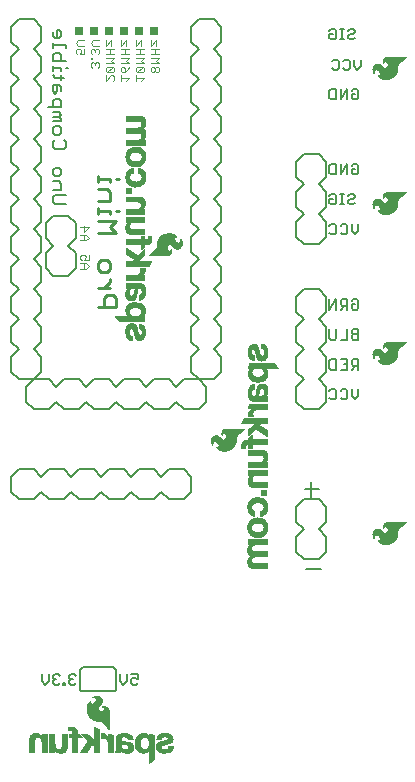
<source format=gbo>
G75*
G70*
%OFA0B0*%
%FSLAX24Y24*%
%IPPOS*%
%LPD*%
%AMOC8*
5,1,8,0,0,1.08239X$1,22.5*
%
%ADD10C,0.0080*%
%ADD11C,0.0040*%
%ADD12C,0.0060*%
%ADD13C,0.0110*%
%ADD14R,0.0250X0.0250*%
%ADD15C,0.0010*%
%ADD16R,0.0191X0.0195*%
D10*
X000560Y009463D02*
X001060Y009463D01*
X001310Y009713D01*
X001560Y009463D01*
X002060Y009463D01*
X002310Y009713D01*
X002560Y009463D01*
X003060Y009463D01*
X003310Y009713D01*
X003560Y009463D01*
X004060Y009463D01*
X004310Y009713D01*
X004560Y009463D01*
X005060Y009463D01*
X005310Y009713D01*
X005560Y009463D01*
X006060Y009463D01*
X006310Y009713D01*
X006310Y010213D01*
X006060Y010463D01*
X005560Y010463D01*
X005310Y010213D01*
X005060Y010463D01*
X004560Y010463D01*
X004310Y010213D01*
X004060Y010463D01*
X003560Y010463D01*
X003310Y010213D01*
X003060Y010463D01*
X002560Y010463D01*
X002310Y010213D01*
X002060Y010463D01*
X001560Y010463D01*
X001310Y010213D01*
X001060Y010463D01*
X000560Y010463D01*
X000310Y010213D01*
X000310Y009713D01*
X000560Y009463D01*
X001060Y012463D02*
X000810Y012713D01*
X000810Y013213D01*
X001060Y013463D01*
X001560Y013463D01*
X001810Y013213D01*
X002060Y013463D01*
X002560Y013463D01*
X002810Y013213D01*
X003060Y013463D01*
X003560Y013463D01*
X003810Y013213D01*
X004060Y013463D01*
X004560Y013463D01*
X004810Y013213D01*
X005060Y013463D01*
X005560Y013463D01*
X005810Y013213D01*
X006060Y013463D01*
X006560Y013463D01*
X006810Y013213D01*
X006810Y012713D01*
X006560Y012463D01*
X006060Y012463D01*
X005810Y012713D01*
X005560Y012463D01*
X005060Y012463D01*
X004810Y012713D01*
X004560Y012463D01*
X004060Y012463D01*
X003810Y012713D01*
X003560Y012463D01*
X003060Y012463D01*
X002810Y012713D01*
X002560Y012463D01*
X002060Y012463D01*
X001810Y012713D01*
X001560Y012463D01*
X001060Y012463D01*
X001060Y013463D02*
X000560Y013463D01*
X000310Y013713D01*
X000310Y014213D01*
X000560Y014463D01*
X000310Y014713D01*
X000310Y015213D01*
X000560Y015463D01*
X000310Y015713D01*
X000310Y016213D01*
X000560Y016463D01*
X000310Y016713D01*
X000310Y017213D01*
X000560Y017463D01*
X000310Y017713D01*
X000310Y018213D01*
X000560Y018463D01*
X000310Y018713D01*
X000310Y019213D01*
X000560Y019463D01*
X000310Y019713D01*
X000310Y020213D01*
X000560Y020463D01*
X000310Y020713D01*
X000310Y021213D01*
X000560Y021463D01*
X000310Y021713D01*
X000310Y022213D01*
X000560Y022463D01*
X000310Y022713D01*
X000310Y023213D01*
X000560Y023463D01*
X000310Y023713D01*
X000310Y024213D01*
X000560Y024463D01*
X000310Y024713D01*
X000310Y025213D01*
X000560Y025463D01*
X001060Y025463D01*
X001310Y025213D01*
X001310Y024713D01*
X001060Y024463D01*
X001310Y024213D01*
X001310Y023713D01*
X001060Y023463D01*
X001310Y023213D01*
X001310Y022713D01*
X001060Y022463D01*
X001310Y022213D01*
X001310Y021713D01*
X001060Y021463D01*
X001310Y021213D01*
X001310Y020713D01*
X001060Y020463D01*
X001310Y020213D01*
X001310Y019713D01*
X001060Y019463D01*
X001310Y019213D01*
X001310Y018713D01*
X001060Y018463D01*
X001310Y018213D01*
X001310Y017713D01*
X001060Y017463D01*
X001310Y017213D01*
X001310Y016713D01*
X001060Y016463D01*
X001310Y016213D01*
X001310Y015713D01*
X001060Y015463D01*
X001310Y015213D01*
X001310Y014713D01*
X001060Y014463D01*
X001310Y014213D01*
X001310Y013713D01*
X001060Y013463D01*
X001710Y016913D02*
X002210Y016913D01*
X002460Y017163D01*
X002460Y017663D01*
X002210Y017913D01*
X002460Y018163D01*
X002460Y018663D01*
X002210Y018913D01*
X001710Y018913D01*
X001460Y018663D01*
X001460Y018163D01*
X001710Y017913D01*
X001460Y017663D01*
X001460Y017163D01*
X001710Y016913D01*
X006310Y016713D02*
X006560Y016463D01*
X006310Y016213D01*
X006310Y015713D01*
X006560Y015463D01*
X006310Y015213D01*
X006310Y014713D01*
X006560Y014463D01*
X006310Y014213D01*
X006310Y013713D01*
X006560Y013463D01*
X007060Y013463D01*
X007310Y013713D01*
X007310Y014213D01*
X007060Y014463D01*
X007310Y014713D01*
X007310Y015213D01*
X007060Y015463D01*
X007310Y015713D01*
X007310Y016213D01*
X007060Y016463D01*
X007310Y016713D01*
X007310Y017213D01*
X007060Y017463D01*
X007310Y017713D01*
X007310Y018213D01*
X007060Y018463D01*
X007310Y018713D01*
X007310Y019213D01*
X007060Y019463D01*
X007310Y019713D01*
X007310Y020213D01*
X007060Y020463D01*
X007310Y020713D01*
X007310Y021213D01*
X007060Y021463D01*
X007310Y021713D01*
X007310Y022213D01*
X007060Y022463D01*
X007310Y022713D01*
X007310Y023213D01*
X007060Y023463D01*
X007310Y023713D01*
X007310Y024213D01*
X007060Y024463D01*
X007310Y024713D01*
X007310Y025213D01*
X007060Y025463D01*
X006560Y025463D01*
X006310Y025213D01*
X006310Y024713D01*
X006560Y024463D01*
X006310Y024213D01*
X006310Y023713D01*
X006560Y023463D01*
X006310Y023213D01*
X006310Y022713D01*
X006560Y022463D01*
X006310Y022213D01*
X006310Y021713D01*
X006560Y021463D01*
X006310Y021213D01*
X006310Y020713D01*
X006560Y020463D01*
X006310Y020213D01*
X006310Y019713D01*
X006560Y019463D01*
X006310Y019213D01*
X006310Y018713D01*
X006560Y018463D01*
X006310Y018213D01*
X006310Y017713D01*
X006560Y017463D01*
X006310Y017213D01*
X006310Y016713D01*
X009810Y016213D02*
X009810Y015713D01*
X010060Y015463D01*
X009810Y015213D01*
X009810Y014713D01*
X010060Y014463D01*
X009810Y014213D01*
X009810Y013713D01*
X010060Y013463D01*
X009810Y013213D01*
X009810Y012713D01*
X010060Y012463D01*
X010560Y012463D01*
X010810Y012713D01*
X010810Y013213D01*
X010560Y013463D01*
X010810Y013713D01*
X010810Y014213D01*
X010560Y014463D01*
X010810Y014713D01*
X010810Y015213D01*
X010560Y015463D01*
X010810Y015713D01*
X010810Y016213D01*
X010560Y016463D01*
X010060Y016463D01*
X009810Y016213D01*
X010060Y017963D02*
X009810Y018213D01*
X009810Y018713D01*
X010060Y018963D01*
X009810Y019213D01*
X009810Y019713D01*
X010060Y019963D01*
X009810Y020213D01*
X009810Y020713D01*
X010060Y020963D01*
X010560Y020963D01*
X010810Y020713D01*
X010810Y020213D01*
X010560Y019963D01*
X010810Y019713D01*
X010810Y019213D01*
X010560Y018963D01*
X010810Y018713D01*
X010810Y018213D01*
X010560Y017963D01*
X010060Y017963D01*
X010320Y010053D02*
X010320Y009513D01*
X010560Y009463D02*
X010060Y009463D01*
X009810Y009213D01*
X009810Y008713D01*
X010060Y008463D01*
X009810Y008213D01*
X009810Y007713D01*
X010060Y007463D01*
X010560Y007463D01*
X010810Y007713D01*
X010810Y008213D01*
X010560Y008463D01*
X010810Y008713D01*
X010810Y009213D01*
X010560Y009463D01*
X010580Y009803D02*
X010100Y009803D01*
X010130Y007143D02*
X010640Y007143D01*
D11*
X002797Y017144D02*
X002890Y017237D01*
X002797Y017330D01*
X002610Y017330D01*
X002657Y017438D02*
X002610Y017485D01*
X002610Y017578D01*
X002657Y017625D01*
X002750Y017625D01*
X002797Y017578D01*
X002797Y017532D01*
X002750Y017438D01*
X002890Y017438D01*
X002890Y017625D01*
X002750Y017330D02*
X002750Y017144D01*
X002797Y017144D02*
X002610Y017144D01*
X002610Y018094D02*
X002797Y018094D01*
X002890Y018187D01*
X002797Y018280D01*
X002610Y018280D01*
X002750Y018280D02*
X002750Y018094D01*
X002750Y018388D02*
X002750Y018575D01*
X002610Y018528D02*
X002890Y018528D01*
X002750Y018388D01*
X003460Y023410D02*
X003647Y023596D01*
X003694Y023596D01*
X003740Y023550D01*
X003740Y023456D01*
X003694Y023410D01*
X003460Y023410D02*
X003460Y023596D01*
X003507Y023704D02*
X003694Y023891D01*
X003507Y023891D01*
X003460Y023844D01*
X003460Y023751D01*
X003507Y023704D01*
X003694Y023704D01*
X003740Y023751D01*
X003740Y023844D01*
X003694Y023891D01*
X003740Y023999D02*
X003460Y023999D01*
X003460Y024186D02*
X003740Y024186D01*
X003647Y024092D01*
X003740Y023999D01*
X003960Y023999D02*
X004240Y023999D01*
X004147Y024092D01*
X004240Y024186D01*
X003960Y024186D01*
X003960Y024294D02*
X004240Y024294D01*
X004100Y024294D02*
X004100Y024480D01*
X004147Y024588D02*
X004147Y024775D01*
X003960Y024588D01*
X003960Y024775D01*
X003960Y024480D02*
X004240Y024480D01*
X004460Y024480D02*
X004740Y024480D01*
X004600Y024480D02*
X004600Y024294D01*
X004460Y024294D02*
X004740Y024294D01*
X004740Y024186D02*
X004647Y024092D01*
X004740Y023999D01*
X004460Y023999D01*
X004507Y023891D02*
X004460Y023844D01*
X004460Y023751D01*
X004507Y023704D01*
X004694Y023891D01*
X004507Y023891D01*
X004694Y023891D02*
X004740Y023844D01*
X004740Y023751D01*
X004694Y023704D01*
X004507Y023704D01*
X004460Y023596D02*
X004460Y023410D01*
X004460Y023503D02*
X004740Y023503D01*
X004647Y023410D01*
X004240Y023503D02*
X003960Y023503D01*
X003960Y023410D02*
X003960Y023596D01*
X004007Y023704D02*
X003960Y023751D01*
X003960Y023844D01*
X004007Y023891D01*
X004053Y023891D01*
X004100Y023844D01*
X004100Y023704D01*
X004007Y023704D01*
X004100Y023704D02*
X004194Y023798D01*
X004240Y023891D01*
X004460Y024186D02*
X004740Y024186D01*
X004960Y024186D02*
X005240Y024186D01*
X005147Y024092D01*
X005240Y023999D01*
X004960Y023999D01*
X005007Y023891D02*
X004960Y023844D01*
X004960Y023751D01*
X005007Y023704D01*
X005053Y023704D01*
X005100Y023751D01*
X005100Y023844D01*
X005053Y023891D01*
X005007Y023891D01*
X005100Y023844D02*
X005147Y023891D01*
X005194Y023891D01*
X005240Y023844D01*
X005240Y023751D01*
X005194Y023704D01*
X005147Y023704D01*
X005100Y023751D01*
X005100Y024294D02*
X005100Y024480D01*
X005147Y024588D02*
X005147Y024775D01*
X004960Y024588D01*
X004960Y024775D01*
X004960Y024480D02*
X005240Y024480D01*
X005240Y024294D02*
X004960Y024294D01*
X004647Y024588D02*
X004647Y024775D01*
X004460Y024588D01*
X004460Y024775D01*
X003740Y024480D02*
X003460Y024480D01*
X003460Y024588D02*
X003460Y024775D01*
X003647Y024775D02*
X003460Y024588D01*
X003600Y024480D02*
X003600Y024294D01*
X003460Y024294D02*
X003740Y024294D01*
X003647Y024588D02*
X003647Y024775D01*
X003240Y024775D02*
X003053Y024775D01*
X002960Y024682D01*
X003053Y024588D01*
X003240Y024588D01*
X003194Y024480D02*
X003147Y024480D01*
X003100Y024434D01*
X003053Y024480D01*
X003007Y024480D01*
X002960Y024434D01*
X002960Y024340D01*
X003007Y024294D01*
X003007Y024193D02*
X002960Y024193D01*
X002960Y024146D01*
X003007Y024146D01*
X003007Y024193D01*
X003007Y024038D02*
X002960Y023992D01*
X002960Y023898D01*
X003007Y023852D01*
X003100Y023945D02*
X003100Y023992D01*
X003053Y024038D01*
X003007Y024038D01*
X003100Y023992D02*
X003147Y024038D01*
X003194Y024038D01*
X003240Y023992D01*
X003240Y023898D01*
X003194Y023852D01*
X003194Y024294D02*
X003240Y024340D01*
X003240Y024434D01*
X003194Y024480D01*
X003100Y024434D02*
X003100Y024387D01*
X002740Y024480D02*
X002740Y024294D01*
X002600Y024294D01*
X002647Y024387D01*
X002647Y024434D01*
X002600Y024480D01*
X002507Y024480D01*
X002460Y024434D01*
X002460Y024340D01*
X002507Y024294D01*
X002553Y024588D02*
X002460Y024682D01*
X002553Y024775D01*
X002740Y024775D01*
X002740Y024588D02*
X002553Y024588D01*
X004147Y023410D02*
X004240Y023503D01*
D12*
X002204Y023832D02*
X002130Y023832D01*
X001984Y023832D02*
X001690Y023832D01*
X001690Y023905D02*
X001690Y023758D01*
X001690Y023598D02*
X001763Y023525D01*
X002057Y023525D01*
X001984Y023451D02*
X001984Y023598D01*
X001984Y023758D02*
X001984Y023832D01*
X001984Y024065D02*
X001984Y024285D01*
X001910Y024359D01*
X001763Y024359D01*
X001690Y024285D01*
X001690Y024065D01*
X002130Y024065D01*
X002130Y024526D02*
X002130Y024599D01*
X001690Y024599D01*
X001690Y024526D02*
X001690Y024672D01*
X001763Y024832D02*
X001910Y024832D01*
X001984Y024906D01*
X001984Y025053D01*
X001910Y025126D01*
X001837Y025126D01*
X001837Y024832D01*
X001763Y024832D02*
X001690Y024906D01*
X001690Y025053D01*
X001690Y023284D02*
X001690Y023064D01*
X001763Y022991D01*
X001837Y023064D01*
X001837Y023284D01*
X001910Y023284D02*
X001690Y023284D01*
X001910Y023284D02*
X001984Y023211D01*
X001984Y023064D01*
X001910Y022824D02*
X001763Y022824D01*
X001690Y022751D01*
X001690Y022530D01*
X001543Y022530D02*
X001984Y022530D01*
X001984Y022751D01*
X001910Y022824D01*
X001910Y022364D02*
X001690Y022364D01*
X001690Y022217D02*
X001910Y022217D01*
X001984Y022290D01*
X001910Y022364D01*
X001910Y022217D02*
X001984Y022143D01*
X001984Y022070D01*
X001690Y022070D01*
X001763Y021903D02*
X001910Y021903D01*
X001984Y021830D01*
X001984Y021683D01*
X001910Y021610D01*
X001763Y021610D01*
X001690Y021683D01*
X001690Y021830D01*
X001763Y021903D01*
X001763Y021443D02*
X001690Y021369D01*
X001690Y021223D01*
X001763Y021149D01*
X002057Y021149D01*
X002130Y021223D01*
X002130Y021369D01*
X002057Y021443D01*
X001910Y020522D02*
X001763Y020522D01*
X001690Y020449D01*
X001690Y020302D01*
X001763Y020229D01*
X001910Y020229D01*
X001984Y020302D01*
X001984Y020449D01*
X001910Y020522D01*
X001910Y020062D02*
X001690Y020062D01*
X001910Y020062D02*
X001984Y019988D01*
X001984Y019768D01*
X001690Y019768D01*
X001763Y019601D02*
X002130Y019601D01*
X002130Y019308D02*
X001763Y019308D01*
X001690Y019381D01*
X001690Y019528D01*
X001763Y019601D01*
X010921Y019586D02*
X010978Y019643D01*
X011092Y019643D01*
X011148Y019586D01*
X011148Y019360D01*
X011092Y019303D01*
X010978Y019303D01*
X010921Y019360D01*
X010921Y019473D01*
X011035Y019473D01*
X011280Y019643D02*
X011394Y019643D01*
X011337Y019643D02*
X011337Y019303D01*
X011394Y019303D02*
X011280Y019303D01*
X011535Y019360D02*
X011592Y019303D01*
X011705Y019303D01*
X011762Y019360D01*
X011705Y019473D02*
X011592Y019473D01*
X011535Y019416D01*
X011535Y019360D01*
X011705Y019473D02*
X011762Y019530D01*
X011762Y019586D01*
X011705Y019643D01*
X011592Y019643D01*
X011535Y019586D01*
X011517Y020303D02*
X011517Y020643D01*
X011290Y020303D01*
X011290Y020643D01*
X011148Y020643D02*
X010978Y020643D01*
X010921Y020586D01*
X010921Y020360D01*
X010978Y020303D01*
X011148Y020303D01*
X011148Y020643D01*
X011658Y020586D02*
X011715Y020643D01*
X011828Y020643D01*
X011885Y020586D01*
X011885Y020360D01*
X011828Y020303D01*
X011715Y020303D01*
X011658Y020360D01*
X011658Y020473D01*
X011772Y020473D01*
X011885Y018643D02*
X011885Y018416D01*
X011772Y018303D01*
X011658Y018416D01*
X011658Y018643D01*
X011517Y018586D02*
X011517Y018360D01*
X011460Y018303D01*
X011346Y018303D01*
X011290Y018360D01*
X011148Y018360D02*
X011092Y018303D01*
X010978Y018303D01*
X010921Y018360D01*
X010921Y018586D02*
X010978Y018643D01*
X011092Y018643D01*
X011148Y018586D01*
X011148Y018360D01*
X011290Y018586D02*
X011346Y018643D01*
X011460Y018643D01*
X011517Y018586D01*
X011517Y016133D02*
X011346Y016133D01*
X011290Y016076D01*
X011290Y015963D01*
X011346Y015906D01*
X011517Y015906D01*
X011517Y015793D02*
X011517Y016133D01*
X011658Y016076D02*
X011715Y016133D01*
X011828Y016133D01*
X011885Y016076D01*
X011885Y015850D01*
X011828Y015793D01*
X011715Y015793D01*
X011658Y015850D01*
X011658Y015963D01*
X011772Y015963D01*
X011403Y015906D02*
X011290Y015793D01*
X011148Y015793D02*
X011148Y016133D01*
X010921Y015793D01*
X010921Y016133D01*
X010921Y015133D02*
X010921Y014850D01*
X010978Y014793D01*
X011092Y014793D01*
X011148Y014850D01*
X011148Y015133D01*
X011290Y014793D02*
X011517Y014793D01*
X011517Y015133D01*
X011658Y015076D02*
X011658Y015020D01*
X011715Y014963D01*
X011885Y014963D01*
X011885Y015133D02*
X011715Y015133D01*
X011658Y015076D01*
X011715Y014963D02*
X011658Y014906D01*
X011658Y014850D01*
X011715Y014793D01*
X011885Y014793D01*
X011885Y015133D01*
X011885Y014133D02*
X011715Y014133D01*
X011658Y014076D01*
X011658Y013963D01*
X011715Y013906D01*
X011885Y013906D01*
X011885Y013793D02*
X011885Y014133D01*
X011772Y013906D02*
X011658Y013793D01*
X011517Y013793D02*
X011290Y013793D01*
X011148Y013793D02*
X011148Y014133D01*
X010978Y014133D01*
X010921Y014076D01*
X010921Y013850D01*
X010978Y013793D01*
X011148Y013793D01*
X011290Y014133D02*
X011517Y014133D01*
X011517Y013793D01*
X011517Y013963D02*
X011403Y013963D01*
X011346Y013143D02*
X011290Y013086D01*
X011346Y013143D02*
X011460Y013143D01*
X011517Y013086D01*
X011517Y012860D01*
X011460Y012803D01*
X011346Y012803D01*
X011290Y012860D01*
X011148Y012860D02*
X011148Y013086D01*
X011092Y013143D01*
X010978Y013143D01*
X010921Y013086D01*
X010921Y012860D02*
X010978Y012803D01*
X011092Y012803D01*
X011148Y012860D01*
X011658Y012916D02*
X011658Y013143D01*
X011658Y012916D02*
X011772Y012803D01*
X011885Y012916D01*
X011885Y013143D01*
X011828Y022803D02*
X011715Y022803D01*
X011658Y022860D01*
X011658Y022973D01*
X011772Y022973D01*
X011885Y023086D02*
X011828Y023143D01*
X011715Y023143D01*
X011658Y023086D01*
X011517Y023143D02*
X011290Y022803D01*
X011290Y023143D01*
X011148Y023143D02*
X011148Y022803D01*
X010978Y022803D01*
X010921Y022860D01*
X010921Y023086D01*
X010978Y023143D01*
X011148Y023143D01*
X011517Y023143D02*
X011517Y022803D01*
X011828Y022803D02*
X011885Y022860D01*
X011885Y023086D01*
X011852Y023783D02*
X011738Y023896D01*
X011738Y024123D01*
X011597Y024066D02*
X011597Y023840D01*
X011540Y023783D01*
X011426Y023783D01*
X011370Y023840D01*
X011228Y023840D02*
X011228Y024066D01*
X011172Y024123D01*
X011058Y024123D01*
X011001Y024066D01*
X011001Y023840D02*
X011058Y023783D01*
X011172Y023783D01*
X011228Y023840D01*
X011370Y024066D02*
X011426Y024123D01*
X011540Y024123D01*
X011597Y024066D01*
X011965Y024123D02*
X011965Y023896D01*
X011852Y023783D01*
X011705Y024803D02*
X011592Y024803D01*
X011535Y024860D01*
X011535Y024916D01*
X011592Y024973D01*
X011705Y024973D01*
X011762Y025030D01*
X011762Y025086D01*
X011705Y025143D01*
X011592Y025143D01*
X011535Y025086D01*
X011394Y025143D02*
X011280Y025143D01*
X011337Y025143D02*
X011337Y024803D01*
X011394Y024803D02*
X011280Y024803D01*
X011148Y024860D02*
X011148Y025086D01*
X011092Y025143D01*
X010978Y025143D01*
X010921Y025086D01*
X010921Y024973D02*
X011035Y024973D01*
X010921Y024973D02*
X010921Y024860D01*
X010978Y024803D01*
X011092Y024803D01*
X011148Y024860D01*
X011705Y024803D02*
X011762Y024860D01*
X004530Y003633D02*
X004303Y003633D01*
X004360Y003520D02*
X004303Y003463D01*
X004303Y003350D01*
X004360Y003293D01*
X004473Y003293D01*
X004530Y003350D01*
X004530Y003463D02*
X004417Y003520D01*
X004360Y003520D01*
X004530Y003463D02*
X004530Y003633D01*
X004162Y003633D02*
X004162Y003406D01*
X004048Y003293D01*
X003935Y003406D01*
X003935Y003633D01*
X003810Y003763D02*
X003810Y003163D01*
X003808Y003146D01*
X003804Y003129D01*
X003797Y003113D01*
X003787Y003099D01*
X003774Y003086D01*
X003760Y003076D01*
X003744Y003069D01*
X003727Y003065D01*
X003710Y003063D01*
X002710Y003063D01*
X002693Y003065D01*
X002676Y003069D01*
X002660Y003076D01*
X002646Y003086D01*
X002633Y003099D01*
X002623Y003113D01*
X002616Y003129D01*
X002612Y003146D01*
X002610Y003163D01*
X002610Y003763D01*
X002612Y003780D01*
X002616Y003797D01*
X002623Y003813D01*
X002633Y003827D01*
X002646Y003840D01*
X002660Y003850D01*
X002676Y003857D01*
X002693Y003861D01*
X002710Y003863D01*
X003710Y003863D01*
X003727Y003861D01*
X003744Y003857D01*
X003760Y003850D01*
X003774Y003840D01*
X003787Y003827D01*
X003797Y003813D01*
X003804Y003797D01*
X003808Y003780D01*
X003810Y003763D01*
X002480Y003576D02*
X002423Y003633D01*
X002310Y003633D01*
X002253Y003576D01*
X002253Y003520D01*
X002310Y003463D01*
X002253Y003406D01*
X002253Y003350D01*
X002310Y003293D01*
X002423Y003293D01*
X002480Y003350D01*
X002367Y003463D02*
X002310Y003463D01*
X002112Y003350D02*
X002055Y003350D01*
X002055Y003293D01*
X002112Y003293D01*
X002112Y003350D01*
X001928Y003350D02*
X001871Y003293D01*
X001757Y003293D01*
X001701Y003350D01*
X001701Y003406D01*
X001757Y003463D01*
X001814Y003463D01*
X001757Y003463D02*
X001701Y003520D01*
X001701Y003576D01*
X001757Y003633D01*
X001871Y003633D01*
X001928Y003576D01*
X001559Y003633D02*
X001559Y003406D01*
X001446Y003293D01*
X001332Y003406D01*
X001332Y003633D01*
D13*
X003215Y015868D02*
X003806Y015868D01*
X003806Y016163D01*
X003707Y016262D01*
X003510Y016262D01*
X003412Y016163D01*
X003412Y015868D01*
X003412Y016512D02*
X003609Y016709D01*
X003609Y016808D01*
X003510Y017050D02*
X003313Y017050D01*
X003215Y017148D01*
X003215Y017345D01*
X003313Y017443D01*
X003510Y017443D01*
X003609Y017345D01*
X003609Y017148D01*
X003510Y017050D01*
X003609Y016512D02*
X003215Y016512D01*
X003215Y018339D02*
X003806Y018339D01*
X003609Y018535D01*
X003806Y018732D01*
X003215Y018732D01*
X003215Y018983D02*
X003215Y019180D01*
X003215Y019082D02*
X003609Y019082D01*
X003609Y018983D01*
X003806Y019082D02*
X003904Y019082D01*
X003609Y019413D02*
X003609Y019708D01*
X003510Y019807D01*
X003215Y019807D01*
X003215Y020057D02*
X003215Y020254D01*
X003215Y020156D02*
X003609Y020156D01*
X003609Y020057D01*
X003806Y020156D02*
X003904Y020156D01*
X003609Y019413D02*
X003215Y019413D01*
D14*
X003085Y025088D03*
X003585Y025088D03*
X004085Y025088D03*
X004585Y025088D03*
X005085Y025088D03*
X002585Y025088D03*
D15*
X001306Y001591D02*
X001317Y001576D01*
X001306Y001591D01*
X001290Y001609D01*
X001272Y001626D01*
X001237Y001648D01*
X001197Y001663D01*
X001156Y001669D01*
X001077Y001667D01*
X001039Y001659D01*
X001003Y001642D01*
X000972Y001618D01*
X000953Y001595D01*
X000938Y001570D01*
X000927Y001542D01*
X000918Y001498D01*
X000914Y001454D01*
X000914Y001039D01*
X001075Y001039D01*
X001075Y001419D01*
X001078Y001448D01*
X001085Y001476D01*
X001098Y001502D01*
X001110Y001518D01*
X001126Y001531D01*
X001144Y001540D01*
X001157Y001543D01*
X001170Y001544D01*
X001214Y001542D01*
X001237Y001538D01*
X001258Y001530D01*
X001277Y001517D01*
X001491Y001517D01*
X001491Y001525D02*
X001265Y001525D01*
X001277Y001517D02*
X001298Y001494D01*
X001313Y001466D01*
X001491Y001466D01*
X001491Y001474D02*
X001308Y001474D01*
X001313Y001466D02*
X001322Y001435D01*
X001325Y001404D01*
X001325Y001035D01*
X001491Y001035D01*
X001491Y001654D01*
X001332Y001654D01*
X001332Y001567D01*
X001329Y001567D01*
X001325Y001568D01*
X000937Y001568D01*
X000934Y001559D02*
X001491Y001559D01*
X001491Y001551D02*
X000930Y001551D01*
X000927Y001542D02*
X001154Y001542D01*
X001132Y001534D02*
X000925Y001534D01*
X000923Y001525D02*
X001119Y001525D01*
X001109Y001517D02*
X000922Y001517D01*
X000920Y001508D02*
X001103Y001508D01*
X001097Y001500D02*
X000918Y001500D01*
X000917Y001491D02*
X001093Y001491D01*
X000927Y001541D02*
X000934Y001562D01*
X000944Y001582D01*
X000957Y001601D01*
X000972Y001617D01*
X000973Y001619D02*
X001280Y001619D01*
X001289Y001610D02*
X000966Y001610D01*
X000958Y001602D02*
X001297Y001602D01*
X001304Y001593D02*
X000952Y001593D01*
X000947Y001585D02*
X001310Y001585D01*
X001317Y001576D02*
X000942Y001576D01*
X000984Y001627D02*
X001270Y001627D01*
X001256Y001636D02*
X000995Y001636D01*
X001008Y001644D02*
X001243Y001644D01*
X001224Y001653D02*
X001026Y001653D01*
X001051Y001661D02*
X001201Y001661D01*
X001202Y001542D02*
X001491Y001542D01*
X001491Y001534D02*
X001248Y001534D01*
X001285Y001508D02*
X001491Y001508D01*
X001491Y001500D02*
X001292Y001500D01*
X001299Y001491D02*
X001491Y001491D01*
X001491Y001483D02*
X001304Y001483D01*
X001315Y001457D02*
X001491Y001457D01*
X001491Y001449D02*
X001318Y001449D01*
X001320Y001440D02*
X001491Y001440D01*
X001491Y001432D02*
X001322Y001432D01*
X001323Y001423D02*
X001491Y001423D01*
X001491Y001415D02*
X001324Y001415D01*
X001325Y001406D02*
X001491Y001406D01*
X001491Y001398D02*
X001325Y001398D01*
X001325Y001389D02*
X001491Y001389D01*
X001491Y001381D02*
X001325Y001381D01*
X001325Y001377D02*
X001325Y001035D01*
X001491Y001035D01*
X001491Y001654D01*
X001332Y001654D01*
X001332Y001567D01*
X001329Y001567D01*
X001332Y001568D02*
X001491Y001568D01*
X001491Y001576D02*
X001332Y001576D01*
X001329Y001567D02*
X001325Y001568D01*
X001322Y001570D01*
X001317Y001576D01*
X001322Y001570D02*
X001325Y001568D01*
X001332Y001585D02*
X001491Y001585D01*
X001491Y001593D02*
X001332Y001593D01*
X001332Y001602D02*
X001491Y001602D01*
X001491Y001610D02*
X001332Y001610D01*
X001332Y001619D02*
X001491Y001619D01*
X001491Y001627D02*
X001332Y001627D01*
X001332Y001636D02*
X001491Y001636D01*
X001491Y001644D02*
X001332Y001644D01*
X001332Y001653D02*
X001491Y001653D01*
X001589Y001653D02*
X001755Y001653D01*
X001755Y001326D01*
X001758Y001277D01*
X001767Y001229D01*
X001776Y001206D01*
X001789Y001186D01*
X001807Y001170D01*
X001828Y001158D01*
X001856Y001149D01*
X001886Y001146D01*
X001915Y001150D01*
X001943Y001159D01*
X001959Y001168D01*
X001974Y001181D01*
X001985Y001196D01*
X001999Y001227D01*
X002005Y001261D01*
X002005Y001655D01*
X002168Y001655D01*
X002168Y001230D01*
X002164Y001187D01*
X002152Y001145D01*
X002133Y001106D01*
X002107Y001071D01*
X002097Y001062D01*
X002062Y001041D01*
X002023Y001028D01*
X001982Y001022D01*
X001923Y001023D01*
X001865Y001032D01*
X001855Y001035D01*
X001845Y001040D01*
X001808Y001066D01*
X002102Y001066D01*
X002110Y001075D02*
X001799Y001075D01*
X001790Y001083D02*
X002116Y001083D01*
X002123Y001092D02*
X001781Y001092D01*
X001776Y001097D02*
X001748Y001132D01*
X001747Y001132D01*
X001747Y001038D01*
X001589Y001038D01*
X001589Y001653D01*
X001589Y001644D02*
X001755Y001644D01*
X001755Y001636D02*
X001589Y001636D01*
X001589Y001627D02*
X001755Y001627D01*
X001755Y001619D02*
X001589Y001619D01*
X001589Y001610D02*
X001755Y001610D01*
X001755Y001602D02*
X001589Y001602D01*
X001589Y001593D02*
X001755Y001593D01*
X001755Y001585D02*
X001589Y001585D01*
X001589Y001576D02*
X001755Y001576D01*
X001755Y001568D02*
X001589Y001568D01*
X001589Y001559D02*
X001755Y001559D01*
X001755Y001551D02*
X001589Y001551D01*
X001589Y001542D02*
X001755Y001542D01*
X001755Y001534D02*
X001589Y001534D01*
X001589Y001525D02*
X001755Y001525D01*
X001755Y001517D02*
X001589Y001517D01*
X001589Y001508D02*
X001755Y001508D01*
X001755Y001500D02*
X001589Y001500D01*
X001589Y001491D02*
X001755Y001491D01*
X001755Y001483D02*
X001589Y001483D01*
X001589Y001474D02*
X001755Y001474D01*
X001755Y001466D02*
X001589Y001466D01*
X001589Y001457D02*
X001755Y001457D01*
X001755Y001449D02*
X001589Y001449D01*
X001589Y001440D02*
X001755Y001440D01*
X001755Y001432D02*
X001589Y001432D01*
X001589Y001423D02*
X001755Y001423D01*
X001755Y001415D02*
X001589Y001415D01*
X001589Y001406D02*
X001755Y001406D01*
X001755Y001398D02*
X001589Y001398D01*
X001589Y001389D02*
X001755Y001389D01*
X001755Y001381D02*
X001589Y001381D01*
X001589Y001372D02*
X001755Y001372D01*
X001755Y001364D02*
X001589Y001364D01*
X001589Y001355D02*
X001755Y001355D01*
X001755Y001347D02*
X001589Y001347D01*
X001589Y001338D02*
X001755Y001338D01*
X001755Y001330D02*
X001589Y001330D01*
X001589Y001321D02*
X001755Y001321D01*
X001756Y001313D02*
X001589Y001313D01*
X001589Y001304D02*
X001756Y001304D01*
X001757Y001296D02*
X001589Y001296D01*
X001589Y001287D02*
X001757Y001287D01*
X001758Y001279D02*
X001589Y001279D01*
X001589Y001270D02*
X001759Y001270D01*
X001761Y001262D02*
X001589Y001262D01*
X001589Y001253D02*
X001762Y001253D01*
X001764Y001245D02*
X001589Y001245D01*
X001589Y001236D02*
X001766Y001236D01*
X001767Y001228D02*
X001589Y001228D01*
X001589Y001219D02*
X001771Y001219D01*
X001774Y001211D02*
X001589Y001211D01*
X001589Y001202D02*
X001778Y001202D01*
X001784Y001194D02*
X001589Y001194D01*
X001589Y001185D02*
X001790Y001185D01*
X001799Y001177D02*
X001589Y001177D01*
X001589Y001168D02*
X001809Y001168D01*
X001824Y001160D02*
X001589Y001160D01*
X001589Y001151D02*
X001849Y001151D01*
X001920Y001151D02*
X002154Y001151D01*
X002151Y001143D02*
X001589Y001143D01*
X001589Y001134D02*
X002147Y001134D01*
X002143Y001126D02*
X001753Y001126D01*
X001747Y001126D02*
X001589Y001126D01*
X001589Y001117D02*
X001747Y001117D01*
X001747Y001109D02*
X001589Y001109D01*
X001589Y001100D02*
X001747Y001100D01*
X001747Y001092D02*
X001589Y001092D01*
X001589Y001083D02*
X001747Y001083D01*
X001747Y001075D02*
X001589Y001075D01*
X001589Y001066D02*
X001747Y001066D01*
X001747Y001058D02*
X001589Y001058D01*
X001589Y001049D02*
X001747Y001049D01*
X001747Y001041D02*
X001589Y001041D01*
X001491Y001041D02*
X001325Y001041D01*
X001325Y001049D02*
X001491Y001049D01*
X001491Y001058D02*
X001325Y001058D01*
X001325Y001066D02*
X001491Y001066D01*
X001491Y001075D02*
X001325Y001075D01*
X001325Y001083D02*
X001491Y001083D01*
X001491Y001092D02*
X001325Y001092D01*
X001325Y001100D02*
X001491Y001100D01*
X001491Y001109D02*
X001325Y001109D01*
X001325Y001117D02*
X001491Y001117D01*
X001491Y001126D02*
X001325Y001126D01*
X001325Y001134D02*
X001491Y001134D01*
X001491Y001143D02*
X001325Y001143D01*
X001325Y001151D02*
X001491Y001151D01*
X001491Y001160D02*
X001325Y001160D01*
X001325Y001168D02*
X001491Y001168D01*
X001491Y001177D02*
X001325Y001177D01*
X001325Y001185D02*
X001491Y001185D01*
X001491Y001194D02*
X001325Y001194D01*
X001325Y001202D02*
X001491Y001202D01*
X001491Y001211D02*
X001325Y001211D01*
X001325Y001219D02*
X001491Y001219D01*
X001491Y001228D02*
X001325Y001228D01*
X001325Y001236D02*
X001491Y001236D01*
X001491Y001245D02*
X001325Y001245D01*
X001325Y001253D02*
X001491Y001253D01*
X001491Y001262D02*
X001325Y001262D01*
X001325Y001270D02*
X001491Y001270D01*
X001491Y001279D02*
X001325Y001279D01*
X001325Y001287D02*
X001491Y001287D01*
X001491Y001296D02*
X001325Y001296D01*
X001325Y001304D02*
X001491Y001304D01*
X001491Y001313D02*
X001325Y001313D01*
X001325Y001321D02*
X001491Y001321D01*
X001491Y001330D02*
X001325Y001330D01*
X001325Y001338D02*
X001491Y001338D01*
X001491Y001347D02*
X001325Y001347D01*
X001325Y001355D02*
X001491Y001355D01*
X001491Y001364D02*
X001325Y001364D01*
X001325Y001372D02*
X001491Y001372D01*
X001321Y001569D02*
X001316Y001575D01*
X000927Y001542D02*
X000920Y001513D01*
X000916Y001483D01*
X000914Y001453D01*
X000914Y001454D02*
X000914Y001039D01*
X001075Y001039D01*
X001075Y001419D01*
X001075Y001415D02*
X000914Y001415D01*
X000914Y001423D02*
X001075Y001423D01*
X001076Y001432D02*
X000914Y001432D01*
X000914Y001440D02*
X001077Y001440D01*
X001078Y001449D02*
X000914Y001449D01*
X000914Y001457D02*
X001080Y001457D01*
X001083Y001466D02*
X000915Y001466D01*
X000916Y001474D02*
X001085Y001474D01*
X001089Y001483D02*
X000916Y001483D01*
X000914Y001406D02*
X001075Y001406D01*
X001075Y001398D02*
X000914Y001398D01*
X000914Y001389D02*
X001075Y001389D01*
X001075Y001381D02*
X000914Y001381D01*
X000914Y001372D02*
X001075Y001372D01*
X001075Y001364D02*
X000914Y001364D01*
X000914Y001355D02*
X001075Y001355D01*
X001075Y001347D02*
X000914Y001347D01*
X000914Y001338D02*
X001075Y001338D01*
X001075Y001330D02*
X000914Y001330D01*
X000914Y001321D02*
X001075Y001321D01*
X001075Y001313D02*
X000914Y001313D01*
X000914Y001304D02*
X001075Y001304D01*
X001075Y001296D02*
X000914Y001296D01*
X000914Y001287D02*
X001075Y001287D01*
X001075Y001279D02*
X000914Y001279D01*
X000914Y001270D02*
X001075Y001270D01*
X001075Y001262D02*
X000914Y001262D01*
X000914Y001253D02*
X001075Y001253D01*
X001075Y001245D02*
X000914Y001245D01*
X000914Y001236D02*
X001075Y001236D01*
X001075Y001228D02*
X000914Y001228D01*
X000914Y001219D02*
X001075Y001219D01*
X001075Y001211D02*
X000914Y001211D01*
X000914Y001202D02*
X001075Y001202D01*
X001075Y001194D02*
X000914Y001194D01*
X000914Y001185D02*
X001075Y001185D01*
X001075Y001177D02*
X000914Y001177D01*
X000914Y001168D02*
X001075Y001168D01*
X001075Y001160D02*
X000914Y001160D01*
X000914Y001151D02*
X001075Y001151D01*
X001075Y001143D02*
X000914Y001143D01*
X000914Y001134D02*
X001075Y001134D01*
X001075Y001126D02*
X000914Y001126D01*
X000914Y001117D02*
X001075Y001117D01*
X001075Y001109D02*
X000914Y001109D01*
X000914Y001100D02*
X001075Y001100D01*
X001075Y001092D02*
X000914Y001092D01*
X000914Y001083D02*
X001075Y001083D01*
X001075Y001075D02*
X000914Y001075D01*
X000914Y001066D02*
X001075Y001066D01*
X001075Y001058D02*
X000914Y001058D01*
X000914Y001049D02*
X001075Y001049D01*
X001075Y001041D02*
X000914Y001041D01*
X001077Y001668D02*
X001116Y001670D01*
X001156Y001669D01*
X001077Y001666D02*
X001054Y001662D01*
X001032Y001656D01*
X001010Y001646D01*
X000990Y001633D01*
X000973Y001617D01*
X001273Y001626D02*
X001291Y001610D01*
X001307Y001591D01*
X001170Y001544D02*
X001157Y001543D01*
X001144Y001540D01*
X001156Y001669D02*
X001181Y001666D01*
X001206Y001660D01*
X001229Y001652D01*
X001252Y001640D01*
X001272Y001626D01*
X001145Y001540D02*
X001131Y001533D01*
X001118Y001525D01*
X001108Y001514D01*
X001099Y001502D01*
X001313Y001466D02*
X001319Y001446D01*
X001323Y001425D01*
X001325Y001404D01*
X001098Y001502D02*
X001088Y001482D01*
X001081Y001462D01*
X001076Y001441D01*
X001075Y001419D01*
X001277Y001517D02*
X001292Y001502D01*
X001304Y001485D01*
X001313Y001466D01*
X001277Y001517D02*
X001263Y001527D01*
X001248Y001535D01*
X001232Y001540D01*
X001214Y001542D01*
X001759Y001117D02*
X002139Y001117D01*
X002135Y001109D02*
X001766Y001109D01*
X001773Y001100D02*
X002129Y001100D01*
X002090Y001058D02*
X001820Y001058D01*
X001808Y001066D02*
X001776Y001097D01*
X001832Y001049D02*
X002076Y001049D01*
X002061Y001041D02*
X001844Y001041D01*
X001863Y001032D02*
X002036Y001032D01*
X001996Y001024D02*
X001918Y001024D01*
X001945Y001160D02*
X002156Y001160D01*
X002159Y001168D02*
X001960Y001168D01*
X001969Y001177D02*
X002161Y001177D01*
X002164Y001185D02*
X001977Y001185D01*
X001984Y001194D02*
X002165Y001194D01*
X002165Y001202D02*
X001988Y001202D01*
X001992Y001211D02*
X002166Y001211D01*
X002167Y001219D02*
X001996Y001219D01*
X001999Y001228D02*
X002168Y001228D01*
X002168Y001236D02*
X002001Y001236D01*
X002002Y001245D02*
X002168Y001245D01*
X002168Y001253D02*
X002004Y001253D01*
X002005Y001262D02*
X002168Y001262D01*
X002168Y001270D02*
X002005Y001270D01*
X002005Y001279D02*
X002168Y001279D01*
X002168Y001287D02*
X002005Y001287D01*
X002005Y001296D02*
X002168Y001296D01*
X002168Y001304D02*
X002005Y001304D01*
X002005Y001313D02*
X002168Y001313D01*
X002168Y001321D02*
X002005Y001321D01*
X002005Y001330D02*
X002168Y001330D01*
X002168Y001338D02*
X002005Y001338D01*
X002005Y001347D02*
X002168Y001347D01*
X002168Y001355D02*
X002005Y001355D01*
X002005Y001364D02*
X002168Y001364D01*
X002168Y001372D02*
X002005Y001372D01*
X002005Y001381D02*
X002168Y001381D01*
X002168Y001389D02*
X002005Y001389D01*
X002005Y001398D02*
X002168Y001398D01*
X002168Y001406D02*
X002005Y001406D01*
X002005Y001415D02*
X002168Y001415D01*
X002168Y001423D02*
X002005Y001423D01*
X002005Y001432D02*
X002168Y001432D01*
X002168Y001440D02*
X002005Y001440D01*
X002005Y001449D02*
X002168Y001449D01*
X002168Y001457D02*
X002005Y001457D01*
X002005Y001466D02*
X002168Y001466D01*
X002168Y001474D02*
X002005Y001474D01*
X002005Y001483D02*
X002168Y001483D01*
X002168Y001491D02*
X002005Y001491D01*
X002005Y001500D02*
X002168Y001500D01*
X002168Y001508D02*
X002005Y001508D01*
X002005Y001517D02*
X002168Y001517D01*
X002168Y001525D02*
X002005Y001525D01*
X002005Y001534D02*
X002168Y001534D01*
X002168Y001542D02*
X002005Y001542D01*
X002005Y001551D02*
X002168Y001551D01*
X002168Y001559D02*
X002005Y001559D01*
X002005Y001568D02*
X002168Y001568D01*
X002168Y001576D02*
X002005Y001576D01*
X002005Y001585D02*
X002168Y001585D01*
X002168Y001593D02*
X002005Y001593D01*
X002005Y001602D02*
X002168Y001602D01*
X002168Y001610D02*
X002005Y001610D01*
X002005Y001619D02*
X002168Y001619D01*
X002168Y001627D02*
X002005Y001627D01*
X002005Y001636D02*
X002168Y001636D01*
X002168Y001644D02*
X002005Y001644D01*
X002005Y001653D02*
X002168Y001653D01*
X002226Y001653D02*
X002226Y001548D01*
X002344Y001548D01*
X002344Y001035D01*
X002508Y001035D01*
X002508Y001547D01*
X002665Y001548D01*
X002560Y001653D01*
X002506Y001653D01*
X002343Y001653D01*
X002226Y001653D01*
X002226Y001644D02*
X002568Y001644D01*
X002577Y001636D02*
X002226Y001636D01*
X002226Y001627D02*
X002585Y001627D01*
X002594Y001619D02*
X002226Y001619D01*
X002226Y001610D02*
X002602Y001610D01*
X002611Y001602D02*
X002226Y001602D01*
X002226Y001593D02*
X002619Y001593D01*
X002628Y001585D02*
X002226Y001585D01*
X002226Y001576D02*
X002636Y001576D01*
X002645Y001568D02*
X002226Y001568D01*
X002226Y001559D02*
X002653Y001559D01*
X002662Y001551D02*
X002226Y001551D01*
X002344Y001542D02*
X002508Y001542D01*
X002508Y001534D02*
X002344Y001534D01*
X002344Y001525D02*
X002508Y001525D01*
X002508Y001517D02*
X002344Y001517D01*
X002344Y001508D02*
X002508Y001508D01*
X002508Y001500D02*
X002344Y001500D01*
X002344Y001491D02*
X002508Y001491D01*
X002508Y001483D02*
X002344Y001483D01*
X002344Y001474D02*
X002508Y001474D01*
X002508Y001466D02*
X002344Y001466D01*
X002344Y001457D02*
X002508Y001457D01*
X002508Y001449D02*
X002344Y001449D01*
X002344Y001440D02*
X002508Y001440D01*
X002508Y001432D02*
X002344Y001432D01*
X002344Y001423D02*
X002508Y001423D01*
X002508Y001415D02*
X002344Y001415D01*
X002344Y001406D02*
X002508Y001406D01*
X002508Y001398D02*
X002344Y001398D01*
X002344Y001389D02*
X002508Y001389D01*
X002508Y001381D02*
X002344Y001381D01*
X002344Y001372D02*
X002508Y001372D01*
X002508Y001364D02*
X002344Y001364D01*
X002344Y001355D02*
X002508Y001355D01*
X002508Y001347D02*
X002344Y001347D01*
X002344Y001338D02*
X002508Y001338D01*
X002508Y001330D02*
X002344Y001330D01*
X002344Y001321D02*
X002508Y001321D01*
X002508Y001313D02*
X002344Y001313D01*
X002344Y001304D02*
X002508Y001304D01*
X002508Y001296D02*
X002344Y001296D01*
X002344Y001287D02*
X002508Y001287D01*
X002508Y001279D02*
X002344Y001279D01*
X002344Y001270D02*
X002508Y001270D01*
X002508Y001262D02*
X002344Y001262D01*
X002344Y001253D02*
X002508Y001253D01*
X002508Y001245D02*
X002344Y001245D01*
X002344Y001236D02*
X002508Y001236D01*
X002508Y001228D02*
X002344Y001228D01*
X002344Y001219D02*
X002508Y001219D01*
X002508Y001211D02*
X002344Y001211D01*
X002344Y001202D02*
X002508Y001202D01*
X002508Y001194D02*
X002344Y001194D01*
X002344Y001185D02*
X002508Y001185D01*
X002508Y001177D02*
X002344Y001177D01*
X002344Y001168D02*
X002508Y001168D01*
X002508Y001160D02*
X002344Y001160D01*
X002344Y001151D02*
X002508Y001151D01*
X002508Y001143D02*
X002344Y001143D01*
X002344Y001134D02*
X002508Y001134D01*
X002508Y001126D02*
X002344Y001126D01*
X002344Y001117D02*
X002508Y001117D01*
X002508Y001109D02*
X002344Y001109D01*
X002344Y001100D02*
X002508Y001100D01*
X002508Y001092D02*
X002344Y001092D01*
X002344Y001083D02*
X002508Y001083D01*
X002508Y001075D02*
X002344Y001075D01*
X002344Y001066D02*
X002508Y001066D01*
X002508Y001058D02*
X002344Y001058D01*
X002344Y001049D02*
X002508Y001049D01*
X002508Y001041D02*
X002344Y001041D01*
X002621Y001037D02*
X002821Y001038D01*
X002989Y001315D01*
X002991Y001318D01*
X003062Y001249D01*
X003062Y001034D01*
X003225Y001034D01*
X003227Y001036D01*
X003227Y001797D01*
X003064Y001890D01*
X003064Y001428D01*
X002840Y001652D01*
X002656Y001652D01*
X002883Y001430D01*
X002621Y001037D01*
X002624Y001041D02*
X002823Y001041D01*
X002828Y001049D02*
X002629Y001049D01*
X002635Y001058D02*
X002833Y001058D01*
X002838Y001066D02*
X002641Y001066D01*
X002646Y001075D02*
X002843Y001075D01*
X002849Y001083D02*
X002652Y001083D01*
X002658Y001092D02*
X002854Y001092D01*
X002859Y001100D02*
X002663Y001100D01*
X002669Y001109D02*
X002864Y001109D01*
X002869Y001117D02*
X002675Y001117D01*
X002680Y001126D02*
X002874Y001126D01*
X002880Y001134D02*
X002686Y001134D01*
X002692Y001143D02*
X002885Y001143D01*
X002890Y001151D02*
X002697Y001151D01*
X002703Y001160D02*
X002895Y001160D01*
X002900Y001168D02*
X002709Y001168D01*
X002714Y001177D02*
X002905Y001177D01*
X002910Y001185D02*
X002720Y001185D01*
X002726Y001194D02*
X002916Y001194D01*
X002921Y001202D02*
X002731Y001202D01*
X002737Y001211D02*
X002926Y001211D01*
X002931Y001219D02*
X002743Y001219D01*
X002748Y001228D02*
X002936Y001228D01*
X002941Y001236D02*
X002754Y001236D01*
X002760Y001245D02*
X002947Y001245D01*
X002952Y001253D02*
X002765Y001253D01*
X002771Y001262D02*
X002957Y001262D01*
X002962Y001270D02*
X002777Y001270D01*
X002782Y001279D02*
X002967Y001279D01*
X002972Y001287D02*
X002788Y001287D01*
X002794Y001296D02*
X002978Y001296D01*
X002983Y001304D02*
X002799Y001304D01*
X002805Y001313D02*
X002988Y001313D01*
X002996Y001313D02*
X003227Y001313D01*
X003227Y001321D02*
X002811Y001321D01*
X002816Y001330D02*
X003227Y001330D01*
X003227Y001338D02*
X002822Y001338D01*
X002828Y001347D02*
X003227Y001347D01*
X003227Y001355D02*
X002833Y001355D01*
X002839Y001364D02*
X003227Y001364D01*
X003227Y001372D02*
X002845Y001372D01*
X002850Y001381D02*
X003227Y001381D01*
X003227Y001389D02*
X002856Y001389D01*
X002862Y001398D02*
X003227Y001398D01*
X003227Y001406D02*
X002867Y001406D01*
X002873Y001415D02*
X003227Y001415D01*
X003227Y001423D02*
X002879Y001423D01*
X002881Y001432D02*
X003060Y001432D01*
X003064Y001432D02*
X003227Y001432D01*
X003227Y001440D02*
X003064Y001440D01*
X003064Y001449D02*
X003227Y001449D01*
X003227Y001457D02*
X003064Y001457D01*
X003064Y001466D02*
X003227Y001466D01*
X003227Y001474D02*
X003064Y001474D01*
X003064Y001483D02*
X003227Y001483D01*
X003227Y001491D02*
X003064Y001491D01*
X003064Y001500D02*
X003227Y001500D01*
X003227Y001508D02*
X003064Y001508D01*
X003064Y001517D02*
X003227Y001517D01*
X003227Y001525D02*
X003064Y001525D01*
X003064Y001534D02*
X003227Y001534D01*
X003227Y001542D02*
X003064Y001542D01*
X003064Y001551D02*
X003227Y001551D01*
X003227Y001559D02*
X003064Y001559D01*
X003064Y001568D02*
X003227Y001568D01*
X003227Y001576D02*
X003064Y001576D01*
X003064Y001585D02*
X003227Y001585D01*
X003227Y001593D02*
X003064Y001593D01*
X003064Y001602D02*
X003227Y001602D01*
X003227Y001610D02*
X003064Y001610D01*
X003064Y001619D02*
X003227Y001619D01*
X003227Y001627D02*
X003064Y001627D01*
X003064Y001636D02*
X003227Y001636D01*
X003227Y001644D02*
X003064Y001644D01*
X003064Y001653D02*
X003227Y001653D01*
X003227Y001661D02*
X003064Y001661D01*
X003064Y001670D02*
X003227Y001670D01*
X003227Y001678D02*
X003064Y001678D01*
X003064Y001687D02*
X003227Y001687D01*
X003227Y001695D02*
X003064Y001695D01*
X003064Y001704D02*
X003227Y001704D01*
X003227Y001712D02*
X003064Y001712D01*
X003064Y001721D02*
X003227Y001721D01*
X003227Y001729D02*
X003064Y001729D01*
X003064Y001738D02*
X003227Y001738D01*
X003227Y001746D02*
X003064Y001746D01*
X003064Y001755D02*
X003227Y001755D01*
X003227Y001763D02*
X003064Y001763D01*
X003064Y001772D02*
X003227Y001772D01*
X003227Y001780D02*
X003064Y001780D01*
X003064Y001789D02*
X003227Y001789D01*
X003226Y001797D02*
X003064Y001797D01*
X003064Y001806D02*
X003211Y001806D01*
X003196Y001814D02*
X003064Y001814D01*
X003064Y001823D02*
X003181Y001823D01*
X003166Y001831D02*
X003064Y001831D01*
X003064Y001840D02*
X003152Y001840D01*
X003137Y001848D02*
X003064Y001848D01*
X003064Y001857D02*
X003122Y001857D01*
X003107Y001865D02*
X003064Y001865D01*
X003064Y001874D02*
X003092Y001874D01*
X003077Y001882D02*
X003064Y001882D01*
X003120Y002098D02*
X003068Y002112D01*
X003020Y002136D01*
X002974Y002168D01*
X002934Y002206D01*
X002899Y002250D01*
X002862Y002316D01*
X003560Y002316D01*
X003560Y002324D02*
X002859Y002324D01*
X002862Y002316D02*
X002837Y002388D01*
X002826Y002463D01*
X002828Y002539D01*
X002836Y002580D01*
X002850Y002619D01*
X002870Y002656D01*
X003291Y002656D01*
X003286Y002647D02*
X002865Y002647D01*
X002861Y002639D02*
X003280Y002639D01*
X003278Y002637D02*
X003221Y002576D01*
X003206Y002558D01*
X003196Y002537D01*
X003192Y002514D01*
X003193Y002491D01*
X003201Y002469D01*
X003214Y002450D01*
X003232Y002435D01*
X002830Y002435D01*
X002829Y002443D02*
X003222Y002443D01*
X003213Y002452D02*
X002827Y002452D01*
X002826Y002460D02*
X003207Y002460D01*
X003201Y002469D02*
X002826Y002469D01*
X002826Y002477D02*
X003198Y002477D01*
X003195Y002486D02*
X002826Y002486D01*
X002827Y002494D02*
X003193Y002494D01*
X003193Y002503D02*
X002827Y002503D01*
X002827Y002511D02*
X003192Y002511D01*
X003193Y002520D02*
X002827Y002520D01*
X002828Y002528D02*
X003194Y002528D01*
X003196Y002537D02*
X002828Y002537D01*
X002829Y002545D02*
X003200Y002545D01*
X003204Y002554D02*
X002831Y002554D01*
X002833Y002562D02*
X003210Y002562D01*
X003217Y002571D02*
X002834Y002571D01*
X002836Y002579D02*
X003224Y002579D01*
X003232Y002588D02*
X002839Y002588D01*
X002842Y002596D02*
X003240Y002596D01*
X003248Y002605D02*
X002845Y002605D01*
X002848Y002613D02*
X003256Y002613D01*
X003264Y002622D02*
X002852Y002622D01*
X002856Y002630D02*
X003272Y002630D01*
X003278Y002637D02*
X003325Y002706D01*
X003336Y002733D01*
X003340Y002762D01*
X003336Y002791D01*
X003326Y002818D01*
X003309Y002842D01*
X003282Y002868D01*
X003251Y002890D01*
X003220Y002905D01*
X003187Y002914D01*
X003153Y002917D01*
X003118Y002913D01*
X003083Y002905D01*
X003074Y002901D01*
X003060Y002895D01*
X003040Y002886D01*
X003023Y002873D01*
X003022Y002872D01*
X003022Y002872D01*
X003046Y002872D01*
X003067Y002870D01*
X003087Y002864D01*
X003107Y002853D01*
X003123Y002838D01*
X003135Y002819D01*
X003142Y002797D01*
X003143Y002784D01*
X003140Y002771D01*
X003132Y002751D01*
X003120Y002732D01*
X003106Y002715D01*
X003089Y002701D01*
X003053Y002675D01*
X003033Y002665D01*
X003011Y002660D01*
X002988Y002663D01*
X002980Y002666D01*
X002965Y002676D01*
X002953Y002691D01*
X002951Y002696D01*
X002950Y002702D01*
X002950Y002737D01*
X002906Y002701D01*
X002870Y002656D01*
X002877Y002664D02*
X002984Y002664D01*
X002970Y002673D02*
X002884Y002673D01*
X002890Y002681D02*
X002961Y002681D01*
X002954Y002690D02*
X002897Y002690D01*
X002904Y002698D02*
X002950Y002698D01*
X002950Y002707D02*
X002913Y002707D01*
X002924Y002715D02*
X002950Y002715D01*
X002950Y002724D02*
X002934Y002724D01*
X002945Y002732D02*
X002950Y002732D01*
X003032Y002664D02*
X003297Y002664D01*
X003303Y002673D02*
X003049Y002673D01*
X003062Y002681D02*
X003308Y002681D01*
X003314Y002690D02*
X003074Y002690D01*
X003086Y002698D02*
X003320Y002698D01*
X003325Y002707D02*
X003096Y002707D01*
X003106Y002715D02*
X003329Y002715D01*
X003332Y002724D02*
X003113Y002724D01*
X003120Y002732D02*
X003336Y002732D01*
X003337Y002741D02*
X003126Y002741D01*
X003131Y002749D02*
X003338Y002749D01*
X003339Y002758D02*
X003135Y002758D01*
X003138Y002766D02*
X003339Y002766D01*
X003338Y002775D02*
X003141Y002775D01*
X003142Y002783D02*
X003337Y002783D01*
X003336Y002792D02*
X003142Y002792D01*
X003141Y002800D02*
X003333Y002800D01*
X003330Y002809D02*
X003138Y002809D01*
X003136Y002817D02*
X003326Y002817D01*
X003320Y002826D02*
X003131Y002826D01*
X003126Y002834D02*
X003314Y002834D01*
X003308Y002843D02*
X003118Y002843D01*
X003109Y002851D02*
X003299Y002851D01*
X003290Y002860D02*
X003094Y002860D01*
X003071Y002868D02*
X003281Y002868D01*
X003269Y002877D02*
X003028Y002877D01*
X003039Y002885D02*
X003257Y002885D01*
X003243Y002894D02*
X003058Y002894D01*
X003078Y002902D02*
X003226Y002902D01*
X003199Y002911D02*
X003107Y002911D01*
X003345Y002560D02*
X003352Y002561D01*
X003359Y002559D01*
X003365Y002556D01*
X003398Y002532D01*
X003403Y002527D01*
X003407Y002520D01*
X003518Y002520D01*
X003513Y002525D02*
X003532Y002504D01*
X003548Y002475D01*
X003557Y002444D01*
X003560Y002411D01*
X003560Y001814D01*
X003368Y002030D01*
X003334Y002061D01*
X003560Y002061D01*
X003560Y002069D02*
X003320Y002069D01*
X003334Y002061D02*
X003294Y002085D01*
X003279Y002090D01*
X003264Y002093D01*
X003174Y002093D01*
X003120Y002098D01*
X003100Y002103D02*
X003560Y002103D01*
X003560Y002095D02*
X003151Y002095D01*
X003070Y002112D02*
X003560Y002112D01*
X003560Y002120D02*
X003052Y002120D01*
X003034Y002129D02*
X003560Y002129D01*
X003560Y002137D02*
X003018Y002137D01*
X003006Y002146D02*
X003560Y002146D01*
X003560Y002154D02*
X002994Y002154D01*
X002982Y002163D02*
X003560Y002163D01*
X003560Y002171D02*
X002971Y002171D01*
X002962Y002180D02*
X003560Y002180D01*
X003560Y002188D02*
X002953Y002188D01*
X002944Y002197D02*
X003560Y002197D01*
X003560Y002205D02*
X002935Y002205D01*
X002928Y002214D02*
X003560Y002214D01*
X003560Y002222D02*
X002921Y002222D01*
X002914Y002231D02*
X003560Y002231D01*
X003560Y002239D02*
X002907Y002239D01*
X002901Y002248D02*
X003560Y002248D01*
X003560Y002256D02*
X002895Y002256D01*
X002891Y002265D02*
X003560Y002265D01*
X003560Y002273D02*
X002886Y002273D01*
X002881Y002282D02*
X003560Y002282D01*
X003560Y002290D02*
X002876Y002290D01*
X002871Y002299D02*
X003560Y002299D01*
X003560Y002307D02*
X002867Y002307D01*
X002856Y002333D02*
X003560Y002333D01*
X003560Y002341D02*
X002853Y002341D01*
X002850Y002350D02*
X003560Y002350D01*
X003560Y002358D02*
X002847Y002358D01*
X002844Y002367D02*
X003560Y002367D01*
X003560Y002375D02*
X002841Y002375D01*
X002838Y002384D02*
X003560Y002384D01*
X003560Y002392D02*
X002836Y002392D01*
X002835Y002401D02*
X003560Y002401D01*
X003560Y002409D02*
X002834Y002409D01*
X002832Y002418D02*
X003269Y002418D01*
X003278Y002415D02*
X003303Y002411D01*
X003332Y002412D01*
X003360Y002421D01*
X003385Y002436D01*
X003398Y002450D01*
X003407Y002467D01*
X003411Y002484D01*
X003411Y002502D01*
X003407Y002520D01*
X003409Y002511D02*
X003525Y002511D01*
X003532Y002503D02*
X003411Y002503D01*
X003411Y002494D02*
X003537Y002494D01*
X003542Y002486D02*
X003411Y002486D01*
X003409Y002477D02*
X003546Y002477D01*
X003550Y002469D02*
X003407Y002469D01*
X003404Y002460D02*
X003552Y002460D01*
X003555Y002452D02*
X003399Y002452D01*
X003392Y002443D02*
X003557Y002443D01*
X003558Y002435D02*
X003383Y002435D01*
X003369Y002426D02*
X003559Y002426D01*
X003559Y002418D02*
X003351Y002418D01*
X003278Y002415D02*
X003254Y002423D01*
X003232Y002435D01*
X003248Y002426D02*
X002831Y002426D01*
X002441Y001845D02*
X002407Y001866D01*
X002369Y001881D01*
X002329Y001888D01*
X002268Y001888D01*
X002216Y001885D01*
X002215Y001885D01*
X002215Y001766D01*
X002218Y001766D01*
X002229Y001767D01*
X002266Y001770D01*
X002302Y001767D01*
X002314Y001763D01*
X002325Y001755D01*
X002333Y001745D01*
X002340Y001727D01*
X002343Y001708D01*
X002343Y001653D01*
X002343Y001661D02*
X002506Y001661D01*
X002506Y001653D02*
X002506Y001671D01*
X002499Y001755D01*
X002325Y001755D01*
X002332Y001746D02*
X002500Y001746D01*
X002500Y001738D02*
X002336Y001738D01*
X002339Y001729D02*
X002501Y001729D01*
X002502Y001721D02*
X002341Y001721D01*
X002342Y001712D02*
X002503Y001712D01*
X002503Y001704D02*
X002343Y001704D01*
X002343Y001695D02*
X002504Y001695D01*
X002505Y001687D02*
X002343Y001687D01*
X002343Y001678D02*
X002505Y001678D01*
X002506Y001670D02*
X002343Y001670D01*
X002312Y001763D02*
X002497Y001763D01*
X002499Y001755D02*
X002493Y001777D01*
X002483Y001798D01*
X002470Y001817D01*
X002441Y001845D01*
X002435Y001848D02*
X002215Y001848D01*
X002215Y001840D02*
X002446Y001840D01*
X002455Y001831D02*
X002215Y001831D01*
X002215Y001823D02*
X002464Y001823D01*
X002472Y001814D02*
X002215Y001814D01*
X002215Y001806D02*
X002478Y001806D01*
X002484Y001797D02*
X002215Y001797D01*
X002215Y001789D02*
X002488Y001789D01*
X002492Y001780D02*
X002215Y001780D01*
X002215Y001772D02*
X002495Y001772D01*
X002422Y001857D02*
X002215Y001857D01*
X002215Y001865D02*
X002408Y001865D01*
X002387Y001874D02*
X002215Y001874D01*
X002215Y001882D02*
X002361Y001882D01*
X002664Y001644D02*
X002847Y001644D01*
X002856Y001636D02*
X002672Y001636D01*
X002681Y001627D02*
X002864Y001627D01*
X002873Y001619D02*
X002690Y001619D01*
X002698Y001610D02*
X002881Y001610D01*
X002890Y001602D02*
X002707Y001602D01*
X002716Y001593D02*
X002898Y001593D01*
X002907Y001585D02*
X002724Y001585D01*
X002733Y001576D02*
X002915Y001576D01*
X002924Y001568D02*
X002742Y001568D01*
X002751Y001559D02*
X002932Y001559D01*
X002941Y001551D02*
X002759Y001551D01*
X002768Y001542D02*
X002949Y001542D01*
X002958Y001534D02*
X002777Y001534D01*
X002785Y001525D02*
X002966Y001525D01*
X002975Y001517D02*
X002794Y001517D01*
X002803Y001508D02*
X002983Y001508D01*
X002992Y001500D02*
X002811Y001500D01*
X002820Y001491D02*
X003000Y001491D01*
X003009Y001483D02*
X002829Y001483D01*
X002837Y001474D02*
X003017Y001474D01*
X003026Y001466D02*
X002846Y001466D01*
X002855Y001457D02*
X003034Y001457D01*
X003043Y001449D02*
X002864Y001449D01*
X002872Y001440D02*
X003051Y001440D01*
X003005Y001304D02*
X003227Y001304D01*
X003227Y001296D02*
X003014Y001296D01*
X003022Y001287D02*
X003227Y001287D01*
X003227Y001279D02*
X003031Y001279D01*
X003040Y001270D02*
X003227Y001270D01*
X003227Y001262D02*
X003049Y001262D01*
X003057Y001253D02*
X003227Y001253D01*
X003227Y001245D02*
X003062Y001245D01*
X003062Y001236D02*
X003227Y001236D01*
X003227Y001228D02*
X003062Y001228D01*
X003062Y001219D02*
X003227Y001219D01*
X003227Y001211D02*
X003062Y001211D01*
X003062Y001202D02*
X003227Y001202D01*
X003227Y001194D02*
X003062Y001194D01*
X003062Y001185D02*
X003227Y001185D01*
X003227Y001177D02*
X003062Y001177D01*
X003062Y001168D02*
X003227Y001168D01*
X003227Y001160D02*
X003062Y001160D01*
X003062Y001151D02*
X003227Y001151D01*
X003227Y001143D02*
X003062Y001143D01*
X003062Y001134D02*
X003227Y001134D01*
X003227Y001126D02*
X003062Y001126D01*
X003062Y001117D02*
X003227Y001117D01*
X003227Y001109D02*
X003062Y001109D01*
X003062Y001100D02*
X003227Y001100D01*
X003227Y001092D02*
X003062Y001092D01*
X003062Y001083D02*
X003227Y001083D01*
X003227Y001075D02*
X003062Y001075D01*
X003062Y001066D02*
X003227Y001066D01*
X003227Y001058D02*
X003062Y001058D01*
X003062Y001049D02*
X003227Y001049D01*
X003227Y001041D02*
X003062Y001041D01*
X003301Y001513D02*
X003301Y001665D01*
X003355Y001668D01*
X003383Y001665D01*
X003409Y001656D01*
X003433Y001642D01*
X003468Y001619D01*
X003301Y001619D01*
X003301Y001627D02*
X003455Y001627D01*
X003468Y001619D02*
X003484Y001607D01*
X003496Y001592D01*
X003523Y001551D01*
X003301Y001551D01*
X003301Y001559D02*
X003517Y001559D01*
X003523Y001551D02*
X003531Y001539D01*
X003537Y001537D01*
X003541Y001539D01*
X003541Y001652D01*
X003693Y001625D01*
X003694Y001039D01*
X003530Y001039D01*
X003530Y001347D01*
X003693Y001347D01*
X003693Y001355D02*
X003529Y001355D01*
X003530Y001347D02*
X003527Y001381D01*
X003693Y001381D01*
X003693Y001389D02*
X003525Y001389D01*
X003527Y001381D02*
X003519Y001414D01*
X003504Y001446D01*
X003483Y001474D01*
X003456Y001497D01*
X003436Y001508D01*
X003415Y001515D01*
X003393Y001519D01*
X003332Y001519D01*
X003308Y001514D01*
X003302Y001513D01*
X003301Y001513D01*
X003301Y001517D02*
X003323Y001517D01*
X003301Y001525D02*
X003693Y001525D01*
X003693Y001517D02*
X003405Y001517D01*
X003434Y001508D02*
X003693Y001508D01*
X003693Y001500D02*
X003451Y001500D01*
X003463Y001491D02*
X003693Y001491D01*
X003693Y001483D02*
X003473Y001483D01*
X003483Y001474D02*
X003693Y001474D01*
X003693Y001466D02*
X003489Y001466D01*
X003496Y001457D02*
X003693Y001457D01*
X003693Y001449D02*
X003502Y001449D01*
X003507Y001440D02*
X003693Y001440D01*
X003693Y001432D02*
X003511Y001432D01*
X003515Y001423D02*
X003693Y001423D01*
X003693Y001415D02*
X003519Y001415D01*
X003521Y001406D02*
X003693Y001406D01*
X003693Y001398D02*
X003523Y001398D01*
X003528Y001372D02*
X003693Y001372D01*
X003693Y001364D02*
X003529Y001364D01*
X003530Y001338D02*
X003693Y001338D01*
X003694Y001330D02*
X003530Y001330D01*
X003530Y001321D02*
X003694Y001321D01*
X003694Y001313D02*
X003530Y001313D01*
X003530Y001304D02*
X003694Y001304D01*
X003694Y001296D02*
X003530Y001296D01*
X003530Y001287D02*
X003694Y001287D01*
X003694Y001279D02*
X003530Y001279D01*
X003530Y001270D02*
X003694Y001270D01*
X003694Y001262D02*
X003530Y001262D01*
X003530Y001253D02*
X003694Y001253D01*
X003694Y001245D02*
X003530Y001245D01*
X003530Y001236D02*
X003694Y001236D01*
X003694Y001228D02*
X003530Y001228D01*
X003530Y001219D02*
X003694Y001219D01*
X003694Y001211D02*
X003530Y001211D01*
X003530Y001202D02*
X003694Y001202D01*
X003694Y001194D02*
X003530Y001194D01*
X003530Y001185D02*
X003694Y001185D01*
X003694Y001177D02*
X003530Y001177D01*
X003530Y001168D02*
X003694Y001168D01*
X003694Y001160D02*
X003530Y001160D01*
X003530Y001151D02*
X003694Y001151D01*
X003694Y001143D02*
X003530Y001143D01*
X003530Y001134D02*
X003694Y001134D01*
X003694Y001126D02*
X003530Y001126D01*
X003530Y001117D02*
X003694Y001117D01*
X003694Y001109D02*
X003530Y001109D01*
X003530Y001100D02*
X003694Y001100D01*
X003694Y001092D02*
X003530Y001092D01*
X003530Y001083D02*
X003694Y001083D01*
X003694Y001075D02*
X003530Y001075D01*
X003530Y001066D02*
X003694Y001066D01*
X003694Y001058D02*
X003530Y001058D01*
X003530Y001049D02*
X003694Y001049D01*
X003694Y001041D02*
X003530Y001041D01*
X003529Y001542D02*
X003301Y001542D01*
X003301Y001534D02*
X003693Y001534D01*
X003693Y001542D02*
X003541Y001542D01*
X003541Y001551D02*
X003693Y001551D01*
X003693Y001559D02*
X003541Y001559D01*
X003541Y001568D02*
X003693Y001568D01*
X003693Y001576D02*
X003541Y001576D01*
X003541Y001585D02*
X003693Y001585D01*
X003693Y001593D02*
X003541Y001593D01*
X003541Y001602D02*
X003693Y001602D01*
X003693Y001610D02*
X003541Y001610D01*
X003541Y001619D02*
X003693Y001619D01*
X003679Y001627D02*
X003541Y001627D01*
X003541Y001636D02*
X003631Y001636D01*
X003583Y001644D02*
X003541Y001644D01*
X003488Y001602D02*
X003301Y001602D01*
X003301Y001610D02*
X003479Y001610D01*
X003495Y001593D02*
X003301Y001593D01*
X003301Y001585D02*
X003501Y001585D01*
X003506Y001576D02*
X003301Y001576D01*
X003301Y001568D02*
X003512Y001568D01*
X003442Y001636D02*
X003301Y001636D01*
X003301Y001644D02*
X003429Y001644D01*
X003414Y001653D02*
X003301Y001653D01*
X003301Y001661D02*
X003392Y001661D01*
X003559Y001814D02*
X003560Y001814D01*
X003560Y001823D02*
X003552Y001823D01*
X003544Y001831D02*
X003560Y001831D01*
X003560Y001840D02*
X003537Y001840D01*
X003529Y001848D02*
X003560Y001848D01*
X003560Y001857D02*
X003522Y001857D01*
X003514Y001865D02*
X003560Y001865D01*
X003560Y001874D02*
X003507Y001874D01*
X003499Y001882D02*
X003560Y001882D01*
X003560Y001891D02*
X003491Y001891D01*
X003484Y001899D02*
X003560Y001899D01*
X003560Y001908D02*
X003476Y001908D01*
X003469Y001916D02*
X003560Y001916D01*
X003560Y001925D02*
X003461Y001925D01*
X003454Y001933D02*
X003560Y001933D01*
X003560Y001942D02*
X003446Y001942D01*
X003439Y001950D02*
X003560Y001950D01*
X003560Y001959D02*
X003431Y001959D01*
X003424Y001967D02*
X003560Y001967D01*
X003560Y001976D02*
X003416Y001976D01*
X003408Y001984D02*
X003560Y001984D01*
X003560Y001993D02*
X003401Y001993D01*
X003393Y002001D02*
X003560Y002001D01*
X003560Y002010D02*
X003386Y002010D01*
X003378Y002018D02*
X003560Y002018D01*
X003560Y002027D02*
X003371Y002027D01*
X003362Y002035D02*
X003560Y002035D01*
X003560Y002044D02*
X003353Y002044D01*
X003343Y002052D02*
X003560Y002052D01*
X003560Y002078D02*
X003306Y002078D01*
X003290Y002086D02*
X003560Y002086D01*
X003513Y002525D02*
X003491Y002543D01*
X003466Y002556D01*
X003438Y002563D01*
X003401Y002566D01*
X003364Y002563D01*
X003345Y002560D01*
X003361Y002562D02*
X003440Y002562D01*
X003469Y002554D02*
X003368Y002554D01*
X003379Y002545D02*
X003486Y002545D01*
X003499Y002537D02*
X003391Y002537D01*
X003402Y002528D02*
X003510Y002528D01*
X003905Y001643D02*
X003854Y001616D01*
X003832Y001597D01*
X003815Y001573D01*
X003805Y001546D01*
X003801Y001517D01*
X003969Y001517D01*
X003966Y001511D02*
X003961Y001489D01*
X003961Y001467D01*
X003966Y001446D01*
X003968Y001441D01*
X003971Y001437D01*
X003983Y001426D01*
X004001Y001416D01*
X004020Y001409D01*
X004072Y001400D01*
X004159Y001391D01*
X004220Y001380D01*
X004278Y001361D01*
X004305Y001346D01*
X004329Y001327D01*
X004349Y001303D01*
X004366Y001269D01*
X004374Y001232D01*
X004374Y001190D01*
X004367Y001149D01*
X004352Y001110D01*
X004341Y001091D01*
X004326Y001074D01*
X004308Y001061D01*
X004258Y001037D01*
X004204Y001025D01*
X004140Y001023D01*
X004076Y001033D01*
X004035Y001047D01*
X003998Y001068D01*
X003965Y001096D01*
X003963Y001097D01*
X003960Y001098D01*
X003958Y001097D01*
X003956Y001095D01*
X003955Y001093D01*
X003946Y001052D01*
X003943Y001041D01*
X003781Y001041D01*
X003780Y001039D02*
X003783Y001047D01*
X003797Y001099D01*
X003801Y001152D01*
X003800Y001323D01*
X003961Y001323D01*
X003961Y001290D01*
X003964Y001246D01*
X003972Y001204D01*
X003974Y001197D01*
X003979Y001186D01*
X003985Y001177D01*
X003801Y001177D01*
X003801Y001185D02*
X003979Y001185D01*
X003975Y001194D02*
X003801Y001194D01*
X003801Y001202D02*
X003972Y001202D01*
X003971Y001211D02*
X003801Y001211D01*
X003801Y001219D02*
X003969Y001219D01*
X003967Y001228D02*
X003801Y001228D01*
X003800Y001236D02*
X003966Y001236D01*
X003964Y001245D02*
X003800Y001245D01*
X003800Y001253D02*
X003963Y001253D01*
X003963Y001262D02*
X003800Y001262D01*
X003800Y001270D02*
X003962Y001270D01*
X003962Y001279D02*
X003800Y001279D01*
X003800Y001287D02*
X003961Y001287D01*
X003961Y001296D02*
X003800Y001296D01*
X003800Y001304D02*
X003961Y001304D01*
X003961Y001313D02*
X003800Y001313D01*
X003800Y001321D02*
X003961Y001321D01*
X003961Y001327D02*
X003801Y001327D01*
X003801Y001517D01*
X003802Y001525D02*
X003973Y001525D01*
X003972Y001524D02*
X003966Y001511D01*
X003965Y001508D02*
X003801Y001508D01*
X003801Y001500D02*
X003964Y001500D01*
X003962Y001491D02*
X003801Y001491D01*
X003801Y001483D02*
X003961Y001483D01*
X003961Y001474D02*
X003801Y001474D01*
X003801Y001466D02*
X003962Y001466D01*
X003964Y001457D02*
X003801Y001457D01*
X003801Y001449D02*
X003965Y001449D01*
X003969Y001440D02*
X003801Y001440D01*
X003801Y001432D02*
X003976Y001432D01*
X003987Y001423D02*
X003801Y001423D01*
X003801Y001415D02*
X004003Y001415D01*
X004034Y001406D02*
X003801Y001406D01*
X003801Y001398D02*
X004091Y001398D01*
X004167Y001389D02*
X003801Y001389D01*
X003801Y001381D02*
X004214Y001381D01*
X004243Y001372D02*
X003801Y001372D01*
X003801Y001364D02*
X004269Y001364D01*
X004288Y001355D02*
X003801Y001355D01*
X003801Y001347D02*
X003961Y001347D01*
X003961Y001351D02*
X003961Y001327D01*
X003961Y001330D02*
X003801Y001330D01*
X003801Y001338D02*
X003961Y001338D01*
X003968Y001343D02*
X003963Y001351D01*
X003961Y001351D01*
X003966Y001347D02*
X004305Y001347D01*
X004315Y001338D02*
X003973Y001338D01*
X003975Y001337D02*
X003968Y001343D01*
X003975Y001337D02*
X003983Y001333D01*
X004021Y001322D01*
X004060Y001315D01*
X004117Y001309D01*
X004139Y001305D01*
X004161Y001296D01*
X004162Y001296D02*
X004352Y001296D01*
X004348Y001304D02*
X004140Y001304D01*
X004161Y001296D02*
X004180Y001285D01*
X004191Y001274D01*
X004200Y001262D01*
X004367Y001262D01*
X004365Y001270D02*
X004194Y001270D01*
X004200Y001262D02*
X004209Y001240D01*
X004213Y001216D01*
X004213Y001192D01*
X004210Y001179D01*
X004204Y001167D01*
X004196Y001156D01*
X004181Y001143D01*
X004163Y001135D01*
X004144Y001131D01*
X004083Y001129D01*
X004041Y001135D01*
X004027Y001140D01*
X004015Y001148D01*
X003985Y001177D01*
X003994Y001168D02*
X003801Y001168D01*
X003801Y001160D02*
X004003Y001160D01*
X004011Y001151D02*
X003801Y001151D01*
X003800Y001143D02*
X004023Y001143D01*
X004044Y001134D02*
X003800Y001134D01*
X003799Y001126D02*
X004358Y001126D01*
X004361Y001134D02*
X004161Y001134D01*
X004180Y001143D02*
X004364Y001143D01*
X004367Y001151D02*
X004191Y001151D01*
X004199Y001160D02*
X004369Y001160D01*
X004370Y001168D02*
X004205Y001168D01*
X004209Y001177D02*
X004372Y001177D01*
X004373Y001185D02*
X004211Y001185D01*
X004213Y001194D02*
X004374Y001194D01*
X004374Y001202D02*
X004213Y001202D01*
X004213Y001211D02*
X004374Y001211D01*
X004374Y001219D02*
X004213Y001219D01*
X004211Y001228D02*
X004374Y001228D01*
X004373Y001236D02*
X004210Y001236D01*
X004207Y001245D02*
X004371Y001245D01*
X004369Y001253D02*
X004203Y001253D01*
X004187Y001279D02*
X004361Y001279D01*
X004357Y001287D02*
X004176Y001287D01*
X004079Y001313D02*
X004341Y001313D01*
X004334Y001321D02*
X004022Y001321D01*
X003993Y001330D02*
X004326Y001330D01*
X004437Y001338D02*
X004599Y001338D01*
X004599Y001330D02*
X004438Y001330D01*
X004438Y001321D02*
X004599Y001321D01*
X004599Y001320D02*
X004599Y001399D01*
X004607Y001438D01*
X004623Y001474D01*
X004459Y001474D01*
X004456Y001466D02*
X004619Y001466D01*
X004615Y001457D02*
X004453Y001457D01*
X004451Y001449D02*
X004612Y001449D01*
X004608Y001440D02*
X004448Y001440D01*
X004447Y001439D02*
X004436Y001352D01*
X004441Y001265D01*
X004454Y001211D01*
X004623Y001211D01*
X004623Y001212D02*
X004611Y001243D01*
X004599Y001320D01*
X004600Y001313D02*
X004438Y001313D01*
X004439Y001304D02*
X004601Y001304D01*
X004603Y001296D02*
X004439Y001296D01*
X004440Y001287D02*
X004604Y001287D01*
X004605Y001279D02*
X004440Y001279D01*
X004441Y001270D02*
X004607Y001270D01*
X004608Y001262D02*
X004442Y001262D01*
X004444Y001253D02*
X004609Y001253D01*
X004611Y001245D02*
X004446Y001245D01*
X004448Y001236D02*
X004613Y001236D01*
X004617Y001228D02*
X004450Y001228D01*
X004452Y001219D02*
X004620Y001219D01*
X004623Y001212D02*
X004642Y001185D01*
X004668Y001164D01*
X004698Y001150D01*
X004734Y001143D01*
X004771Y001143D01*
X004886Y001143D01*
X004886Y001151D02*
X004806Y001151D01*
X004800Y001149D02*
X004771Y001143D01*
X004800Y001149D02*
X004828Y001161D01*
X004849Y001176D01*
X004866Y001195D01*
X004878Y001218D01*
X004880Y001221D01*
X004882Y001224D01*
X004883Y001228D01*
X004885Y001228D01*
X004886Y001227D02*
X004883Y001230D01*
X004883Y001228D01*
X004886Y001227D02*
X004886Y001110D01*
X004866Y001082D01*
X004840Y001058D01*
X004809Y001041D01*
X004776Y001031D01*
X004728Y001025D01*
X004680Y001025D01*
X004632Y001033D01*
X004596Y001044D01*
X004562Y001062D01*
X004532Y001085D01*
X004506Y001113D01*
X004476Y001159D01*
X004454Y001211D01*
X004457Y001202D02*
X004630Y001202D01*
X004636Y001194D02*
X004461Y001194D01*
X004465Y001185D02*
X004642Y001185D01*
X004652Y001177D02*
X004468Y001177D01*
X004472Y001168D02*
X004662Y001168D01*
X004676Y001160D02*
X004475Y001160D01*
X004481Y001151D02*
X004695Y001151D01*
X004733Y001143D02*
X004486Y001143D01*
X004492Y001134D02*
X004886Y001134D01*
X004886Y001126D02*
X004497Y001126D01*
X004503Y001117D02*
X004886Y001117D01*
X004885Y001109D02*
X004510Y001109D01*
X004518Y001100D02*
X004879Y001100D01*
X004873Y001092D02*
X004526Y001092D01*
X004534Y001083D02*
X004867Y001083D01*
X004858Y001075D02*
X004545Y001075D01*
X004556Y001066D02*
X004848Y001066D01*
X004838Y001058D02*
X004570Y001058D01*
X004586Y001049D02*
X004824Y001049D01*
X004808Y001041D02*
X004607Y001041D01*
X004635Y001032D02*
X004781Y001032D01*
X004895Y001032D02*
X005058Y001032D01*
X005058Y001024D02*
X004895Y001024D01*
X004895Y001015D02*
X005058Y001015D01*
X005058Y001007D02*
X004895Y001007D01*
X004895Y000998D02*
X005058Y000998D01*
X005058Y000990D02*
X004895Y000990D01*
X004895Y000981D02*
X005058Y000981D01*
X005058Y000973D02*
X004895Y000973D01*
X004895Y000964D02*
X005058Y000964D01*
X005058Y000956D02*
X004895Y000956D01*
X004895Y000947D02*
X005058Y000947D01*
X005058Y000939D02*
X004895Y000939D01*
X004895Y000930D02*
X005058Y000930D01*
X005058Y000922D02*
X004895Y000922D01*
X004895Y000913D02*
X005058Y000913D01*
X005058Y000905D02*
X004895Y000905D01*
X004895Y000896D02*
X005058Y000896D01*
X005058Y000888D02*
X004895Y000888D01*
X004895Y000879D02*
X005058Y000879D01*
X005058Y000871D02*
X004895Y000871D01*
X004895Y000862D02*
X005058Y000862D01*
X005058Y000854D02*
X004895Y000854D01*
X004895Y000845D02*
X005058Y000845D01*
X005058Y000837D02*
X004895Y000837D01*
X004895Y000828D02*
X005058Y000828D01*
X005058Y000820D02*
X004895Y000820D01*
X004895Y000811D02*
X005052Y000811D01*
X005058Y000817D02*
X005058Y001627D01*
X004905Y001656D01*
X004906Y001577D01*
X004903Y001574D01*
X004901Y001573D01*
X004892Y001583D01*
X004857Y001621D01*
X004843Y001633D01*
X004828Y001642D01*
X004776Y001663D01*
X004757Y001667D01*
X004679Y001668D01*
X004636Y001661D01*
X004596Y001645D01*
X004560Y001624D01*
X004528Y001598D01*
X004497Y001563D01*
X004474Y001522D01*
X004447Y001439D01*
X004447Y001432D02*
X004605Y001432D01*
X004604Y001423D02*
X004446Y001423D01*
X004444Y001415D02*
X004602Y001415D01*
X004600Y001406D02*
X004443Y001406D01*
X004442Y001398D02*
X004599Y001398D01*
X004599Y001389D02*
X004441Y001389D01*
X004440Y001381D02*
X004599Y001381D01*
X004599Y001372D02*
X004439Y001372D01*
X004438Y001364D02*
X004599Y001364D01*
X004599Y001355D02*
X004437Y001355D01*
X004437Y001347D02*
X004599Y001347D01*
X004623Y001474D02*
X004647Y001506D01*
X004678Y001532D01*
X004699Y001543D01*
X004721Y001549D01*
X004744Y001551D01*
X004787Y001549D01*
X004803Y001546D01*
X004817Y001539D01*
X004846Y001516D01*
X004870Y001489D01*
X004887Y001460D01*
X004898Y001429D01*
X004902Y001396D01*
X004901Y001295D01*
X004896Y001264D01*
X004887Y001237D01*
X004887Y001235D01*
X004887Y001234D01*
X004889Y001233D01*
X004890Y001233D01*
X004895Y001233D01*
X004895Y000670D01*
X005058Y000817D01*
X005042Y000803D02*
X004895Y000803D01*
X004895Y000794D02*
X005033Y000794D01*
X005024Y000786D02*
X004895Y000786D01*
X004895Y000777D02*
X005014Y000777D01*
X005005Y000769D02*
X004895Y000769D01*
X004895Y000760D02*
X004995Y000760D01*
X004986Y000752D02*
X004895Y000752D01*
X004895Y000743D02*
X004976Y000743D01*
X004967Y000735D02*
X004895Y000735D01*
X004895Y000726D02*
X004958Y000726D01*
X004948Y000718D02*
X004895Y000718D01*
X004895Y000709D02*
X004939Y000709D01*
X004929Y000701D02*
X004895Y000701D01*
X004895Y000692D02*
X004920Y000692D01*
X004911Y000684D02*
X004895Y000684D01*
X004895Y000675D02*
X004901Y000675D01*
X004895Y001041D02*
X005058Y001041D01*
X005058Y001049D02*
X004895Y001049D01*
X004895Y001058D02*
X005058Y001058D01*
X005058Y001066D02*
X004895Y001066D01*
X004895Y001075D02*
X005058Y001075D01*
X005058Y001083D02*
X004895Y001083D01*
X004895Y001092D02*
X005058Y001092D01*
X005058Y001100D02*
X004895Y001100D01*
X004895Y001109D02*
X005058Y001109D01*
X005058Y001117D02*
X004895Y001117D01*
X004895Y001126D02*
X005058Y001126D01*
X005058Y001134D02*
X004895Y001134D01*
X004895Y001143D02*
X005058Y001143D01*
X005058Y001151D02*
X004895Y001151D01*
X004895Y001160D02*
X005058Y001160D01*
X005058Y001168D02*
X004895Y001168D01*
X004895Y001177D02*
X005058Y001177D01*
X005058Y001185D02*
X004895Y001185D01*
X004895Y001194D02*
X005058Y001194D01*
X005058Y001202D02*
X004895Y001202D01*
X004895Y001211D02*
X005058Y001211D01*
X005058Y001219D02*
X004895Y001219D01*
X004895Y001228D02*
X005058Y001228D01*
X005058Y001236D02*
X004887Y001236D01*
X004890Y001245D02*
X005058Y001245D01*
X005058Y001253D02*
X004893Y001253D01*
X004895Y001262D02*
X005058Y001262D01*
X005058Y001270D02*
X004897Y001270D01*
X004898Y001279D02*
X005058Y001279D01*
X005058Y001287D02*
X004900Y001287D01*
X004901Y001296D02*
X005058Y001296D01*
X005058Y001304D02*
X004901Y001304D01*
X004901Y001313D02*
X005058Y001313D01*
X005058Y001321D02*
X004901Y001321D01*
X004901Y001330D02*
X005058Y001330D01*
X005058Y001338D02*
X004901Y001338D01*
X004902Y001347D02*
X005058Y001347D01*
X005058Y001355D02*
X004902Y001355D01*
X004902Y001364D02*
X005058Y001364D01*
X005058Y001372D02*
X004902Y001372D01*
X004902Y001381D02*
X005058Y001381D01*
X005058Y001389D02*
X004902Y001389D01*
X004902Y001398D02*
X005058Y001398D01*
X005058Y001406D02*
X004901Y001406D01*
X004899Y001415D02*
X005058Y001415D01*
X005058Y001423D02*
X004898Y001423D01*
X004896Y001432D02*
X005058Y001432D01*
X005058Y001440D02*
X004894Y001440D01*
X004891Y001449D02*
X005058Y001449D01*
X005058Y001457D02*
X004888Y001457D01*
X004883Y001466D02*
X005058Y001466D01*
X005058Y001474D02*
X004878Y001474D01*
X004873Y001483D02*
X005058Y001483D01*
X005058Y001491D02*
X004868Y001491D01*
X004860Y001500D02*
X005058Y001500D01*
X005058Y001508D02*
X004853Y001508D01*
X004845Y001517D02*
X005058Y001517D01*
X005058Y001525D02*
X004834Y001525D01*
X004823Y001534D02*
X005058Y001534D01*
X005058Y001542D02*
X004810Y001542D01*
X004874Y001602D02*
X004533Y001602D01*
X004524Y001593D02*
X004882Y001593D01*
X004890Y001585D02*
X004516Y001585D01*
X004509Y001576D02*
X004898Y001576D01*
X004906Y001576D02*
X005058Y001576D01*
X005058Y001568D02*
X004501Y001568D01*
X004495Y001559D02*
X005058Y001559D01*
X005058Y001551D02*
X004490Y001551D01*
X004485Y001542D02*
X004698Y001542D01*
X004682Y001534D02*
X004481Y001534D01*
X004476Y001525D02*
X004670Y001525D01*
X004660Y001517D02*
X004472Y001517D01*
X004470Y001508D02*
X004650Y001508D01*
X004642Y001500D02*
X004467Y001500D01*
X004464Y001491D02*
X004636Y001491D01*
X004629Y001483D02*
X004462Y001483D01*
X004360Y001467D02*
X004359Y001466D01*
X004359Y001466D01*
X004354Y001505D01*
X004341Y001542D01*
X004320Y001576D01*
X004293Y001604D01*
X004261Y001627D01*
X004215Y001648D01*
X004167Y001661D01*
X004098Y001669D01*
X004029Y001669D01*
X003961Y001660D01*
X003905Y001643D01*
X003910Y001644D02*
X004223Y001644D01*
X004241Y001636D02*
X003892Y001636D01*
X003876Y001627D02*
X004260Y001627D01*
X004272Y001619D02*
X003860Y001619D01*
X003848Y001610D02*
X004284Y001610D01*
X004295Y001602D02*
X003838Y001602D01*
X003829Y001593D02*
X004303Y001593D01*
X004311Y001585D02*
X003823Y001585D01*
X003817Y001576D02*
X004319Y001576D01*
X004325Y001568D02*
X003813Y001568D01*
X003810Y001559D02*
X004019Y001559D01*
X004004Y001554D01*
X003991Y001546D01*
X003980Y001536D01*
X003972Y001524D01*
X003979Y001534D02*
X003803Y001534D01*
X003804Y001542D02*
X003987Y001542D01*
X003999Y001551D02*
X003807Y001551D01*
X003938Y001653D02*
X004196Y001653D01*
X004163Y001661D02*
X003973Y001661D01*
X004019Y001559D02*
X004034Y001562D01*
X004088Y001564D01*
X004112Y001562D01*
X004135Y001555D01*
X004154Y001544D01*
X004170Y001529D01*
X004183Y001511D01*
X004190Y001491D01*
X004356Y001491D01*
X004357Y001483D02*
X004191Y001483D01*
X004190Y001491D02*
X004193Y001469D01*
X004193Y001467D01*
X004360Y001467D01*
X004358Y001474D02*
X004192Y001474D01*
X004187Y001500D02*
X004354Y001500D01*
X004352Y001508D02*
X004184Y001508D01*
X004179Y001517D02*
X004349Y001517D01*
X004346Y001525D02*
X004173Y001525D01*
X004166Y001534D02*
X004343Y001534D01*
X004340Y001542D02*
X004156Y001542D01*
X004142Y001551D02*
X004335Y001551D01*
X004330Y001559D02*
X004120Y001559D01*
X003970Y001092D02*
X004341Y001092D01*
X004346Y001100D02*
X003797Y001100D01*
X003795Y001092D02*
X003955Y001092D01*
X003953Y001083D02*
X003793Y001083D01*
X003791Y001075D02*
X003951Y001075D01*
X003949Y001066D02*
X003788Y001066D01*
X003786Y001058D02*
X003947Y001058D01*
X003945Y001049D02*
X003784Y001049D01*
X003780Y001039D02*
X003939Y001039D01*
X003941Y001039D01*
X003942Y001039D01*
X003943Y001041D01*
X003980Y001083D02*
X004334Y001083D01*
X004326Y001075D02*
X003990Y001075D01*
X004001Y001066D02*
X004315Y001066D01*
X004302Y001058D02*
X004016Y001058D01*
X004031Y001049D02*
X004284Y001049D01*
X004266Y001041D02*
X004052Y001041D01*
X004079Y001032D02*
X004237Y001032D01*
X004161Y001024D02*
X004136Y001024D01*
X004351Y001109D02*
X003798Y001109D01*
X003798Y001117D02*
X004355Y001117D01*
X004544Y001610D02*
X004867Y001610D01*
X004859Y001619D02*
X004555Y001619D01*
X004567Y001627D02*
X004850Y001627D01*
X004838Y001636D02*
X004581Y001636D01*
X004595Y001644D02*
X004822Y001644D01*
X004801Y001653D02*
X004617Y001653D01*
X004641Y001661D02*
X004780Y001661D01*
X004905Y001653D02*
X004921Y001653D01*
X004905Y001644D02*
X004965Y001644D01*
X005010Y001636D02*
X004905Y001636D01*
X004905Y001627D02*
X005055Y001627D01*
X005058Y001619D02*
X004905Y001619D01*
X004906Y001610D02*
X005058Y001610D01*
X005058Y001602D02*
X004906Y001602D01*
X004906Y001593D02*
X005058Y001593D01*
X005058Y001585D02*
X004906Y001585D01*
X005158Y001512D02*
X005177Y001498D01*
X005254Y001555D01*
X005420Y001608D01*
X005569Y001563D01*
X005550Y001455D01*
X005225Y001266D01*
X005218Y001252D01*
X005262Y001121D01*
X005424Y001085D01*
X005705Y001233D01*
X005553Y001233D01*
X005553Y001231D01*
X005552Y001211D01*
X005663Y001211D01*
X005661Y001211D02*
X005703Y001211D01*
X005704Y001219D02*
X005700Y001196D01*
X005683Y001146D01*
X005671Y001122D01*
X005654Y001102D01*
X005634Y001085D01*
X005587Y001055D01*
X005553Y001039D01*
X005517Y001031D01*
X005416Y001024D01*
X005364Y001026D01*
X005312Y001033D01*
X005273Y001044D01*
X005236Y001062D01*
X005203Y001086D01*
X005174Y001115D01*
X005159Y001137D01*
X005149Y001162D01*
X005143Y001188D01*
X005140Y001229D01*
X005144Y001270D01*
X005157Y001310D01*
X005167Y001326D01*
X005180Y001340D01*
X005207Y001360D01*
X005237Y001376D01*
X005302Y001400D01*
X005370Y001415D01*
X005450Y001431D01*
X005480Y001442D01*
X005508Y001459D01*
X005520Y001471D01*
X005528Y001487D01*
X005531Y001503D01*
X005529Y001519D01*
X005522Y001534D01*
X005577Y001534D01*
X005578Y001542D02*
X005515Y001542D01*
X005512Y001545D02*
X005499Y001554D01*
X005481Y001560D01*
X005463Y001564D01*
X005429Y001566D01*
X005395Y001564D01*
X005375Y001560D01*
X005355Y001552D01*
X005338Y001541D01*
X005326Y001530D01*
X005317Y001517D01*
X005171Y001517D01*
X005160Y001517D02*
X005203Y001517D01*
X005214Y001525D02*
X005163Y001525D01*
X005166Y001534D02*
X005180Y001565D01*
X005191Y001582D01*
X005205Y001598D01*
X005243Y001628D01*
X005286Y001649D01*
X005339Y001663D01*
X005394Y001669D01*
X005465Y001669D01*
X005521Y001663D01*
X005576Y001647D01*
X005626Y001621D01*
X005645Y001606D01*
X005660Y001588D01*
X005672Y001568D01*
X005552Y001568D01*
X005554Y001576D02*
X005296Y001576D01*
X005295Y001568D02*
X005182Y001568D01*
X005178Y001559D02*
X005268Y001559D01*
X005267Y001568D02*
X005583Y001568D01*
X005583Y001569D02*
X005562Y001449D01*
X005492Y001449D01*
X005506Y001457D02*
X005564Y001457D01*
X005562Y001449D02*
X005389Y001346D01*
X005222Y001255D01*
X005265Y001127D01*
X005420Y001092D01*
X005642Y001092D01*
X005653Y001100D02*
X005437Y001100D01*
X005437Y001092D02*
X005392Y001092D01*
X005382Y001100D02*
X005188Y001100D01*
X005196Y001092D02*
X005420Y001092D01*
X005705Y001233D01*
X005704Y001219D01*
X005678Y001219D01*
X005679Y001219D02*
X005552Y001219D01*
X005552Y001211D02*
X005546Y001191D01*
X005535Y001174D01*
X005517Y001156D01*
X005495Y001142D01*
X005471Y001133D01*
X005448Y001130D01*
X005395Y001130D01*
X005370Y001133D01*
X005347Y001141D01*
X005326Y001154D01*
X005314Y001166D01*
X005305Y001180D01*
X005300Y001197D01*
X005299Y001214D01*
X005303Y001231D01*
X005311Y001246D01*
X005322Y001259D01*
X005336Y001269D01*
X005380Y001288D01*
X005427Y001300D01*
X005570Y001334D01*
X005602Y001346D01*
X005631Y001363D01*
X005658Y001384D01*
X005671Y001399D01*
X005681Y001417D01*
X005687Y001436D01*
X005691Y001481D01*
X005686Y001525D01*
X005672Y001568D01*
X005675Y001559D02*
X005568Y001559D01*
X005567Y001551D02*
X005678Y001551D01*
X005680Y001542D02*
X005565Y001542D01*
X005564Y001534D02*
X005683Y001534D01*
X005686Y001525D02*
X005562Y001525D01*
X005561Y001517D02*
X005687Y001517D01*
X005688Y001508D02*
X005559Y001508D01*
X005558Y001500D02*
X005689Y001500D01*
X005690Y001491D02*
X005556Y001491D01*
X005555Y001483D02*
X005691Y001483D01*
X005691Y001474D02*
X005553Y001474D01*
X005552Y001466D02*
X005690Y001466D01*
X005689Y001457D02*
X005550Y001457D01*
X005540Y001449D02*
X005688Y001449D01*
X005687Y001440D02*
X005525Y001440D01*
X005534Y001432D02*
X005453Y001432D01*
X005476Y001440D02*
X005548Y001440D01*
X005565Y001466D02*
X005515Y001466D01*
X005522Y001474D02*
X005566Y001474D01*
X005568Y001483D02*
X005526Y001483D01*
X005529Y001491D02*
X005569Y001491D01*
X005571Y001500D02*
X005530Y001500D01*
X005530Y001508D02*
X005572Y001508D01*
X005574Y001517D02*
X005529Y001517D01*
X005526Y001525D02*
X005575Y001525D01*
X005580Y001551D02*
X005504Y001551D01*
X005512Y001545D02*
X005522Y001534D01*
X005524Y001576D02*
X005667Y001576D01*
X005662Y001585D02*
X005496Y001585D01*
X005489Y001593D02*
X005354Y001593D01*
X005348Y001585D02*
X005194Y001585D01*
X005187Y001576D02*
X005321Y001576D01*
X005325Y001585D02*
X005521Y001585D01*
X005484Y001559D02*
X005581Y001559D01*
X005583Y001569D02*
X005418Y001612D01*
X005239Y001560D01*
X005158Y001509D01*
X005155Y001481D01*
X005308Y001481D01*
X005309Y001491D01*
X005156Y001491D01*
X005155Y001483D02*
X005308Y001483D01*
X005309Y001491D02*
X005311Y001502D01*
X005317Y001517D01*
X005314Y001508D02*
X005158Y001508D01*
X005158Y001512D02*
X005166Y001534D01*
X005226Y001534D01*
X005237Y001542D02*
X005170Y001542D01*
X005174Y001551D02*
X005249Y001551D01*
X005238Y001559D02*
X005374Y001559D01*
X005354Y001551D02*
X005225Y001551D01*
X005211Y001542D02*
X005340Y001542D01*
X005331Y001534D02*
X005198Y001534D01*
X005184Y001525D02*
X005323Y001525D01*
X005311Y001500D02*
X005157Y001500D01*
X005163Y001508D02*
X005191Y001508D01*
X005180Y001500D02*
X005174Y001500D01*
X005201Y001593D02*
X005375Y001593D01*
X005384Y001602D02*
X005456Y001602D01*
X005468Y001593D02*
X005656Y001593D01*
X005649Y001602D02*
X005440Y001602D01*
X005424Y001610D02*
X005413Y001610D01*
X005401Y001602D02*
X005210Y001602D01*
X005221Y001610D02*
X005639Y001610D01*
X005629Y001619D02*
X005232Y001619D01*
X005242Y001627D02*
X005613Y001627D01*
X005596Y001636D02*
X005260Y001636D01*
X005277Y001644D02*
X005580Y001644D01*
X005554Y001653D02*
X005301Y001653D01*
X005332Y001661D02*
X005526Y001661D01*
X005510Y001432D02*
X005686Y001432D01*
X005683Y001423D02*
X005496Y001423D01*
X005505Y001415D02*
X005370Y001415D01*
X005332Y001406D02*
X005491Y001406D01*
X005481Y001415D02*
X005680Y001415D01*
X005675Y001406D02*
X005467Y001406D01*
X005476Y001398D02*
X005297Y001398D01*
X005274Y001389D02*
X005462Y001389D01*
X005452Y001398D02*
X005670Y001398D01*
X005663Y001389D02*
X005437Y001389D01*
X005448Y001381D02*
X005251Y001381D01*
X005231Y001372D02*
X005434Y001372D01*
X005423Y001381D02*
X005654Y001381D01*
X005644Y001372D02*
X005408Y001372D01*
X005419Y001364D02*
X005215Y001364D01*
X005201Y001355D02*
X005405Y001355D01*
X005394Y001364D02*
X005633Y001364D01*
X005619Y001355D02*
X005379Y001355D01*
X005391Y001347D02*
X005190Y001347D01*
X005179Y001338D02*
X005375Y001338D01*
X005364Y001347D02*
X005604Y001347D01*
X005582Y001338D02*
X005350Y001338D01*
X005360Y001330D02*
X005171Y001330D01*
X005164Y001321D02*
X005344Y001321D01*
X005335Y001330D02*
X005553Y001330D01*
X005518Y001321D02*
X005320Y001321D01*
X005329Y001313D02*
X005159Y001313D01*
X005155Y001304D02*
X005313Y001304D01*
X005306Y001313D02*
X005482Y001313D01*
X005446Y001304D02*
X005291Y001304D01*
X005297Y001296D02*
X005152Y001296D01*
X005149Y001287D02*
X005282Y001287D01*
X005277Y001296D02*
X005412Y001296D01*
X005380Y001287D02*
X005262Y001287D01*
X005266Y001279D02*
X005147Y001279D01*
X005144Y001270D02*
X005250Y001270D01*
X005247Y001279D02*
X005360Y001279D01*
X005340Y001270D02*
X005233Y001270D01*
X005235Y001262D02*
X005143Y001262D01*
X005142Y001253D02*
X005223Y001253D01*
X005219Y001253D02*
X005317Y001253D01*
X005310Y001245D02*
X005220Y001245D01*
X005225Y001245D02*
X005141Y001245D01*
X005141Y001236D02*
X005228Y001236D01*
X005223Y001236D02*
X005306Y001236D01*
X005302Y001228D02*
X005226Y001228D01*
X005231Y001228D02*
X005140Y001228D01*
X005141Y001219D02*
X005234Y001219D01*
X005229Y001219D02*
X005300Y001219D01*
X005299Y001211D02*
X005232Y001211D01*
X005237Y001211D02*
X005141Y001211D01*
X005142Y001202D02*
X005240Y001202D01*
X005235Y001202D02*
X005300Y001202D01*
X005301Y001194D02*
X005237Y001194D01*
X005242Y001194D02*
X005143Y001194D01*
X005144Y001185D02*
X005245Y001185D01*
X005240Y001185D02*
X005303Y001185D01*
X005307Y001177D02*
X005243Y001177D01*
X005248Y001177D02*
X005145Y001177D01*
X005147Y001168D02*
X005251Y001168D01*
X005246Y001168D02*
X005312Y001168D01*
X005320Y001160D02*
X005249Y001160D01*
X005254Y001160D02*
X005149Y001160D01*
X005153Y001151D02*
X005257Y001151D01*
X005252Y001151D02*
X005330Y001151D01*
X005344Y001143D02*
X005255Y001143D01*
X005260Y001143D02*
X005157Y001143D01*
X005161Y001134D02*
X005262Y001134D01*
X005257Y001134D02*
X005366Y001134D01*
X005345Y001109D02*
X005180Y001109D01*
X005172Y001117D02*
X005307Y001117D01*
X005316Y001109D02*
X005470Y001109D01*
X005472Y001117D02*
X005667Y001117D01*
X005673Y001126D02*
X005489Y001126D01*
X005486Y001117D02*
X005278Y001117D01*
X005269Y001126D02*
X005167Y001126D01*
X005206Y001083D02*
X005632Y001083D01*
X005618Y001075D02*
X005218Y001075D01*
X005229Y001066D02*
X005605Y001066D01*
X005592Y001058D02*
X005244Y001058D01*
X005261Y001049D02*
X005575Y001049D01*
X005557Y001041D02*
X005284Y001041D01*
X005315Y001032D02*
X005524Y001032D01*
X005502Y001126D02*
X005260Y001126D01*
X005354Y001100D02*
X005453Y001100D01*
X005454Y001109D02*
X005660Y001109D01*
X005677Y001134D02*
X005506Y001134D01*
X005518Y001134D02*
X005475Y001134D01*
X005497Y001143D02*
X005534Y001143D01*
X005540Y001151D02*
X005685Y001151D01*
X005681Y001143D02*
X005523Y001143D01*
X005510Y001151D02*
X005550Y001151D01*
X005557Y001160D02*
X005688Y001160D01*
X005691Y001168D02*
X005575Y001168D01*
X005583Y001168D02*
X005530Y001168D01*
X005537Y001177D02*
X005599Y001177D01*
X005592Y001177D02*
X005694Y001177D01*
X005696Y001185D02*
X005609Y001185D01*
X005615Y001185D02*
X005542Y001185D01*
X005547Y001194D02*
X005631Y001194D01*
X005626Y001194D02*
X005699Y001194D01*
X005701Y001202D02*
X005643Y001202D01*
X005647Y001202D02*
X005549Y001202D01*
X005553Y001228D02*
X005696Y001228D01*
X005695Y001228D02*
X005705Y001228D01*
X005566Y001160D02*
X005521Y001160D01*
X005416Y001024D02*
X005415Y001024D01*
X005326Y001262D02*
X005223Y001262D01*
X005413Y001423D02*
X005519Y001423D01*
X004886Y001219D02*
X004879Y001219D01*
X004874Y001211D02*
X004886Y001211D01*
X004886Y001202D02*
X004870Y001202D01*
X004865Y001194D02*
X004886Y001194D01*
X004886Y001185D02*
X004857Y001185D01*
X004850Y001177D02*
X004886Y001177D01*
X004886Y001168D02*
X004839Y001168D01*
X004826Y001160D02*
X004886Y001160D01*
X008295Y007190D02*
X008258Y007213D01*
X008232Y007238D01*
X008212Y007269D01*
X008199Y007303D01*
X008189Y007352D01*
X008185Y007403D01*
X008187Y007438D01*
X008197Y007472D01*
X008212Y007504D01*
X008237Y007539D01*
X008267Y007570D01*
X008286Y007588D01*
X008290Y007591D01*
X008291Y007593D01*
X008291Y007595D01*
X008261Y007612D01*
X008234Y007635D01*
X008213Y007663D01*
X008197Y007694D01*
X008187Y007730D01*
X008184Y007768D01*
X008189Y007822D01*
X008199Y007865D01*
X008215Y007900D01*
X008239Y007930D01*
X008270Y007960D01*
X008287Y007973D01*
X008289Y007982D01*
X008202Y007982D01*
X008202Y008139D01*
X008834Y008139D01*
X008834Y007969D01*
X008448Y007969D01*
X008423Y007970D01*
X008398Y007965D01*
X008376Y007953D01*
X008338Y007920D01*
X008327Y007905D01*
X008319Y007888D01*
X008316Y007870D01*
X008314Y007836D01*
X008315Y007816D01*
X008321Y007797D01*
X008331Y007780D01*
X008344Y007766D01*
X008367Y007751D01*
X008392Y007741D01*
X008419Y007738D01*
X008835Y007738D01*
X008835Y007568D01*
X008460Y007568D01*
X008416Y007565D01*
X008390Y007559D01*
X008366Y007548D01*
X008344Y007532D01*
X008332Y007519D01*
X008323Y007503D01*
X008318Y007486D01*
X008314Y007449D01*
X008317Y007413D01*
X008322Y007394D01*
X008332Y007377D01*
X008345Y007363D01*
X008361Y007352D01*
X008394Y007339D01*
X008430Y007335D01*
X008835Y007335D01*
X008835Y007168D01*
X008379Y007168D01*
X008336Y007174D01*
X008295Y007190D01*
X008303Y007187D02*
X008835Y007187D01*
X008835Y007195D02*
X008286Y007195D01*
X008273Y007204D02*
X008835Y007204D01*
X008835Y007212D02*
X008259Y007212D01*
X008250Y007221D02*
X008835Y007221D01*
X008835Y007229D02*
X008241Y007229D01*
X008233Y007238D02*
X008835Y007238D01*
X008835Y007246D02*
X008227Y007246D01*
X008221Y007255D02*
X008835Y007255D01*
X008835Y007263D02*
X008216Y007263D01*
X008211Y007272D02*
X008835Y007272D01*
X008835Y007280D02*
X008208Y007280D01*
X008204Y007289D02*
X008835Y007289D01*
X008835Y007297D02*
X008201Y007297D01*
X008198Y007306D02*
X008835Y007306D01*
X008835Y007314D02*
X008197Y007314D01*
X008195Y007323D02*
X008835Y007323D01*
X008835Y007331D02*
X008193Y007331D01*
X008192Y007340D02*
X008393Y007340D01*
X008371Y007348D02*
X008190Y007348D01*
X008189Y007357D02*
X008354Y007357D01*
X008343Y007365D02*
X008188Y007365D01*
X008187Y007374D02*
X008335Y007374D01*
X008329Y007382D02*
X008187Y007382D01*
X008186Y007391D02*
X008324Y007391D01*
X008321Y007399D02*
X008185Y007399D01*
X008185Y007408D02*
X008319Y007408D01*
X008317Y007416D02*
X008186Y007416D01*
X008186Y007425D02*
X008316Y007425D01*
X008315Y007433D02*
X008187Y007433D01*
X008188Y007442D02*
X008315Y007442D01*
X008314Y007450D02*
X008191Y007450D01*
X008193Y007459D02*
X008315Y007459D01*
X008316Y007467D02*
X008195Y007467D01*
X008198Y007476D02*
X008317Y007476D01*
X008318Y007484D02*
X008202Y007484D01*
X008207Y007493D02*
X008320Y007493D01*
X008323Y007501D02*
X008211Y007501D01*
X008216Y007510D02*
X008327Y007510D01*
X008332Y007518D02*
X008222Y007518D01*
X008228Y007527D02*
X008339Y007527D01*
X008348Y007535D02*
X008234Y007535D01*
X008242Y007544D02*
X008360Y007544D01*
X008375Y007552D02*
X008250Y007552D01*
X008258Y007561D02*
X008398Y007561D01*
X008291Y007595D02*
X008835Y007595D01*
X008835Y007603D02*
X008277Y007603D01*
X008262Y007612D02*
X008835Y007612D01*
X008835Y007620D02*
X008252Y007620D01*
X008242Y007629D02*
X008835Y007629D01*
X008835Y007637D02*
X008233Y007637D01*
X008226Y007646D02*
X008835Y007646D01*
X008835Y007654D02*
X008220Y007654D01*
X008213Y007663D02*
X008835Y007663D01*
X008835Y007671D02*
X008209Y007671D01*
X008204Y007680D02*
X008835Y007680D01*
X008835Y007688D02*
X008200Y007688D01*
X008196Y007697D02*
X008835Y007697D01*
X008835Y007705D02*
X008194Y007705D01*
X008191Y007714D02*
X008835Y007714D01*
X008835Y007722D02*
X008189Y007722D01*
X008187Y007731D02*
X008835Y007731D01*
X008835Y007586D02*
X008284Y007586D01*
X008275Y007578D02*
X008835Y007578D01*
X008835Y007569D02*
X008266Y007569D01*
X008186Y007739D02*
X008409Y007739D01*
X008375Y007748D02*
X008185Y007748D01*
X008185Y007756D02*
X008358Y007756D01*
X008346Y007765D02*
X008184Y007765D01*
X008184Y007773D02*
X008337Y007773D01*
X008330Y007782D02*
X008185Y007782D01*
X008186Y007790D02*
X008325Y007790D01*
X008321Y007799D02*
X008187Y007799D01*
X008188Y007807D02*
X008318Y007807D01*
X008316Y007816D02*
X008188Y007816D01*
X008190Y007824D02*
X008315Y007824D01*
X008314Y007833D02*
X008192Y007833D01*
X008193Y007841D02*
X008314Y007841D01*
X008315Y007850D02*
X008195Y007850D01*
X008197Y007858D02*
X008315Y007858D01*
X008316Y007867D02*
X008200Y007867D01*
X008204Y007875D02*
X008317Y007875D01*
X008319Y007884D02*
X008208Y007884D01*
X008211Y007892D02*
X008321Y007892D01*
X008325Y007901D02*
X008215Y007901D01*
X008222Y007909D02*
X008330Y007909D01*
X008336Y007918D02*
X008229Y007918D01*
X008236Y007926D02*
X008345Y007926D01*
X008355Y007935D02*
X008244Y007935D01*
X008253Y007943D02*
X008365Y007943D01*
X008375Y007952D02*
X008261Y007952D01*
X008270Y007960D02*
X008390Y007960D01*
X008416Y007969D02*
X008281Y007969D01*
X008288Y007977D02*
X008834Y007977D01*
X008834Y007986D02*
X008202Y007986D01*
X008202Y007994D02*
X008834Y007994D01*
X008834Y008003D02*
X008202Y008003D01*
X008202Y008011D02*
X008834Y008011D01*
X008834Y008020D02*
X008202Y008020D01*
X008202Y008028D02*
X008834Y008028D01*
X008834Y008037D02*
X008202Y008037D01*
X008202Y008045D02*
X008834Y008045D01*
X008834Y008054D02*
X008202Y008054D01*
X008202Y008062D02*
X008834Y008062D01*
X008834Y008071D02*
X008202Y008071D01*
X008202Y008079D02*
X008834Y008079D01*
X008834Y008088D02*
X008202Y008088D01*
X008202Y008096D02*
X008834Y008096D01*
X008834Y008105D02*
X008202Y008105D01*
X008202Y008113D02*
X008834Y008113D01*
X008834Y008122D02*
X008202Y008122D01*
X008202Y008130D02*
X008834Y008130D01*
X008834Y008139D02*
X008202Y008139D01*
X008317Y008266D02*
X008708Y008266D01*
X008695Y008258D02*
X008333Y008258D01*
X008321Y008263D02*
X008413Y008222D01*
X008499Y008211D01*
X008582Y008221D01*
X008679Y008248D01*
X008730Y008280D01*
X008775Y008327D01*
X008806Y008371D01*
X008831Y008444D01*
X008841Y008543D01*
X008825Y008661D01*
X008755Y008773D01*
X008657Y008836D01*
X008504Y008860D01*
X008364Y008828D01*
X008257Y008744D01*
X008191Y008611D01*
X008184Y008553D01*
X008184Y008551D01*
X008186Y008546D01*
X008301Y008546D01*
X008307Y008590D01*
X008333Y008637D01*
X008377Y008669D01*
X008413Y008685D01*
X008472Y008696D01*
X008546Y008698D01*
X008596Y008691D01*
X008642Y008676D01*
X008684Y008654D01*
X008725Y008587D01*
X008734Y008516D01*
X008710Y008445D01*
X008670Y008401D01*
X008621Y008379D01*
X008559Y008364D01*
X008502Y008364D01*
X008425Y008374D01*
X008360Y008404D01*
X008327Y008438D01*
X008306Y008477D01*
X008302Y008525D01*
X008302Y008529D01*
X008185Y008527D01*
X008195Y008448D01*
X008217Y008384D01*
X008271Y008306D01*
X008321Y008263D01*
X008307Y008275D02*
X008722Y008275D01*
X008733Y008283D02*
X008297Y008283D01*
X008288Y008292D02*
X008741Y008292D01*
X008749Y008300D02*
X008278Y008300D01*
X008269Y008309D02*
X008757Y008309D01*
X008766Y008317D02*
X008263Y008317D01*
X008257Y008326D02*
X008774Y008326D01*
X008780Y008334D02*
X008251Y008334D01*
X008246Y008343D02*
X008786Y008343D01*
X008792Y008351D02*
X008240Y008351D01*
X008234Y008360D02*
X008798Y008360D01*
X008804Y008368D02*
X008577Y008368D01*
X008612Y008377D02*
X008808Y008377D01*
X008811Y008385D02*
X008635Y008385D01*
X008654Y008394D02*
X008814Y008394D01*
X008817Y008402D02*
X008671Y008402D01*
X008679Y008411D02*
X008820Y008411D01*
X008823Y008419D02*
X008687Y008419D01*
X008694Y008428D02*
X008825Y008428D01*
X008828Y008436D02*
X008702Y008436D01*
X008710Y008445D02*
X008831Y008445D01*
X008832Y008453D02*
X008713Y008453D01*
X008716Y008462D02*
X008833Y008462D01*
X008834Y008470D02*
X008719Y008470D01*
X008721Y008479D02*
X008834Y008479D01*
X008835Y008487D02*
X008724Y008487D01*
X008727Y008496D02*
X008836Y008496D01*
X008837Y008504D02*
X008730Y008504D01*
X008733Y008513D02*
X008838Y008513D01*
X008839Y008521D02*
X008733Y008521D01*
X008732Y008530D02*
X008840Y008530D01*
X008841Y008538D02*
X008731Y008538D01*
X008730Y008547D02*
X008840Y008547D01*
X008839Y008555D02*
X008729Y008555D01*
X008728Y008564D02*
X008838Y008564D01*
X008837Y008572D02*
X008727Y008572D01*
X008726Y008581D02*
X008836Y008581D01*
X008835Y008589D02*
X008724Y008589D01*
X008718Y008598D02*
X008834Y008598D01*
X008832Y008606D02*
X008713Y008606D01*
X008708Y008615D02*
X008831Y008615D01*
X008830Y008623D02*
X008703Y008623D01*
X008698Y008632D02*
X008829Y008632D01*
X008828Y008640D02*
X008692Y008640D01*
X008687Y008649D02*
X008827Y008649D01*
X008826Y008657D02*
X008678Y008657D01*
X008662Y008666D02*
X008822Y008666D01*
X008817Y008674D02*
X008645Y008674D01*
X008621Y008683D02*
X008811Y008683D01*
X008806Y008691D02*
X008594Y008691D01*
X008710Y008812D02*
X008732Y008798D01*
X008751Y008780D01*
X008769Y008761D01*
X008764Y008759D02*
X008276Y008759D01*
X008266Y008751D02*
X008769Y008751D01*
X008774Y008742D02*
X008256Y008742D01*
X008252Y008734D02*
X008780Y008734D01*
X008785Y008725D02*
X008248Y008725D01*
X008243Y008717D02*
X008790Y008717D01*
X008795Y008708D02*
X008239Y008708D01*
X008235Y008700D02*
X008801Y008700D01*
X008758Y008768D02*
X008287Y008768D01*
X008298Y008776D02*
X008750Y008776D01*
X008737Y008785D02*
X008309Y008785D01*
X008320Y008793D02*
X008724Y008793D01*
X008710Y008802D02*
X008331Y008802D01*
X008341Y008810D02*
X008697Y008810D01*
X008684Y008819D02*
X008352Y008819D01*
X008363Y008827D02*
X008671Y008827D01*
X008657Y008836D02*
X008398Y008836D01*
X008435Y008844D02*
X008604Y008844D01*
X008550Y008853D02*
X008472Y008853D01*
X008421Y008914D02*
X008421Y009079D01*
X008420Y009079D01*
X008396Y009082D01*
X008374Y009090D01*
X008354Y009102D01*
X008337Y009119D01*
X008325Y009140D01*
X008314Y009172D01*
X008311Y009206D01*
X008314Y009240D01*
X008321Y009273D01*
X008329Y009290D01*
X008341Y009305D01*
X008378Y009333D01*
X008419Y009353D01*
X008463Y009365D01*
X008509Y009369D01*
X008571Y009364D01*
X008632Y009350D01*
X008661Y009337D01*
X008828Y009337D01*
X008825Y009346D02*
X008642Y009346D01*
X008661Y009337D02*
X008687Y009318D01*
X008707Y009293D01*
X008720Y009264D01*
X008727Y009232D01*
X008729Y009200D01*
X008726Y009176D01*
X008719Y009153D01*
X008708Y009131D01*
X008694Y009113D01*
X008676Y009098D01*
X008652Y009085D01*
X008626Y009076D01*
X008599Y009072D01*
X008599Y008912D01*
X008604Y008912D01*
X008601Y008912D02*
X008620Y008913D01*
X008638Y008917D01*
X008693Y008938D01*
X008742Y008970D01*
X008784Y009012D01*
X008816Y009061D01*
X008834Y009104D01*
X008845Y009149D01*
X008849Y009196D01*
X008845Y009258D01*
X008834Y009320D01*
X008683Y009320D01*
X008691Y009312D02*
X008836Y009312D01*
X008834Y009320D02*
X008820Y009362D01*
X008799Y009401D01*
X008772Y009437D01*
X008740Y009467D01*
X008700Y009494D01*
X008656Y009514D01*
X008610Y009527D01*
X008562Y009533D01*
X008464Y009530D01*
X008405Y009518D01*
X008350Y009495D01*
X008300Y009463D01*
X008257Y009421D01*
X008223Y009372D01*
X008199Y009317D01*
X008186Y009258D01*
X008185Y009197D01*
X008192Y009140D01*
X008205Y009085D01*
X008223Y009039D01*
X008250Y008999D01*
X008286Y008965D01*
X008328Y008940D01*
X008373Y008923D01*
X008421Y008914D01*
X008421Y008921D02*
X008386Y008921D01*
X008357Y008929D02*
X008421Y008929D01*
X008421Y008938D02*
X008334Y008938D01*
X008318Y008946D02*
X008421Y008946D01*
X008421Y008955D02*
X008303Y008955D01*
X008289Y008963D02*
X008421Y008963D01*
X008421Y008972D02*
X008279Y008972D01*
X008270Y008980D02*
X008421Y008980D01*
X008421Y008989D02*
X008261Y008989D01*
X008252Y008997D02*
X008421Y008997D01*
X008421Y009006D02*
X008246Y009006D01*
X008240Y009014D02*
X008421Y009014D01*
X008421Y009023D02*
X008234Y009023D01*
X008229Y009031D02*
X008421Y009031D01*
X008421Y009040D02*
X008223Y009040D01*
X008220Y009048D02*
X008421Y009048D01*
X008421Y009057D02*
X008216Y009057D01*
X008213Y009065D02*
X008421Y009065D01*
X008421Y009074D02*
X008209Y009074D01*
X008206Y009082D02*
X008395Y009082D01*
X008372Y009091D02*
X008204Y009091D01*
X008202Y009099D02*
X008359Y009099D01*
X008349Y009108D02*
X008200Y009108D01*
X008198Y009116D02*
X008341Y009116D01*
X008334Y009125D02*
X008196Y009125D01*
X008194Y009133D02*
X008329Y009133D01*
X008324Y009142D02*
X008192Y009142D01*
X008191Y009150D02*
X008322Y009150D01*
X008319Y009159D02*
X008190Y009159D01*
X008189Y009167D02*
X008316Y009167D01*
X008314Y009176D02*
X008188Y009176D01*
X008187Y009184D02*
X008313Y009184D01*
X008312Y009193D02*
X008186Y009193D01*
X008185Y009201D02*
X008311Y009201D01*
X008311Y009210D02*
X008185Y009210D01*
X008185Y009218D02*
X008312Y009218D01*
X008313Y009227D02*
X008185Y009227D01*
X008186Y009235D02*
X008313Y009235D01*
X008315Y009244D02*
X008186Y009244D01*
X008186Y009252D02*
X008316Y009252D01*
X008318Y009261D02*
X008187Y009261D01*
X008188Y009269D02*
X008320Y009269D01*
X008323Y009278D02*
X008190Y009278D01*
X008192Y009286D02*
X008327Y009286D01*
X008332Y009295D02*
X008194Y009295D01*
X008196Y009303D02*
X008340Y009303D01*
X008350Y009312D02*
X008198Y009312D01*
X008200Y009320D02*
X008361Y009320D01*
X008372Y009329D02*
X008204Y009329D01*
X008208Y009337D02*
X008387Y009337D01*
X008404Y009346D02*
X008212Y009346D01*
X008215Y009354D02*
X008423Y009354D01*
X008454Y009363D02*
X008219Y009363D01*
X008223Y009371D02*
X008815Y009371D01*
X008811Y009380D02*
X008229Y009380D01*
X008235Y009388D02*
X008806Y009388D01*
X008802Y009397D02*
X008240Y009397D01*
X008246Y009405D02*
X008796Y009405D01*
X008790Y009414D02*
X008252Y009414D01*
X008258Y009422D02*
X008783Y009422D01*
X008777Y009431D02*
X008267Y009431D01*
X008276Y009439D02*
X008770Y009439D01*
X008761Y009448D02*
X008285Y009448D01*
X008293Y009456D02*
X008751Y009456D01*
X008742Y009465D02*
X008303Y009465D01*
X008316Y009473D02*
X008731Y009473D01*
X008718Y009482D02*
X008329Y009482D01*
X008342Y009490D02*
X008705Y009490D01*
X008689Y009499D02*
X008358Y009499D01*
X008378Y009507D02*
X008671Y009507D01*
X008650Y009516D02*
X008399Y009516D01*
X008435Y009524D02*
X008621Y009524D01*
X008564Y009533D02*
X008554Y009533D01*
X008576Y009363D02*
X008820Y009363D01*
X008823Y009354D02*
X008613Y009354D01*
X008672Y009329D02*
X008831Y009329D01*
X008837Y009303D02*
X008698Y009303D01*
X008705Y009295D02*
X008839Y009295D01*
X008840Y009286D02*
X008710Y009286D01*
X008714Y009278D02*
X008842Y009278D01*
X008843Y009269D02*
X008718Y009269D01*
X008721Y009261D02*
X008845Y009261D01*
X008846Y009252D02*
X008723Y009252D01*
X008725Y009244D02*
X008846Y009244D01*
X008847Y009235D02*
X008727Y009235D01*
X008728Y009227D02*
X008847Y009227D01*
X008848Y009218D02*
X008728Y009218D01*
X008729Y009210D02*
X008848Y009210D01*
X008849Y009201D02*
X008729Y009201D01*
X008728Y009193D02*
X008849Y009193D01*
X008848Y009184D02*
X008727Y009184D01*
X008726Y009176D02*
X008847Y009176D01*
X008847Y009167D02*
X008723Y009167D01*
X008721Y009159D02*
X008846Y009159D01*
X008845Y009150D02*
X008718Y009150D01*
X008713Y009142D02*
X008843Y009142D01*
X008841Y009133D02*
X008709Y009133D01*
X008703Y009125D02*
X008839Y009125D01*
X008837Y009116D02*
X008696Y009116D01*
X008688Y009108D02*
X008835Y009108D01*
X008832Y009099D02*
X008677Y009099D01*
X008663Y009091D02*
X008829Y009091D01*
X008825Y009082D02*
X008644Y009082D01*
X008610Y009074D02*
X008821Y009074D01*
X008818Y009065D02*
X008599Y009065D01*
X008599Y009057D02*
X008813Y009057D01*
X008808Y009048D02*
X008599Y009048D01*
X008599Y009040D02*
X008802Y009040D01*
X008796Y009031D02*
X008599Y009031D01*
X008599Y009023D02*
X008791Y009023D01*
X008785Y009014D02*
X008599Y009014D01*
X008599Y009006D02*
X008777Y009006D01*
X008769Y008997D02*
X008599Y008997D01*
X008599Y008989D02*
X008760Y008989D01*
X008752Y008980D02*
X008599Y008980D01*
X008599Y008972D02*
X008743Y008972D01*
X008731Y008963D02*
X008599Y008963D01*
X008599Y008955D02*
X008718Y008955D01*
X008705Y008946D02*
X008599Y008946D01*
X008599Y008938D02*
X008691Y008938D01*
X008669Y008929D02*
X008599Y008929D01*
X008599Y008921D02*
X008648Y008921D01*
X008601Y008912D02*
X008599Y008912D01*
X008533Y008369D02*
X008500Y008370D01*
X008467Y008374D01*
X008434Y008380D01*
X008419Y008377D02*
X008222Y008377D01*
X008217Y008385D02*
X008401Y008385D01*
X008382Y008394D02*
X008214Y008394D01*
X008211Y008402D02*
X008364Y008402D01*
X008353Y008411D02*
X008208Y008411D01*
X008205Y008419D02*
X008345Y008419D01*
X008337Y008428D02*
X008202Y008428D01*
X008199Y008436D02*
X008329Y008436D01*
X008323Y008445D02*
X008196Y008445D01*
X008194Y008453D02*
X008319Y008453D01*
X008314Y008462D02*
X008193Y008462D01*
X008192Y008470D02*
X008310Y008470D01*
X008306Y008479D02*
X008191Y008479D01*
X008190Y008487D02*
X008305Y008487D01*
X008304Y008496D02*
X008189Y008496D01*
X008188Y008504D02*
X008304Y008504D01*
X008303Y008513D02*
X008187Y008513D01*
X008186Y008521D02*
X008302Y008521D01*
X008306Y008533D02*
X008181Y008533D01*
X008181Y008527D01*
X008181Y008541D02*
X008308Y008541D01*
X008308Y008550D01*
X008302Y008555D02*
X008184Y008555D01*
X008186Y008547D02*
X008301Y008547D01*
X008303Y008564D02*
X008185Y008564D01*
X008186Y008572D02*
X008305Y008572D01*
X008306Y008581D02*
X008187Y008581D01*
X008188Y008589D02*
X008307Y008589D01*
X008311Y008598D02*
X008189Y008598D01*
X008190Y008606D02*
X008316Y008606D01*
X008321Y008615D02*
X008193Y008615D01*
X008197Y008623D02*
X008325Y008623D01*
X008330Y008632D02*
X008201Y008632D01*
X008206Y008640D02*
X008337Y008640D01*
X008349Y008649D02*
X008210Y008649D01*
X008214Y008657D02*
X008361Y008657D01*
X008373Y008666D02*
X008218Y008666D01*
X008222Y008674D02*
X008389Y008674D01*
X008408Y008683D02*
X008227Y008683D01*
X008231Y008691D02*
X008446Y008691D01*
X008498Y008205D02*
X008533Y008207D01*
X008569Y008211D01*
X008604Y008218D01*
X008638Y008227D01*
X008672Y008239D01*
X008681Y008249D02*
X008352Y008249D01*
X008371Y008241D02*
X008653Y008241D01*
X008622Y008232D02*
X008390Y008232D01*
X008409Y008224D02*
X008592Y008224D01*
X008534Y008215D02*
X008466Y008215D01*
X008468Y008690D02*
X008501Y008692D01*
X008533Y008692D01*
X008565Y008689D01*
X008655Y008400D02*
X008627Y008387D01*
X008596Y008377D01*
X008565Y008371D01*
X008533Y008369D01*
X008593Y008855D02*
X008555Y008860D01*
X008517Y008861D01*
X008479Y008859D01*
X008442Y008854D01*
X008341Y008429D02*
X008362Y008412D01*
X008384Y008398D01*
X008408Y008387D01*
X008433Y008379D01*
X008469Y008368D02*
X008228Y008368D01*
X008342Y008429D02*
X008332Y008442D01*
X008323Y008455D01*
X008316Y008470D01*
X008826Y008402D02*
X008836Y008437D01*
X008843Y008472D01*
X008847Y008508D01*
X008848Y008544D01*
X008709Y008457D02*
X008699Y008440D01*
X008686Y008424D01*
X008671Y008411D01*
X008655Y008400D01*
X008672Y008239D02*
X008699Y008251D01*
X008724Y008266D01*
X008747Y008283D01*
X008768Y008303D01*
X008786Y008325D01*
X008803Y008349D01*
X008816Y008375D01*
X008827Y008402D01*
X008717Y008589D02*
X008709Y008607D01*
X008699Y008624D01*
X008686Y008639D01*
X008671Y008652D01*
X008655Y008663D01*
X008717Y008589D02*
X008723Y008567D01*
X008726Y008545D01*
X008726Y008522D01*
X008723Y008500D01*
X008717Y008478D01*
X008709Y008457D01*
X008655Y008663D02*
X008634Y008673D01*
X008612Y008681D01*
X008589Y008687D01*
X008565Y008690D01*
X008442Y008854D02*
X008409Y008847D01*
X008378Y008836D01*
X008348Y008821D01*
X008319Y008804D01*
X008293Y008783D01*
X008269Y008760D01*
X008248Y008735D01*
X008229Y008707D01*
X008356Y008648D02*
X008342Y008635D01*
X008330Y008621D01*
X008321Y008605D01*
X008314Y008587D01*
X008309Y008569D01*
X008308Y008550D01*
X008192Y008439D02*
X008200Y008412D01*
X008211Y008385D01*
X008224Y008360D01*
X008240Y008335D01*
X008258Y008313D01*
X008356Y008648D02*
X008376Y008661D01*
X008398Y008673D01*
X008420Y008681D01*
X008444Y008687D01*
X008468Y008690D01*
X008769Y008761D02*
X008789Y008734D01*
X008806Y008705D01*
X008821Y008675D01*
X008832Y008643D01*
X008841Y008611D01*
X008846Y008578D01*
X008848Y008544D01*
X008710Y008812D02*
X008682Y008827D01*
X008653Y008839D01*
X008623Y008848D01*
X008593Y008855D01*
X008181Y008527D02*
X008182Y008497D01*
X008186Y008468D01*
X008192Y008439D01*
X008258Y008313D02*
X008282Y008289D01*
X008308Y008267D01*
X008336Y008248D01*
X008366Y008233D01*
X008398Y008220D01*
X008431Y008212D01*
X008464Y008207D01*
X008498Y008205D01*
X008181Y008541D02*
X008184Y008576D01*
X008191Y008610D01*
X008201Y008644D01*
X008214Y008676D01*
X008230Y008707D01*
X008306Y008533D02*
X008307Y008512D01*
X008310Y008491D01*
X008316Y008471D01*
X008470Y010278D02*
X008496Y010278D01*
X008838Y010278D01*
X008838Y010444D01*
X008219Y010444D01*
X008219Y010285D01*
X008306Y010285D01*
X008306Y010282D01*
X008305Y010278D01*
X008303Y010275D01*
X008297Y010270D01*
X008282Y010259D01*
X008263Y010243D01*
X008247Y010225D01*
X008225Y010189D01*
X008210Y010150D01*
X008204Y010109D01*
X008206Y010030D01*
X008214Y009991D01*
X008231Y009956D01*
X008255Y009925D01*
X008278Y009906D01*
X008303Y009890D01*
X008331Y009880D01*
X008375Y009870D01*
X008419Y009867D01*
X008834Y009867D01*
X008834Y010028D01*
X008454Y010028D01*
X008425Y010030D01*
X008397Y010038D01*
X008371Y010051D01*
X008355Y010063D01*
X008342Y010079D01*
X008333Y010097D01*
X008330Y010110D01*
X008329Y010123D01*
X008331Y010167D01*
X008335Y010190D01*
X008343Y010211D01*
X008356Y010230D01*
X008379Y010251D01*
X008407Y010266D01*
X008437Y010275D01*
X008469Y010278D01*
X008838Y010278D01*
X008838Y010444D01*
X008219Y010444D01*
X008219Y010285D01*
X008306Y010285D01*
X008306Y010282D01*
X008306Y010281D02*
X008838Y010281D01*
X008838Y010289D02*
X008219Y010289D01*
X008219Y010298D02*
X008838Y010298D01*
X008838Y010306D02*
X008219Y010306D01*
X008219Y010315D02*
X008838Y010315D01*
X008838Y010323D02*
X008219Y010323D01*
X008219Y010332D02*
X008838Y010332D01*
X008838Y010340D02*
X008219Y010340D01*
X008219Y010349D02*
X008838Y010349D01*
X008838Y010357D02*
X008219Y010357D01*
X008219Y010366D02*
X008838Y010366D01*
X008838Y010374D02*
X008219Y010374D01*
X008219Y010383D02*
X008838Y010383D01*
X008838Y010391D02*
X008219Y010391D01*
X008219Y010400D02*
X008838Y010400D01*
X008838Y010408D02*
X008219Y010408D01*
X008219Y010417D02*
X008838Y010417D01*
X008838Y010425D02*
X008219Y010425D01*
X008219Y010434D02*
X008838Y010434D01*
X008838Y010442D02*
X008219Y010442D01*
X008220Y010542D02*
X008220Y010708D01*
X008547Y010708D01*
X008596Y010711D01*
X008644Y010720D01*
X008667Y010728D01*
X008687Y010742D01*
X008703Y010760D01*
X008715Y010781D01*
X008724Y010809D01*
X008726Y010838D01*
X008723Y010868D01*
X008714Y010896D01*
X008705Y010912D01*
X008692Y010926D01*
X008677Y010938D01*
X008646Y010952D01*
X008612Y010958D01*
X008218Y010958D01*
X008218Y011121D01*
X008643Y011121D01*
X008686Y011117D01*
X008728Y011105D01*
X008767Y011086D01*
X008802Y011060D01*
X008811Y011050D01*
X008832Y011014D01*
X008845Y010976D01*
X008851Y010935D01*
X008681Y010935D01*
X008692Y010927D02*
X008851Y010927D01*
X008851Y010935D02*
X008850Y010876D01*
X008841Y010818D01*
X008838Y010808D01*
X008723Y010808D01*
X008724Y010816D02*
X008840Y010816D01*
X008838Y010808D02*
X008833Y010798D01*
X008807Y010761D01*
X008776Y010729D01*
X008741Y010701D01*
X008741Y010700D01*
X008835Y010700D01*
X008835Y010542D01*
X008220Y010542D01*
X008220Y010544D02*
X008835Y010544D01*
X008835Y010553D02*
X008220Y010553D01*
X008220Y010561D02*
X008835Y010561D01*
X008835Y010570D02*
X008220Y010570D01*
X008220Y010578D02*
X008835Y010578D01*
X008835Y010587D02*
X008220Y010587D01*
X008220Y010595D02*
X008835Y010595D01*
X008835Y010604D02*
X008220Y010604D01*
X008220Y010612D02*
X008835Y010612D01*
X008835Y010621D02*
X008220Y010621D01*
X008220Y010629D02*
X008835Y010629D01*
X008835Y010638D02*
X008220Y010638D01*
X008220Y010646D02*
X008835Y010646D01*
X008835Y010655D02*
X008220Y010655D01*
X008220Y010663D02*
X008835Y010663D01*
X008835Y010672D02*
X008220Y010672D01*
X008220Y010680D02*
X008835Y010680D01*
X008835Y010689D02*
X008220Y010689D01*
X008220Y010697D02*
X008835Y010697D01*
X008787Y010740D02*
X008683Y010740D01*
X008692Y010748D02*
X008795Y010748D01*
X008803Y010757D02*
X008700Y010757D01*
X008706Y010765D02*
X008810Y010765D01*
X008816Y010774D02*
X008711Y010774D01*
X008715Y010782D02*
X008822Y010782D01*
X008828Y010791D02*
X008718Y010791D01*
X008721Y010799D02*
X008834Y010799D01*
X008842Y010825D02*
X008725Y010825D01*
X008726Y010833D02*
X008843Y010833D01*
X008845Y010842D02*
X008726Y010842D01*
X008725Y010850D02*
X008846Y010850D01*
X008847Y010859D02*
X008724Y010859D01*
X008723Y010867D02*
X008848Y010867D01*
X008850Y010876D02*
X008721Y010876D01*
X008718Y010884D02*
X008850Y010884D01*
X008850Y010893D02*
X008715Y010893D01*
X008711Y010901D02*
X008850Y010901D01*
X008850Y010910D02*
X008706Y010910D01*
X008699Y010918D02*
X008851Y010918D01*
X008850Y010944D02*
X008664Y010944D01*
X008644Y010952D02*
X008849Y010952D01*
X008847Y010961D02*
X008218Y010961D01*
X008218Y010969D02*
X008846Y010969D01*
X008844Y010978D02*
X008218Y010978D01*
X008218Y010986D02*
X008841Y010986D01*
X008839Y010995D02*
X008218Y010995D01*
X008218Y011003D02*
X008836Y011003D01*
X008833Y011012D02*
X008218Y011012D01*
X008218Y011020D02*
X008828Y011020D01*
X008823Y011029D02*
X008218Y011029D01*
X008218Y011037D02*
X008818Y011037D01*
X008813Y011046D02*
X008218Y011046D01*
X008218Y011054D02*
X008807Y011054D01*
X008798Y011063D02*
X008218Y011063D01*
X008218Y011071D02*
X008787Y011071D01*
X008775Y011080D02*
X008218Y011080D01*
X008218Y011088D02*
X008762Y011088D01*
X008745Y011097D02*
X008218Y011097D01*
X008218Y011105D02*
X008728Y011105D01*
X008698Y011114D02*
X008218Y011114D01*
X008220Y011179D02*
X008325Y011179D01*
X008325Y011297D01*
X008838Y011297D01*
X008838Y011461D01*
X008326Y011461D01*
X008325Y011618D01*
X008220Y011513D01*
X008220Y011459D01*
X008202Y011459D01*
X008118Y011452D01*
X008096Y011446D01*
X008075Y011436D01*
X008056Y011423D01*
X008028Y011394D01*
X008006Y011359D01*
X007992Y011322D01*
X007985Y011282D01*
X007985Y011221D01*
X007988Y011169D01*
X007988Y011168D01*
X008107Y011168D01*
X008107Y011171D01*
X008106Y011182D01*
X008103Y011218D01*
X008106Y011255D01*
X008110Y011267D01*
X008118Y011278D01*
X008128Y011286D01*
X008146Y011293D01*
X008165Y011296D01*
X008220Y011296D01*
X008220Y011179D01*
X008220Y011182D02*
X008325Y011182D01*
X008325Y011190D02*
X008220Y011190D01*
X008220Y011199D02*
X008325Y011199D01*
X008325Y011207D02*
X008220Y011207D01*
X008220Y011216D02*
X008325Y011216D01*
X008325Y011224D02*
X008220Y011224D01*
X008220Y011233D02*
X008325Y011233D01*
X008325Y011241D02*
X008220Y011241D01*
X008220Y011250D02*
X008325Y011250D01*
X008325Y011258D02*
X008220Y011258D01*
X008220Y011267D02*
X008325Y011267D01*
X008325Y011275D02*
X008220Y011275D01*
X008220Y011284D02*
X008325Y011284D01*
X008325Y011292D02*
X008220Y011292D01*
X008143Y011292D02*
X007987Y011292D01*
X007985Y011284D02*
X008125Y011284D01*
X008116Y011275D02*
X007985Y011275D01*
X007985Y011267D02*
X008110Y011267D01*
X008107Y011258D02*
X007985Y011258D01*
X007985Y011250D02*
X008106Y011250D01*
X008105Y011241D02*
X007985Y011241D01*
X007985Y011233D02*
X008104Y011233D01*
X008103Y011224D02*
X007985Y011224D01*
X007985Y011216D02*
X008103Y011216D01*
X008104Y011207D02*
X007986Y011207D01*
X007986Y011199D02*
X008104Y011199D01*
X008105Y011190D02*
X007987Y011190D01*
X007987Y011182D02*
X008106Y011182D01*
X008107Y011173D02*
X007988Y011173D01*
X007988Y011301D02*
X008838Y011301D01*
X008838Y011309D02*
X007990Y011309D01*
X007991Y011318D02*
X008838Y011318D01*
X008838Y011326D02*
X007994Y011326D01*
X007997Y011335D02*
X008838Y011335D01*
X008838Y011343D02*
X008000Y011343D01*
X008003Y011352D02*
X008838Y011352D01*
X008838Y011360D02*
X008007Y011360D01*
X008012Y011369D02*
X008838Y011369D01*
X008838Y011377D02*
X008018Y011377D01*
X008023Y011386D02*
X008838Y011386D01*
X008838Y011394D02*
X008029Y011394D01*
X008037Y011403D02*
X008838Y011403D01*
X008838Y011411D02*
X008045Y011411D01*
X008053Y011420D02*
X008838Y011420D01*
X008838Y011428D02*
X008063Y011428D01*
X008076Y011437D02*
X008838Y011437D01*
X008838Y011445D02*
X008094Y011445D01*
X008140Y011454D02*
X008838Y011454D01*
X008836Y011574D02*
X008835Y011774D01*
X008558Y011942D01*
X008555Y011944D01*
X008624Y012015D01*
X008839Y012015D01*
X008839Y012178D01*
X008837Y012180D01*
X008076Y012180D01*
X007983Y012017D01*
X008445Y012017D01*
X008221Y011793D01*
X008221Y011609D01*
X008443Y011836D01*
X008836Y011574D01*
X008836Y011581D02*
X008825Y011581D01*
X008836Y011590D02*
X008812Y011590D01*
X008799Y011598D02*
X008836Y011598D01*
X008836Y011607D02*
X008787Y011607D01*
X008774Y011615D02*
X008836Y011615D01*
X008836Y011624D02*
X008761Y011624D01*
X008748Y011632D02*
X008836Y011632D01*
X008836Y011641D02*
X008736Y011641D01*
X008723Y011649D02*
X008836Y011649D01*
X008836Y011658D02*
X008710Y011658D01*
X008697Y011666D02*
X008836Y011666D01*
X008835Y011675D02*
X008685Y011675D01*
X008672Y011683D02*
X008835Y011683D01*
X008835Y011692D02*
X008659Y011692D01*
X008646Y011700D02*
X008835Y011700D01*
X008835Y011709D02*
X008634Y011709D01*
X008621Y011717D02*
X008835Y011717D01*
X008835Y011726D02*
X008608Y011726D01*
X008595Y011734D02*
X008835Y011734D01*
X008835Y011743D02*
X008583Y011743D01*
X008570Y011751D02*
X008835Y011751D01*
X008835Y011760D02*
X008557Y011760D01*
X008544Y011768D02*
X008835Y011768D01*
X008830Y011777D02*
X008532Y011777D01*
X008519Y011785D02*
X008816Y011785D01*
X008802Y011794D02*
X008506Y011794D01*
X008493Y011802D02*
X008788Y011802D01*
X008774Y011811D02*
X008481Y011811D01*
X008468Y011819D02*
X008760Y011819D01*
X008746Y011828D02*
X008455Y011828D01*
X008435Y011828D02*
X008256Y011828D01*
X008264Y011836D02*
X008732Y011836D01*
X008718Y011845D02*
X008273Y011845D01*
X008281Y011853D02*
X008704Y011853D01*
X008690Y011862D02*
X008290Y011862D01*
X008298Y011870D02*
X008676Y011870D01*
X008662Y011879D02*
X008307Y011879D01*
X008315Y011887D02*
X008648Y011887D01*
X008634Y011896D02*
X008324Y011896D01*
X008332Y011904D02*
X008620Y011904D01*
X008606Y011913D02*
X008341Y011913D01*
X008349Y011921D02*
X008592Y011921D01*
X008578Y011930D02*
X008358Y011930D01*
X008366Y011938D02*
X008564Y011938D01*
X008558Y011947D02*
X008375Y011947D01*
X008383Y011955D02*
X008566Y011955D01*
X008574Y011964D02*
X008392Y011964D01*
X008400Y011972D02*
X008583Y011972D01*
X008591Y011981D02*
X008409Y011981D01*
X008417Y011989D02*
X008599Y011989D01*
X008607Y011998D02*
X008426Y011998D01*
X008434Y012006D02*
X008616Y012006D01*
X008624Y012015D02*
X008443Y012015D01*
X008427Y011819D02*
X008247Y011819D01*
X008239Y011811D02*
X008418Y011811D01*
X008410Y011802D02*
X008230Y011802D01*
X008222Y011794D02*
X008402Y011794D01*
X008393Y011785D02*
X008221Y011785D01*
X008221Y011777D02*
X008385Y011777D01*
X008377Y011768D02*
X008221Y011768D01*
X008221Y011760D02*
X008369Y011760D01*
X008360Y011751D02*
X008221Y011751D01*
X008221Y011743D02*
X008352Y011743D01*
X008344Y011734D02*
X008221Y011734D01*
X008221Y011726D02*
X008335Y011726D01*
X008327Y011717D02*
X008221Y011717D01*
X008221Y011709D02*
X008319Y011709D01*
X008310Y011700D02*
X008221Y011700D01*
X008221Y011692D02*
X008302Y011692D01*
X008294Y011683D02*
X008221Y011683D01*
X008221Y011675D02*
X008285Y011675D01*
X008277Y011666D02*
X008221Y011666D01*
X008221Y011658D02*
X008269Y011658D01*
X008260Y011649D02*
X008221Y011649D01*
X008221Y011641D02*
X008252Y011641D01*
X008244Y011632D02*
X008221Y011632D01*
X008221Y011624D02*
X008235Y011624D01*
X008227Y011615D02*
X008221Y011615D01*
X008271Y011564D02*
X008325Y011564D01*
X008325Y011556D02*
X008263Y011556D01*
X008254Y011547D02*
X008325Y011547D01*
X008325Y011539D02*
X008246Y011539D01*
X008237Y011530D02*
X008326Y011530D01*
X008326Y011522D02*
X008229Y011522D01*
X008220Y011513D02*
X008326Y011513D01*
X008326Y011505D02*
X008220Y011505D01*
X008220Y011496D02*
X008326Y011496D01*
X008326Y011488D02*
X008220Y011488D01*
X008220Y011479D02*
X008326Y011479D01*
X008326Y011471D02*
X008220Y011471D01*
X008220Y011462D02*
X008326Y011462D01*
X008325Y011573D02*
X008280Y011573D01*
X008288Y011581D02*
X008325Y011581D01*
X008325Y011590D02*
X008297Y011590D01*
X008305Y011598D02*
X008325Y011598D01*
X008325Y011607D02*
X008314Y011607D01*
X008322Y011615D02*
X008325Y011615D01*
X008074Y011824D02*
X007858Y011632D01*
X007827Y011598D01*
X007475Y011598D01*
X007476Y011596D02*
X007467Y011624D01*
X007452Y011649D01*
X007438Y011662D01*
X007421Y011671D01*
X007403Y011675D01*
X007386Y011675D01*
X007368Y011671D01*
X007361Y011667D01*
X007356Y011662D01*
X007332Y011629D01*
X007329Y011623D01*
X007327Y011616D01*
X007328Y011609D01*
X007325Y011628D01*
X007322Y011665D01*
X007325Y011702D01*
X007332Y011729D01*
X007345Y011755D01*
X007362Y011777D01*
X008021Y011777D01*
X008031Y011785D02*
X007372Y011785D01*
X007362Y011777D02*
X007384Y011796D01*
X007413Y011812D01*
X007444Y011821D01*
X007477Y011824D01*
X008074Y011824D01*
X008069Y011819D02*
X007438Y011819D01*
X007411Y011811D02*
X008059Y011811D01*
X008050Y011802D02*
X007396Y011802D01*
X007381Y011794D02*
X008040Y011794D01*
X008011Y011768D02*
X007355Y011768D01*
X007349Y011760D02*
X008002Y011760D01*
X007992Y011751D02*
X007343Y011751D01*
X007339Y011743D02*
X007983Y011743D01*
X007973Y011734D02*
X007335Y011734D01*
X007331Y011726D02*
X007964Y011726D01*
X007954Y011717D02*
X007329Y011717D01*
X007327Y011709D02*
X007944Y011709D01*
X007935Y011700D02*
X007325Y011700D01*
X007324Y011692D02*
X007925Y011692D01*
X007916Y011683D02*
X007324Y011683D01*
X007323Y011675D02*
X007385Y011675D01*
X007404Y011675D02*
X007906Y011675D01*
X007897Y011666D02*
X007430Y011666D01*
X007443Y011658D02*
X007887Y011658D01*
X007877Y011649D02*
X007452Y011649D01*
X007457Y011641D02*
X007868Y011641D01*
X007858Y011632D02*
X007462Y011632D01*
X007467Y011624D02*
X007850Y011624D01*
X007843Y011615D02*
X007470Y011615D01*
X007472Y011607D02*
X007835Y011607D01*
X007827Y011598D02*
X007803Y011558D01*
X007798Y011543D01*
X007795Y011528D01*
X007795Y011438D01*
X007790Y011384D01*
X007776Y011332D01*
X007752Y011284D01*
X007720Y011238D01*
X007682Y011198D01*
X007638Y011163D01*
X007572Y011126D01*
X007500Y011101D01*
X007425Y011089D01*
X007349Y011092D01*
X007308Y011100D01*
X007269Y011114D01*
X007232Y011134D01*
X007187Y011170D01*
X007151Y011214D01*
X007186Y011214D01*
X007192Y011215D01*
X007197Y011217D01*
X007211Y011229D01*
X007222Y011244D01*
X007225Y011252D01*
X007227Y011274D01*
X007223Y011297D01*
X007213Y011317D01*
X007187Y011353D01*
X007173Y011370D01*
X007156Y011384D01*
X007137Y011395D01*
X007117Y011404D01*
X007104Y011406D01*
X007091Y011406D01*
X007069Y011399D01*
X007050Y011387D01*
X007035Y011371D01*
X007024Y011351D01*
X007018Y011331D01*
X007016Y011310D01*
X007016Y011286D01*
X007015Y011287D01*
X007002Y011304D01*
X006993Y011324D01*
X006987Y011338D01*
X006983Y011347D01*
X006974Y011381D01*
X006971Y011417D01*
X006974Y011451D01*
X006983Y011484D01*
X006998Y011515D01*
X007020Y011545D01*
X007046Y011573D01*
X007070Y011590D01*
X007097Y011600D01*
X007126Y011604D01*
X007155Y011600D01*
X007182Y011589D01*
X007251Y011542D01*
X007312Y011485D01*
X007330Y011470D01*
X007351Y011460D01*
X007374Y011455D01*
X007397Y011457D01*
X007419Y011465D01*
X007438Y011478D01*
X007453Y011496D01*
X007465Y011518D01*
X007473Y011542D01*
X007477Y011567D01*
X007476Y011596D01*
X007476Y011590D02*
X007822Y011590D01*
X007817Y011581D02*
X007476Y011581D01*
X007477Y011573D02*
X007812Y011573D01*
X007807Y011564D02*
X007477Y011564D01*
X007475Y011556D02*
X007802Y011556D01*
X007799Y011547D02*
X007474Y011547D01*
X007472Y011539D02*
X007797Y011539D01*
X007795Y011530D02*
X007469Y011530D01*
X007466Y011522D02*
X007795Y011522D01*
X007795Y011513D02*
X007462Y011513D01*
X007458Y011505D02*
X007795Y011505D01*
X007795Y011496D02*
X007453Y011496D01*
X007446Y011488D02*
X007795Y011488D01*
X007795Y011479D02*
X007439Y011479D01*
X007427Y011471D02*
X007795Y011471D01*
X007795Y011462D02*
X007410Y011462D01*
X007346Y011462D02*
X006977Y011462D01*
X006974Y011454D02*
X007795Y011454D01*
X007795Y011445D02*
X006973Y011445D01*
X006972Y011437D02*
X007795Y011437D01*
X007794Y011428D02*
X006972Y011428D01*
X006971Y011420D02*
X007793Y011420D01*
X007793Y011411D02*
X006972Y011411D01*
X006972Y011403D02*
X007080Y011403D01*
X007061Y011394D02*
X006973Y011394D01*
X006974Y011386D02*
X007049Y011386D01*
X007041Y011377D02*
X006975Y011377D01*
X006978Y011369D02*
X007033Y011369D01*
X007029Y011360D02*
X006980Y011360D01*
X006982Y011352D02*
X007024Y011352D01*
X007022Y011343D02*
X006985Y011343D01*
X006988Y011335D02*
X007019Y011335D01*
X007018Y011326D02*
X006992Y011326D01*
X006996Y011318D02*
X007017Y011318D01*
X007016Y011309D02*
X006999Y011309D01*
X007004Y011301D02*
X007016Y011301D01*
X007016Y011292D02*
X007011Y011292D01*
X007016Y011286D02*
X007016Y011286D01*
X007120Y011403D02*
X007792Y011403D01*
X007791Y011394D02*
X007139Y011394D01*
X007153Y011386D02*
X007790Y011386D01*
X007788Y011377D02*
X007164Y011377D01*
X007173Y011369D02*
X007786Y011369D01*
X007783Y011360D02*
X007181Y011360D01*
X007188Y011352D02*
X007781Y011352D01*
X007779Y011343D02*
X007194Y011343D01*
X007200Y011335D02*
X007776Y011335D01*
X007773Y011326D02*
X007206Y011326D01*
X007212Y011318D02*
X007769Y011318D01*
X007764Y011309D02*
X007217Y011309D01*
X007221Y011301D02*
X007760Y011301D01*
X007756Y011292D02*
X007224Y011292D01*
X007226Y011284D02*
X007752Y011284D01*
X007746Y011275D02*
X007227Y011275D01*
X007227Y011267D02*
X007740Y011267D01*
X007734Y011258D02*
X007226Y011258D01*
X007224Y011250D02*
X007728Y011250D01*
X007722Y011241D02*
X007220Y011241D01*
X007214Y011233D02*
X007715Y011233D01*
X007707Y011224D02*
X007206Y011224D01*
X007194Y011216D02*
X007699Y011216D01*
X007691Y011207D02*
X007156Y011207D01*
X007163Y011199D02*
X007683Y011199D01*
X007672Y011190D02*
X007170Y011190D01*
X007177Y011182D02*
X007662Y011182D01*
X007651Y011173D02*
X007184Y011173D01*
X007193Y011165D02*
X007640Y011165D01*
X007626Y011156D02*
X007204Y011156D01*
X007215Y011148D02*
X007611Y011148D01*
X007596Y011139D02*
X007225Y011139D01*
X007238Y011131D02*
X007581Y011131D01*
X007562Y011122D02*
X007254Y011122D01*
X007270Y011114D02*
X007537Y011114D01*
X007513Y011105D02*
X007294Y011105D01*
X007325Y011097D02*
X007472Y011097D01*
X007329Y011471D02*
X006979Y011471D01*
X006981Y011479D02*
X007319Y011479D01*
X007309Y011488D02*
X006984Y011488D01*
X006989Y011496D02*
X007300Y011496D01*
X007291Y011505D02*
X006993Y011505D01*
X006997Y011513D02*
X007282Y011513D01*
X007273Y011522D02*
X007003Y011522D01*
X007009Y011530D02*
X007264Y011530D01*
X007255Y011539D02*
X007015Y011539D01*
X007022Y011547D02*
X007244Y011547D01*
X007231Y011556D02*
X007030Y011556D01*
X007038Y011564D02*
X007219Y011564D01*
X007206Y011573D02*
X007046Y011573D01*
X007058Y011581D02*
X007193Y011581D01*
X007180Y011590D02*
X007070Y011590D01*
X007091Y011598D02*
X007159Y011598D01*
X007326Y011624D02*
X007329Y011624D01*
X007327Y011615D02*
X007327Y011615D01*
X007325Y011632D02*
X007334Y011632D01*
X007341Y011641D02*
X007324Y011641D01*
X007323Y011649D02*
X007347Y011649D01*
X007353Y011658D02*
X007323Y011658D01*
X007322Y011666D02*
X007360Y011666D01*
X007987Y012023D02*
X008839Y012023D01*
X008839Y012032D02*
X007991Y012032D01*
X007996Y012040D02*
X008839Y012040D01*
X008839Y012049D02*
X008001Y012049D01*
X008006Y012057D02*
X008839Y012057D01*
X008839Y012066D02*
X008011Y012066D01*
X008016Y012074D02*
X008839Y012074D01*
X008839Y012083D02*
X008021Y012083D01*
X008025Y012091D02*
X008839Y012091D01*
X008839Y012100D02*
X008030Y012100D01*
X008035Y012108D02*
X008839Y012108D01*
X008839Y012117D02*
X008040Y012117D01*
X008045Y012125D02*
X008839Y012125D01*
X008839Y012134D02*
X008050Y012134D01*
X008054Y012142D02*
X008839Y012142D01*
X008839Y012151D02*
X008059Y012151D01*
X008064Y012159D02*
X008839Y012159D01*
X008839Y012168D02*
X008069Y012168D01*
X008074Y012176D02*
X008839Y012176D01*
X008834Y012483D02*
X008834Y012647D01*
X008248Y012646D01*
X008221Y012494D01*
X008334Y012494D01*
X008336Y012490D01*
X008334Y012484D01*
X008322Y012476D01*
X008281Y012449D01*
X008266Y012436D01*
X008254Y012421D01*
X008231Y012386D01*
X008217Y012362D01*
X008208Y012335D01*
X008205Y012308D01*
X008208Y012254D01*
X008360Y012254D01*
X008360Y012255D01*
X008359Y012261D01*
X008354Y012285D01*
X008354Y012346D01*
X008358Y012368D01*
X008365Y012389D01*
X008376Y012409D01*
X008399Y012436D01*
X008427Y012457D01*
X008459Y012472D01*
X008492Y012480D01*
X008526Y012483D01*
X008834Y012483D01*
X008834Y012491D02*
X008336Y012491D01*
X008332Y012482D02*
X008518Y012482D01*
X008467Y012474D02*
X008319Y012474D01*
X008306Y012465D02*
X008444Y012465D01*
X008426Y012457D02*
X008293Y012457D01*
X008280Y012448D02*
X008415Y012448D01*
X008404Y012440D02*
X008270Y012440D01*
X008262Y012431D02*
X008395Y012431D01*
X008388Y012423D02*
X008255Y012423D01*
X008250Y012414D02*
X008380Y012414D01*
X008374Y012406D02*
X008244Y012406D01*
X008238Y012397D02*
X008370Y012397D01*
X008365Y012389D02*
X008233Y012389D01*
X008228Y012380D02*
X008362Y012380D01*
X008359Y012372D02*
X008223Y012372D01*
X008218Y012363D02*
X008357Y012363D01*
X008356Y012355D02*
X008215Y012355D01*
X008212Y012346D02*
X008354Y012346D01*
X008354Y012338D02*
X008209Y012338D01*
X008208Y012329D02*
X008354Y012329D01*
X008354Y012321D02*
X008207Y012321D01*
X008206Y012312D02*
X008354Y012312D01*
X008354Y012304D02*
X008205Y012304D01*
X008206Y012295D02*
X008354Y012295D01*
X008354Y012287D02*
X008206Y012287D01*
X008207Y012278D02*
X008355Y012278D01*
X008357Y012270D02*
X008207Y012270D01*
X008208Y012261D02*
X008359Y012261D01*
X008222Y012499D02*
X008834Y012499D01*
X008834Y012508D02*
X008223Y012508D01*
X008225Y012516D02*
X008834Y012516D01*
X008834Y012525D02*
X008226Y012525D01*
X008228Y012533D02*
X008834Y012533D01*
X008834Y012542D02*
X008229Y012542D01*
X008231Y012550D02*
X008834Y012550D01*
X008834Y012559D02*
X008233Y012559D01*
X008234Y012567D02*
X008834Y012567D01*
X008834Y012576D02*
X008236Y012576D01*
X008237Y012584D02*
X008834Y012584D01*
X008834Y012593D02*
X008239Y012593D01*
X008240Y012601D02*
X008834Y012601D01*
X008834Y012610D02*
X008242Y012610D01*
X008243Y012618D02*
X008834Y012618D01*
X008834Y012627D02*
X008245Y012627D01*
X008246Y012635D02*
X008834Y012635D01*
X008834Y012644D02*
X008248Y012644D01*
X008300Y012768D02*
X008276Y012785D01*
X008257Y012807D01*
X008230Y012858D01*
X008213Y012914D01*
X008204Y012982D01*
X008204Y013051D01*
X008212Y013120D01*
X008225Y013168D01*
X008246Y013214D01*
X008269Y013246D01*
X008297Y013273D01*
X008406Y013273D01*
X008406Y013281D02*
X008311Y013281D01*
X008297Y013273D02*
X008331Y013293D01*
X008368Y013307D01*
X008407Y013312D01*
X008406Y013313D01*
X008406Y013146D01*
X008404Y013146D01*
X008382Y013143D01*
X008362Y013136D01*
X008343Y013123D01*
X008329Y013107D01*
X008318Y013088D01*
X008311Y013065D01*
X008309Y013041D01*
X008311Y012987D01*
X008314Y012972D01*
X008319Y012957D01*
X008327Y012944D01*
X008337Y012933D01*
X008349Y012925D01*
X008362Y012919D01*
X008384Y012914D01*
X008406Y012914D01*
X008427Y012919D01*
X008432Y012921D01*
X008436Y012924D01*
X008447Y012936D01*
X008457Y012954D01*
X008464Y012973D01*
X008473Y013025D01*
X008482Y013112D01*
X008493Y013172D01*
X008512Y013231D01*
X008526Y013258D01*
X008546Y013282D01*
X008570Y013302D01*
X008604Y013319D01*
X008641Y013327D01*
X008683Y013327D01*
X008724Y013320D01*
X008763Y013305D01*
X008782Y013293D01*
X008799Y013278D01*
X008812Y013261D01*
X008836Y013211D01*
X008848Y013157D01*
X008849Y013092D01*
X008840Y013029D01*
X008826Y012988D01*
X008805Y012951D01*
X008777Y012918D01*
X008776Y012916D01*
X008775Y012913D01*
X008776Y012911D01*
X008778Y012909D01*
X008780Y012908D01*
X008821Y012899D01*
X008832Y012896D01*
X008833Y012895D01*
X008834Y012893D01*
X008834Y012892D01*
X008834Y012733D01*
X008826Y012736D01*
X008774Y012750D01*
X008721Y012754D01*
X008550Y012753D01*
X008550Y012914D01*
X008583Y012914D01*
X008626Y012917D01*
X008669Y012925D01*
X008676Y012927D01*
X008687Y012931D01*
X008696Y012938D01*
X008725Y012968D01*
X008733Y012980D01*
X008738Y012994D01*
X008744Y013036D01*
X008742Y013097D01*
X008738Y013116D01*
X008729Y013134D01*
X008717Y013149D01*
X008706Y013157D01*
X008694Y013163D01*
X008681Y013166D01*
X008657Y013166D01*
X008633Y013162D01*
X008611Y013153D01*
X008598Y013144D01*
X008588Y013133D01*
X008576Y013113D01*
X008568Y013092D01*
X008564Y013070D01*
X008558Y013013D01*
X008551Y012974D01*
X008540Y012936D01*
X008536Y012928D01*
X008530Y012921D01*
X008522Y012916D01*
X008522Y012914D01*
X008546Y012914D01*
X008546Y012754D01*
X008356Y012754D01*
X008327Y012757D01*
X008300Y012768D01*
X008295Y012771D02*
X008546Y012771D01*
X008550Y012771D02*
X008834Y012771D01*
X008834Y012763D02*
X008550Y012763D01*
X008546Y012763D02*
X008313Y012763D01*
X008283Y012780D02*
X008546Y012780D01*
X008550Y012780D02*
X008834Y012780D01*
X008834Y012788D02*
X008550Y012788D01*
X008546Y012788D02*
X008273Y012788D01*
X008266Y012797D02*
X008546Y012797D01*
X008550Y012797D02*
X008834Y012797D01*
X008834Y012805D02*
X008550Y012805D01*
X008546Y012805D02*
X008258Y012805D01*
X008253Y012814D02*
X008546Y012814D01*
X008550Y012814D02*
X008834Y012814D01*
X008834Y012822D02*
X008550Y012822D01*
X008546Y012822D02*
X008249Y012822D01*
X008244Y012831D02*
X008546Y012831D01*
X008550Y012831D02*
X008834Y012831D01*
X008834Y012839D02*
X008550Y012839D01*
X008546Y012839D02*
X008240Y012839D01*
X008235Y012848D02*
X008546Y012848D01*
X008550Y012848D02*
X008834Y012848D01*
X008834Y012856D02*
X008550Y012856D01*
X008546Y012856D02*
X008231Y012856D01*
X008228Y012865D02*
X008546Y012865D01*
X008550Y012865D02*
X008834Y012865D01*
X008834Y012873D02*
X008550Y012873D01*
X008546Y012873D02*
X008225Y012873D01*
X008223Y012882D02*
X008546Y012882D01*
X008550Y012882D02*
X008834Y012882D01*
X008834Y012890D02*
X008550Y012890D01*
X008546Y012890D02*
X008220Y012890D01*
X008218Y012899D02*
X008546Y012899D01*
X008550Y012899D02*
X008821Y012899D01*
X008783Y012907D02*
X008550Y012907D01*
X008546Y012907D02*
X008215Y012907D01*
X008213Y012916D02*
X008377Y012916D01*
X008350Y012924D02*
X008212Y012924D01*
X008210Y012933D02*
X008338Y012933D01*
X008329Y012941D02*
X008209Y012941D01*
X008208Y012950D02*
X008323Y012950D01*
X008318Y012958D02*
X008207Y012958D01*
X008206Y012967D02*
X008315Y012967D01*
X008313Y012975D02*
X008205Y012975D01*
X008204Y012984D02*
X008312Y012984D01*
X008311Y012992D02*
X008204Y012992D01*
X008204Y013001D02*
X008310Y013001D01*
X008310Y013009D02*
X008204Y013009D01*
X008204Y013018D02*
X008310Y013018D01*
X008310Y013026D02*
X008204Y013026D01*
X008204Y013035D02*
X008309Y013035D01*
X008309Y013043D02*
X008204Y013043D01*
X008204Y013052D02*
X008310Y013052D01*
X008311Y013060D02*
X008205Y013060D01*
X008206Y013069D02*
X008312Y013069D01*
X008315Y013077D02*
X008207Y013077D01*
X008208Y013086D02*
X008317Y013086D01*
X008321Y013094D02*
X008209Y013094D01*
X008210Y013103D02*
X008326Y013103D01*
X008332Y013111D02*
X008211Y013111D01*
X008212Y013120D02*
X008340Y013120D01*
X008351Y013128D02*
X008214Y013128D01*
X008217Y013137D02*
X008365Y013137D01*
X008399Y013145D02*
X008219Y013145D01*
X008221Y013154D02*
X008406Y013154D01*
X008406Y013162D02*
X008224Y013162D01*
X008226Y013171D02*
X008406Y013171D01*
X008406Y013179D02*
X008230Y013179D01*
X008234Y013188D02*
X008406Y013188D01*
X008406Y013196D02*
X008238Y013196D01*
X008242Y013205D02*
X008406Y013205D01*
X008406Y013213D02*
X008246Y013213D01*
X008252Y013222D02*
X008406Y013222D01*
X008406Y013230D02*
X008257Y013230D01*
X008263Y013239D02*
X008406Y013239D01*
X008406Y013247D02*
X008270Y013247D01*
X008279Y013256D02*
X008406Y013256D01*
X008406Y013264D02*
X008288Y013264D01*
X008325Y013290D02*
X008406Y013290D01*
X008406Y013298D02*
X008345Y013298D01*
X008369Y013307D02*
X008406Y013307D01*
X008434Y013400D02*
X008351Y013427D01*
X008310Y013450D01*
X008275Y013481D01*
X008249Y013513D01*
X008228Y013549D01*
X008212Y013589D01*
X008205Y013632D01*
X008206Y013710D01*
X008210Y013729D01*
X008231Y013781D01*
X008240Y013796D01*
X008252Y013810D01*
X008290Y013845D01*
X008300Y013854D01*
X008299Y013856D01*
X008296Y013859D01*
X008217Y013858D01*
X008246Y014011D01*
X009056Y014011D01*
X009203Y013848D01*
X008640Y013848D01*
X008640Y013843D01*
X008640Y013841D01*
X008639Y013840D01*
X008637Y013840D01*
X008636Y013840D01*
X008609Y013849D01*
X008578Y013854D01*
X008477Y013855D01*
X008444Y013850D01*
X008413Y013840D01*
X008384Y013823D01*
X008357Y013799D01*
X008334Y013770D01*
X008327Y013755D01*
X008324Y013740D01*
X008322Y013697D01*
X008324Y013674D01*
X008330Y013651D01*
X008341Y013631D01*
X008367Y013600D01*
X008398Y013576D01*
X008435Y013560D01*
X008474Y013552D01*
X008552Y013552D01*
X008630Y013564D01*
X008661Y013576D01*
X008688Y013595D01*
X008709Y013621D01*
X008723Y013651D01*
X008730Y013687D01*
X008730Y013724D01*
X008724Y013753D01*
X008712Y013781D01*
X008697Y013802D01*
X008678Y013819D01*
X008655Y013831D01*
X008652Y013833D01*
X008649Y013835D01*
X008645Y013836D01*
X008643Y013836D01*
X008646Y013839D01*
X008763Y013839D01*
X008791Y013818D01*
X008814Y013792D01*
X008832Y013762D01*
X008842Y013729D01*
X008848Y013681D01*
X008847Y013633D01*
X008840Y013585D01*
X008828Y013549D01*
X008811Y013515D01*
X008788Y013485D01*
X008272Y013485D01*
X008280Y013477D02*
X008779Y013477D01*
X008788Y013485D02*
X008760Y013459D01*
X008713Y013428D01*
X008662Y013407D01*
X008608Y013394D01*
X008521Y013389D01*
X008434Y013400D01*
X008435Y013400D02*
X008635Y013400D01*
X008667Y013409D02*
X008408Y013409D01*
X008381Y013417D02*
X008687Y013417D01*
X008707Y013426D02*
X008355Y013426D01*
X008338Y013434D02*
X008722Y013434D01*
X008735Y013443D02*
X008323Y013443D01*
X008308Y013451D02*
X008748Y013451D01*
X008761Y013460D02*
X008299Y013460D01*
X008289Y013468D02*
X008770Y013468D01*
X008795Y013494D02*
X008265Y013494D01*
X008258Y013502D02*
X008801Y013502D01*
X008808Y013511D02*
X008251Y013511D01*
X008246Y013519D02*
X008813Y013519D01*
X008817Y013528D02*
X008241Y013528D01*
X008236Y013536D02*
X008822Y013536D01*
X008826Y013545D02*
X008230Y013545D01*
X008226Y013553D02*
X008467Y013553D01*
X008430Y013562D02*
X008223Y013562D01*
X008220Y013570D02*
X008411Y013570D01*
X008395Y013579D02*
X008216Y013579D01*
X008213Y013587D02*
X008383Y013587D01*
X008372Y013596D02*
X008211Y013596D01*
X008210Y013604D02*
X008363Y013604D01*
X008356Y013613D02*
X008208Y013613D01*
X008207Y013621D02*
X008349Y013621D01*
X008342Y013630D02*
X008205Y013630D01*
X008205Y013638D02*
X008337Y013638D01*
X008333Y013647D02*
X008205Y013647D01*
X008205Y013655D02*
X008329Y013655D01*
X008327Y013664D02*
X008205Y013664D01*
X008206Y013672D02*
X008324Y013672D01*
X008323Y013681D02*
X008206Y013681D01*
X008206Y013689D02*
X008323Y013689D01*
X008322Y013698D02*
X008206Y013698D01*
X008206Y013706D02*
X008322Y013706D01*
X008323Y013715D02*
X008207Y013715D01*
X008209Y013723D02*
X008323Y013723D01*
X008324Y013732D02*
X008211Y013732D01*
X008215Y013740D02*
X008324Y013740D01*
X008326Y013749D02*
X008218Y013749D01*
X008221Y013757D02*
X008328Y013757D01*
X008332Y013766D02*
X008225Y013766D01*
X008228Y013774D02*
X008337Y013774D01*
X008344Y013783D02*
X008232Y013783D01*
X008237Y013791D02*
X008351Y013791D01*
X008358Y013800D02*
X008243Y013800D01*
X008251Y013808D02*
X008367Y013808D01*
X008377Y013817D02*
X008259Y013817D01*
X008269Y013825D02*
X008388Y013825D01*
X008403Y013834D02*
X008278Y013834D01*
X008287Y013842D02*
X008420Y013842D01*
X008446Y013851D02*
X008297Y013851D01*
X008219Y013868D02*
X009185Y013868D01*
X009177Y013876D02*
X008220Y013876D01*
X008222Y013885D02*
X009170Y013885D01*
X009162Y013893D02*
X008224Y013893D01*
X008225Y013902D02*
X009154Y013902D01*
X009147Y013910D02*
X008227Y013910D01*
X008229Y013919D02*
X009139Y013919D01*
X009131Y013927D02*
X008230Y013927D01*
X008232Y013936D02*
X009124Y013936D01*
X009116Y013944D02*
X008233Y013944D01*
X008235Y013953D02*
X009108Y013953D01*
X009101Y013961D02*
X008237Y013961D01*
X008238Y013970D02*
X009093Y013970D01*
X009085Y013978D02*
X008240Y013978D01*
X008241Y013987D02*
X009078Y013987D01*
X009070Y013995D02*
X008243Y013995D01*
X008245Y014004D02*
X009062Y014004D01*
X009193Y013859D02*
X008217Y013859D01*
X008339Y014119D02*
X008308Y014133D01*
X008291Y014144D01*
X008275Y014158D01*
X008245Y014196D01*
X008224Y014239D01*
X008210Y014292D01*
X008204Y014347D01*
X008204Y014418D01*
X008210Y014474D01*
X008226Y014528D01*
X008252Y014579D01*
X008267Y014598D01*
X008284Y014613D01*
X008305Y014625D01*
X008348Y014639D01*
X008392Y014644D01*
X008437Y014640D01*
X008456Y014634D01*
X008474Y014624D01*
X008489Y014611D01*
X008510Y014584D01*
X008527Y014555D01*
X008539Y014523D01*
X008573Y014380D01*
X008585Y014333D01*
X008604Y014289D01*
X008614Y014275D01*
X008627Y014263D01*
X008642Y014256D01*
X008659Y014252D01*
X008676Y014253D01*
X008692Y014258D01*
X008707Y014267D01*
X008719Y014279D01*
X008732Y014300D01*
X008740Y014323D01*
X008743Y014348D01*
X008743Y014401D01*
X008740Y014424D01*
X008731Y014448D01*
X008717Y014470D01*
X008699Y014488D01*
X008682Y014499D01*
X008662Y014505D01*
X008642Y014506D01*
X008640Y014506D01*
X008640Y014658D01*
X008788Y014377D01*
X008752Y014215D01*
X008621Y014171D01*
X008607Y014178D01*
X008418Y014503D01*
X008310Y014522D01*
X008265Y014373D01*
X008318Y014207D01*
X008375Y014130D01*
X008361Y014111D01*
X008339Y014119D01*
X008330Y014123D02*
X008370Y014123D01*
X008374Y014131D02*
X008312Y014131D01*
X008297Y014140D02*
X008368Y014140D01*
X008361Y014148D02*
X008286Y014148D01*
X008276Y014157D02*
X008355Y014157D01*
X008349Y014165D02*
X008269Y014165D01*
X008262Y014174D02*
X008343Y014174D01*
X008336Y014182D02*
X008256Y014182D01*
X008249Y014191D02*
X008330Y014191D01*
X008324Y014199D02*
X008243Y014199D01*
X008239Y014208D02*
X008318Y014208D01*
X008315Y014216D02*
X008235Y014216D01*
X008231Y014225D02*
X008312Y014225D01*
X008303Y014225D02*
X008392Y014225D01*
X008392Y014233D02*
X008301Y014233D01*
X008310Y014233D02*
X008227Y014233D01*
X008223Y014242D02*
X008307Y014242D01*
X008298Y014242D02*
X008392Y014242D01*
X008392Y014250D02*
X008296Y014250D01*
X008304Y014250D02*
X008221Y014250D01*
X008219Y014259D02*
X008301Y014259D01*
X008294Y014259D02*
X008392Y014259D01*
X008392Y014261D02*
X008392Y014108D01*
X008364Y014111D01*
X008313Y014192D01*
X008261Y014371D01*
X008304Y014536D01*
X008424Y014515D01*
X008527Y014342D01*
X008618Y014175D01*
X008746Y014218D01*
X008781Y014373D01*
X008640Y014658D01*
X008654Y014657D01*
X008677Y014653D01*
X008727Y014636D01*
X008750Y014624D01*
X008771Y014607D01*
X008788Y014587D01*
X008818Y014540D01*
X008834Y014506D01*
X008842Y014470D01*
X008849Y014369D01*
X008847Y014317D01*
X008840Y014265D01*
X008829Y014225D01*
X008811Y014189D01*
X008787Y014155D01*
X008758Y014127D01*
X008736Y014112D01*
X008711Y014101D01*
X008685Y014096D01*
X008644Y014093D01*
X008602Y014097D01*
X008563Y014110D01*
X008547Y014120D01*
X008533Y014133D01*
X008513Y014160D01*
X008497Y014190D01*
X008473Y014255D01*
X008458Y014323D01*
X008442Y014403D01*
X008431Y014433D01*
X008414Y014461D01*
X008401Y014473D01*
X008386Y014481D01*
X008370Y014484D01*
X008354Y014482D01*
X008339Y014475D01*
X008327Y014465D01*
X008319Y014452D01*
X008313Y014434D01*
X008309Y014416D01*
X008307Y014382D01*
X008309Y014348D01*
X008313Y014328D01*
X008321Y014308D01*
X008332Y014291D01*
X008343Y014279D01*
X008356Y014270D01*
X008371Y014264D01*
X008381Y014261D01*
X008392Y014261D01*
X008363Y014267D02*
X008291Y014267D01*
X008299Y014267D02*
X008216Y014267D01*
X008214Y014276D02*
X008296Y014276D01*
X008289Y014276D02*
X008348Y014276D01*
X008338Y014284D02*
X008286Y014284D01*
X008293Y014284D02*
X008212Y014284D01*
X008209Y014293D02*
X008291Y014293D01*
X008284Y014293D02*
X008331Y014293D01*
X008325Y014301D02*
X008281Y014301D01*
X008288Y014301D02*
X008209Y014301D01*
X008208Y014310D02*
X008285Y014310D01*
X008279Y014310D02*
X008320Y014310D01*
X008317Y014318D02*
X008276Y014318D01*
X008282Y014318D02*
X008207Y014318D01*
X008206Y014327D02*
X008280Y014327D01*
X008274Y014327D02*
X008313Y014327D01*
X008312Y014335D02*
X008271Y014335D01*
X008277Y014335D02*
X008205Y014335D01*
X008204Y014344D02*
X008274Y014344D01*
X008269Y014344D02*
X008310Y014344D01*
X008309Y014352D02*
X008266Y014352D01*
X008272Y014352D02*
X008204Y014352D01*
X008204Y014361D02*
X008269Y014361D01*
X008264Y014361D02*
X008308Y014361D01*
X008308Y014369D02*
X008261Y014369D01*
X008266Y014369D02*
X008204Y014369D01*
X008204Y014378D02*
X008266Y014378D01*
X008263Y014378D02*
X008307Y014378D01*
X008307Y014386D02*
X008265Y014386D01*
X008269Y014386D02*
X008204Y014386D01*
X008204Y014395D02*
X008272Y014395D01*
X008267Y014395D02*
X008308Y014395D01*
X008308Y014403D02*
X008269Y014403D01*
X008274Y014403D02*
X008204Y014403D01*
X008204Y014412D02*
X008277Y014412D01*
X008272Y014412D02*
X008309Y014412D01*
X008310Y014420D02*
X008274Y014420D01*
X008279Y014420D02*
X008204Y014420D01*
X008205Y014429D02*
X008282Y014429D01*
X008276Y014429D02*
X008311Y014429D01*
X008314Y014437D02*
X008278Y014437D01*
X008284Y014437D02*
X008206Y014437D01*
X008207Y014446D02*
X008287Y014446D01*
X008281Y014446D02*
X008317Y014446D01*
X008321Y014454D02*
X008283Y014454D01*
X008290Y014454D02*
X008208Y014454D01*
X008209Y014463D02*
X008292Y014463D01*
X008285Y014463D02*
X008326Y014463D01*
X008335Y014471D02*
X008287Y014471D01*
X008295Y014471D02*
X008210Y014471D01*
X008212Y014480D02*
X008297Y014480D01*
X008289Y014480D02*
X008350Y014480D01*
X008356Y014514D02*
X008541Y014514D01*
X008539Y014522D02*
X008224Y014522D01*
X008222Y014514D02*
X008308Y014514D01*
X008305Y014505D02*
X008219Y014505D01*
X008217Y014497D02*
X008302Y014497D01*
X008294Y014497D02*
X008435Y014497D01*
X008430Y014505D02*
X008296Y014505D01*
X008298Y014514D02*
X008425Y014514D01*
X008422Y014497D02*
X008545Y014497D01*
X008543Y014505D02*
X008404Y014505D01*
X008426Y014488D02*
X008547Y014488D01*
X008549Y014480D02*
X008431Y014480D01*
X008436Y014471D02*
X008551Y014471D01*
X008553Y014463D02*
X008441Y014463D01*
X008446Y014454D02*
X008555Y014454D01*
X008557Y014446D02*
X008451Y014446D01*
X008456Y014437D02*
X008559Y014437D01*
X008561Y014429D02*
X008461Y014429D01*
X008466Y014420D02*
X008563Y014420D01*
X008565Y014412D02*
X008471Y014412D01*
X008476Y014403D02*
X008567Y014403D01*
X008569Y014395D02*
X008481Y014395D01*
X008486Y014386D02*
X008571Y014386D01*
X008574Y014378D02*
X008491Y014378D01*
X008496Y014369D02*
X008576Y014369D01*
X008578Y014361D02*
X008501Y014361D01*
X008506Y014352D02*
X008580Y014352D01*
X008582Y014344D02*
X008511Y014344D01*
X008515Y014335D02*
X008585Y014335D01*
X008588Y014327D02*
X008520Y014327D01*
X008525Y014318D02*
X008592Y014318D01*
X008595Y014310D02*
X008530Y014310D01*
X008535Y014301D02*
X008599Y014301D01*
X008602Y014293D02*
X008540Y014293D01*
X008545Y014284D02*
X008607Y014284D01*
X008613Y014276D02*
X008550Y014276D01*
X008555Y014267D02*
X008622Y014267D01*
X008636Y014259D02*
X008560Y014259D01*
X008565Y014250D02*
X008760Y014250D01*
X008753Y014250D02*
X008836Y014250D01*
X008833Y014242D02*
X008751Y014242D01*
X008758Y014242D02*
X008570Y014242D01*
X008575Y014233D02*
X008756Y014233D01*
X008749Y014233D02*
X008831Y014233D01*
X008829Y014225D02*
X008748Y014225D01*
X008754Y014225D02*
X008580Y014225D01*
X008585Y014216D02*
X008752Y014216D01*
X008741Y014216D02*
X008824Y014216D01*
X008820Y014208D02*
X008716Y014208D01*
X008706Y014199D02*
X008595Y014199D01*
X008600Y014191D02*
X008680Y014191D01*
X008691Y014199D02*
X008816Y014199D01*
X008812Y014191D02*
X008665Y014191D01*
X008655Y014182D02*
X008604Y014182D01*
X008614Y014182D02*
X008501Y014182D01*
X008506Y014174D02*
X008800Y014174D01*
X008794Y014165D02*
X008510Y014165D01*
X008515Y014157D02*
X008788Y014157D01*
X008780Y014148D02*
X008522Y014148D01*
X008528Y014140D02*
X008771Y014140D01*
X008762Y014131D02*
X008535Y014131D01*
X008544Y014123D02*
X008752Y014123D01*
X008739Y014114D02*
X008556Y014114D01*
X008575Y014106D02*
X008721Y014106D01*
X008692Y014097D02*
X008600Y014097D01*
X008615Y014174D02*
X008630Y014174D01*
X008640Y014182D02*
X008807Y014182D01*
X008731Y014208D02*
X008590Y014208D01*
X008595Y014216D02*
X008487Y014216D01*
X008490Y014208D02*
X008600Y014208D01*
X008605Y014199D02*
X008494Y014199D01*
X008497Y014191D02*
X008609Y014191D01*
X008591Y014225D02*
X008484Y014225D01*
X008481Y014233D02*
X008586Y014233D01*
X008582Y014242D02*
X008478Y014242D01*
X008475Y014250D02*
X008577Y014250D01*
X008572Y014259D02*
X008472Y014259D01*
X008470Y014267D02*
X008568Y014267D01*
X008563Y014276D02*
X008468Y014276D01*
X008467Y014284D02*
X008558Y014284D01*
X008554Y014293D02*
X008465Y014293D01*
X008463Y014301D02*
X008549Y014301D01*
X008545Y014310D02*
X008461Y014310D01*
X008459Y014318D02*
X008540Y014318D01*
X008535Y014327D02*
X008457Y014327D01*
X008456Y014335D02*
X008531Y014335D01*
X008526Y014344D02*
X008454Y014344D01*
X008452Y014352D02*
X008521Y014352D01*
X008516Y014361D02*
X008450Y014361D01*
X008449Y014369D02*
X008511Y014369D01*
X008506Y014378D02*
X008447Y014378D01*
X008445Y014386D02*
X008501Y014386D01*
X008496Y014395D02*
X008444Y014395D01*
X008442Y014403D02*
X008490Y014403D01*
X008485Y014412D02*
X008439Y014412D01*
X008436Y014420D02*
X008480Y014420D01*
X008475Y014429D02*
X008433Y014429D01*
X008429Y014437D02*
X008470Y014437D01*
X008465Y014446D02*
X008423Y014446D01*
X008418Y014454D02*
X008460Y014454D01*
X008455Y014463D02*
X008412Y014463D01*
X008403Y014471D02*
X008450Y014471D01*
X008445Y014480D02*
X008388Y014480D01*
X008382Y014522D02*
X008300Y014522D01*
X008303Y014531D02*
X008333Y014531D01*
X008300Y014488D02*
X008214Y014488D01*
X008227Y014531D02*
X008536Y014531D01*
X008533Y014539D02*
X008232Y014539D01*
X008236Y014548D02*
X008530Y014548D01*
X008526Y014556D02*
X008240Y014556D01*
X008245Y014565D02*
X008521Y014565D01*
X008516Y014573D02*
X008249Y014573D01*
X008254Y014582D02*
X008512Y014582D01*
X008505Y014590D02*
X008261Y014590D01*
X008268Y014599D02*
X008499Y014599D01*
X008492Y014607D02*
X008278Y014607D01*
X008289Y014616D02*
X008483Y014616D01*
X008474Y014624D02*
X008304Y014624D01*
X008329Y014633D02*
X008458Y014633D01*
X008422Y014641D02*
X008368Y014641D01*
X008440Y014488D02*
X008292Y014488D01*
X008306Y014216D02*
X008392Y014216D01*
X008392Y014208D02*
X008308Y014208D01*
X008311Y014199D02*
X008392Y014199D01*
X008392Y014191D02*
X008314Y014191D01*
X008319Y014182D02*
X008392Y014182D01*
X008392Y014174D02*
X008324Y014174D01*
X008330Y014165D02*
X008392Y014165D01*
X008392Y014157D02*
X008335Y014157D01*
X008340Y014148D02*
X008392Y014148D01*
X008392Y014140D02*
X008346Y014140D01*
X008351Y014131D02*
X008392Y014131D01*
X008392Y014123D02*
X008357Y014123D01*
X008362Y014114D02*
X008392Y014114D01*
X008363Y014114D02*
X008352Y014114D01*
X008597Y013851D02*
X009200Y013851D01*
X008838Y013740D02*
X008727Y013740D01*
X008728Y013732D02*
X008841Y013732D01*
X008843Y013723D02*
X008730Y013723D01*
X008730Y013715D02*
X008844Y013715D01*
X008845Y013706D02*
X008730Y013706D01*
X008730Y013698D02*
X008846Y013698D01*
X008847Y013689D02*
X008730Y013689D01*
X008729Y013681D02*
X008848Y013681D01*
X008848Y013672D02*
X008727Y013672D01*
X008726Y013664D02*
X008848Y013664D01*
X008848Y013655D02*
X008724Y013655D01*
X008721Y013647D02*
X008848Y013647D01*
X008848Y013638D02*
X008717Y013638D01*
X008713Y013630D02*
X008847Y013630D01*
X008846Y013621D02*
X008709Y013621D01*
X008703Y013613D02*
X008844Y013613D01*
X008843Y013604D02*
X008696Y013604D01*
X008689Y013596D02*
X008842Y013596D01*
X008840Y013587D02*
X008677Y013587D01*
X008665Y013579D02*
X008838Y013579D01*
X008835Y013570D02*
X008647Y013570D01*
X008617Y013562D02*
X008833Y013562D01*
X008830Y013553D02*
X008562Y013553D01*
X008568Y013392D02*
X008501Y013392D01*
X008566Y013298D02*
X008774Y013298D01*
X008786Y013290D02*
X008555Y013290D01*
X008545Y013281D02*
X008796Y013281D01*
X008803Y013273D02*
X008538Y013273D01*
X008531Y013264D02*
X008809Y013264D01*
X008814Y013256D02*
X008525Y013256D01*
X008521Y013247D02*
X008819Y013247D01*
X008823Y013239D02*
X008516Y013239D01*
X008512Y013230D02*
X008827Y013230D01*
X008831Y013222D02*
X008509Y013222D01*
X008506Y013213D02*
X008835Y013213D01*
X008837Y013205D02*
X008503Y013205D01*
X008501Y013196D02*
X008839Y013196D01*
X008841Y013188D02*
X008498Y013188D01*
X008495Y013179D02*
X008843Y013179D01*
X008845Y013171D02*
X008493Y013171D01*
X008491Y013162D02*
X008635Y013162D01*
X008613Y013154D02*
X008490Y013154D01*
X008488Y013145D02*
X008600Y013145D01*
X008592Y013137D02*
X008487Y013137D01*
X008485Y013128D02*
X008585Y013128D01*
X008580Y013120D02*
X008483Y013120D01*
X008482Y013111D02*
X008576Y013111D01*
X008572Y013103D02*
X008481Y013103D01*
X008480Y013094D02*
X008569Y013094D01*
X008567Y013086D02*
X008479Y013086D01*
X008478Y013077D02*
X008565Y013077D01*
X008564Y013069D02*
X008478Y013069D01*
X008477Y013060D02*
X008563Y013060D01*
X008562Y013052D02*
X008476Y013052D01*
X008475Y013043D02*
X008561Y013043D01*
X008560Y013035D02*
X008474Y013035D01*
X008473Y013026D02*
X008559Y013026D01*
X008559Y013018D02*
X008472Y013018D01*
X008470Y013009D02*
X008557Y013009D01*
X008556Y013001D02*
X008469Y013001D01*
X008467Y012992D02*
X008554Y012992D01*
X008553Y012984D02*
X008466Y012984D01*
X008464Y012975D02*
X008552Y012975D01*
X008549Y012967D02*
X008462Y012967D01*
X008459Y012958D02*
X008547Y012958D01*
X008544Y012950D02*
X008455Y012950D01*
X008450Y012941D02*
X008542Y012941D01*
X008538Y012933D02*
X008444Y012933D01*
X008436Y012924D02*
X008533Y012924D01*
X008522Y012916D02*
X008412Y012916D01*
X008353Y012754D02*
X008546Y012754D01*
X008550Y012754D02*
X008834Y012754D01*
X008834Y012746D02*
X008789Y012746D01*
X008821Y012737D02*
X008834Y012737D01*
X008776Y012916D02*
X008612Y012916D01*
X008666Y012924D02*
X008782Y012924D01*
X008790Y012933D02*
X008688Y012933D01*
X008699Y012941D02*
X008797Y012941D01*
X008804Y012950D02*
X008707Y012950D01*
X008716Y012958D02*
X008809Y012958D01*
X008814Y012967D02*
X008724Y012967D01*
X008730Y012975D02*
X008819Y012975D01*
X008824Y012984D02*
X008734Y012984D01*
X008737Y012992D02*
X008828Y012992D01*
X008830Y013001D02*
X008739Y013001D01*
X008740Y013009D02*
X008833Y013009D01*
X008836Y013018D02*
X008741Y013018D01*
X008743Y013026D02*
X008839Y013026D01*
X008841Y013035D02*
X008744Y013035D01*
X008744Y013043D02*
X008842Y013043D01*
X008843Y013052D02*
X008743Y013052D01*
X008743Y013060D02*
X008845Y013060D01*
X008846Y013069D02*
X008743Y013069D01*
X008743Y013077D02*
X008847Y013077D01*
X008848Y013086D02*
X008742Y013086D01*
X008742Y013094D02*
X008849Y013094D01*
X008849Y013103D02*
X008741Y013103D01*
X008739Y013111D02*
X008849Y013111D01*
X008849Y013120D02*
X008736Y013120D01*
X008732Y013128D02*
X008849Y013128D01*
X008848Y013137D02*
X008727Y013137D01*
X008720Y013145D02*
X008848Y013145D01*
X008848Y013154D02*
X008711Y013154D01*
X008695Y013162D02*
X008847Y013162D01*
X008758Y013307D02*
X008580Y013307D01*
X008597Y013315D02*
X008735Y013315D01*
X008701Y013324D02*
X008627Y013324D01*
X008725Y013749D02*
X008836Y013749D01*
X008833Y013757D02*
X008722Y013757D01*
X008718Y013766D02*
X008830Y013766D01*
X008825Y013774D02*
X008715Y013774D01*
X008711Y013783D02*
X008820Y013783D01*
X008815Y013791D02*
X008705Y013791D01*
X008699Y013800D02*
X008808Y013800D01*
X008800Y013808D02*
X008690Y013808D01*
X008680Y013817D02*
X008793Y013817D01*
X008782Y013825D02*
X008666Y013825D01*
X008651Y013834D02*
X008770Y013834D01*
X008640Y013842D02*
X008629Y013842D01*
X008694Y014259D02*
X008762Y014259D01*
X008755Y014259D02*
X008838Y014259D01*
X008840Y014267D02*
X008757Y014267D01*
X008764Y014267D02*
X008708Y014267D01*
X008716Y014276D02*
X008766Y014276D01*
X008759Y014276D02*
X008842Y014276D01*
X008843Y014284D02*
X008761Y014284D01*
X008767Y014284D02*
X008722Y014284D01*
X008727Y014293D02*
X008769Y014293D01*
X008763Y014293D02*
X008844Y014293D01*
X008845Y014301D02*
X008765Y014301D01*
X008771Y014301D02*
X008732Y014301D01*
X008735Y014310D02*
X008773Y014310D01*
X008767Y014310D02*
X008846Y014310D01*
X008847Y014318D02*
X008769Y014318D01*
X008775Y014318D02*
X008738Y014318D01*
X008740Y014327D02*
X008777Y014327D01*
X008771Y014327D02*
X008848Y014327D01*
X008848Y014335D02*
X008772Y014335D01*
X008779Y014335D02*
X008741Y014335D01*
X008742Y014344D02*
X008781Y014344D01*
X008774Y014344D02*
X008848Y014344D01*
X008848Y014352D02*
X008776Y014352D01*
X008783Y014352D02*
X008743Y014352D01*
X008743Y014361D02*
X008784Y014361D01*
X008778Y014361D02*
X008849Y014361D01*
X008849Y014369D02*
X008780Y014369D01*
X008786Y014369D02*
X008743Y014369D01*
X008743Y014378D02*
X008788Y014378D01*
X008779Y014378D02*
X008848Y014378D01*
X008848Y014386D02*
X008774Y014386D01*
X008783Y014386D02*
X008743Y014386D01*
X008743Y014395D02*
X008779Y014395D01*
X008770Y014395D02*
X008847Y014395D01*
X008847Y014403D02*
X008766Y014403D01*
X008774Y014403D02*
X008743Y014403D01*
X008742Y014412D02*
X008770Y014412D01*
X008762Y014412D02*
X008846Y014412D01*
X008845Y014420D02*
X008758Y014420D01*
X008765Y014420D02*
X008740Y014420D01*
X008738Y014429D02*
X008761Y014429D01*
X008753Y014429D02*
X008845Y014429D01*
X008844Y014437D02*
X008749Y014437D01*
X008756Y014437D02*
X008735Y014437D01*
X008732Y014446D02*
X008752Y014446D01*
X008745Y014446D02*
X008844Y014446D01*
X008843Y014454D02*
X008741Y014454D01*
X008747Y014454D02*
X008727Y014454D01*
X008722Y014463D02*
X008743Y014463D01*
X008737Y014463D02*
X008843Y014463D01*
X008842Y014471D02*
X008732Y014471D01*
X008738Y014471D02*
X008716Y014471D01*
X008707Y014480D02*
X008734Y014480D01*
X008728Y014480D02*
X008840Y014480D01*
X008838Y014488D02*
X008724Y014488D01*
X008729Y014488D02*
X008698Y014488D01*
X008685Y014497D02*
X008725Y014497D01*
X008720Y014497D02*
X008836Y014497D01*
X008834Y014505D02*
X008715Y014505D01*
X008720Y014505D02*
X008652Y014505D01*
X008640Y014514D02*
X008716Y014514D01*
X008711Y014514D02*
X008830Y014514D01*
X008826Y014522D02*
X008707Y014522D01*
X008711Y014522D02*
X008640Y014522D01*
X008640Y014531D02*
X008707Y014531D01*
X008703Y014531D02*
X008822Y014531D01*
X008818Y014539D02*
X008699Y014539D01*
X008702Y014539D02*
X008640Y014539D01*
X008640Y014548D02*
X008698Y014548D01*
X008694Y014548D02*
X008813Y014548D01*
X008808Y014556D02*
X008690Y014556D01*
X008694Y014556D02*
X008640Y014556D01*
X008640Y014565D02*
X008689Y014565D01*
X008686Y014565D02*
X008802Y014565D01*
X008797Y014573D02*
X008682Y014573D01*
X008685Y014573D02*
X008640Y014573D01*
X008640Y014582D02*
X008680Y014582D01*
X008678Y014582D02*
X008791Y014582D01*
X008785Y014590D02*
X008673Y014590D01*
X008676Y014590D02*
X008640Y014590D01*
X008640Y014599D02*
X008671Y014599D01*
X008669Y014599D02*
X008778Y014599D01*
X008771Y014607D02*
X008665Y014607D01*
X008667Y014607D02*
X008640Y014607D01*
X008640Y014616D02*
X008662Y014616D01*
X008661Y014616D02*
X008760Y014616D01*
X008749Y014624D02*
X008657Y014624D01*
X008658Y014624D02*
X008640Y014624D01*
X008640Y014633D02*
X008653Y014633D01*
X008652Y014633D02*
X008733Y014633D01*
X008711Y014641D02*
X008648Y014641D01*
X008649Y014641D02*
X008640Y014641D01*
X008640Y014650D02*
X008644Y014650D01*
X008686Y014650D01*
X008671Y010731D02*
X008779Y010731D01*
X008769Y010723D02*
X008651Y010723D01*
X008613Y010714D02*
X008758Y010714D01*
X008747Y010706D02*
X008220Y010706D01*
X008304Y010274D02*
X008298Y010269D01*
X008300Y010272D02*
X008429Y010272D01*
X008403Y010264D02*
X008289Y010264D01*
X008278Y010255D02*
X008387Y010255D01*
X008374Y010247D02*
X008268Y010247D01*
X008259Y010238D02*
X008365Y010238D01*
X008356Y010230D02*
X008251Y010230D01*
X008245Y010221D02*
X008350Y010221D01*
X008344Y010213D02*
X008239Y010213D01*
X008234Y010204D02*
X008340Y010204D01*
X008337Y010196D02*
X008229Y010196D01*
X008224Y010187D02*
X008334Y010187D01*
X008333Y010179D02*
X008221Y010179D01*
X008217Y010170D02*
X008331Y010170D01*
X008331Y010162D02*
X008214Y010162D01*
X008211Y010153D02*
X008330Y010153D01*
X008330Y010145D02*
X008209Y010145D01*
X008208Y010136D02*
X008330Y010136D01*
X008329Y010128D02*
X008207Y010128D01*
X008206Y010119D02*
X008329Y010119D01*
X008330Y010111D02*
X008204Y010111D01*
X008204Y010102D02*
X008332Y010102D01*
X008335Y010094D02*
X008204Y010094D01*
X008205Y010085D02*
X008339Y010085D01*
X008344Y010077D02*
X008205Y010077D01*
X008205Y010068D02*
X008351Y010068D01*
X008360Y010060D02*
X008205Y010060D01*
X008205Y010051D02*
X008371Y010051D01*
X008207Y010030D02*
X008211Y010007D01*
X008217Y009985D01*
X008227Y009963D01*
X008240Y009943D01*
X008256Y009926D01*
X008256Y009924D02*
X008834Y009924D01*
X008834Y009932D02*
X008249Y009932D01*
X008243Y009941D02*
X008834Y009941D01*
X008834Y009949D02*
X008236Y009949D01*
X008230Y009958D02*
X008834Y009958D01*
X008834Y009966D02*
X008226Y009966D01*
X008222Y009975D02*
X008834Y009975D01*
X008834Y009983D02*
X008218Y009983D01*
X008214Y009992D02*
X008834Y009992D01*
X008834Y010000D02*
X008212Y010000D01*
X008210Y010009D02*
X008834Y010009D01*
X008834Y010017D02*
X008209Y010017D01*
X008207Y010026D02*
X008834Y010026D01*
X008834Y010028D02*
X008454Y010028D01*
X008412Y010034D02*
X008206Y010034D01*
X008206Y010043D02*
X008388Y010043D01*
X008331Y009880D02*
X008310Y009887D01*
X008290Y009897D01*
X008271Y009910D01*
X008255Y009925D01*
X008266Y009915D02*
X008834Y009915D01*
X008834Y009907D02*
X008276Y009907D01*
X008290Y009898D02*
X008834Y009898D01*
X008834Y009890D02*
X008305Y009890D01*
X008328Y009881D02*
X008834Y009881D01*
X008834Y009873D02*
X008364Y009873D01*
X008419Y009867D02*
X008834Y009867D01*
X008834Y010028D01*
X008205Y010030D02*
X008203Y010069D01*
X008204Y010109D01*
X008247Y010226D02*
X008263Y010244D01*
X008282Y010260D01*
X008303Y010275D02*
X008305Y010278D01*
X008306Y010282D01*
X008330Y009879D02*
X008359Y009872D01*
X008389Y009868D01*
X008419Y009866D01*
X008204Y010108D02*
X008207Y010133D01*
X008213Y010158D01*
X008221Y010181D01*
X008233Y010204D01*
X008247Y010224D01*
X008329Y010123D02*
X008330Y010110D01*
X008333Y010097D01*
X008340Y010083D01*
X008348Y010070D01*
X008359Y010060D01*
X008371Y010051D01*
X008407Y010266D02*
X008427Y010272D01*
X008448Y010276D01*
X008469Y010278D01*
X008371Y010051D02*
X008391Y010041D01*
X008411Y010034D01*
X008432Y010029D01*
X008454Y010028D01*
X008356Y010230D02*
X008371Y010245D01*
X008388Y010257D01*
X008407Y010266D01*
X008356Y010229D02*
X008346Y010215D01*
X008338Y010200D01*
X008333Y010184D01*
X008331Y010166D01*
X008282Y010259D02*
X008297Y010270D01*
X008326Y007178D02*
X008835Y007178D01*
X008835Y007170D02*
X008368Y007170D01*
X012368Y008236D02*
X012359Y008270D01*
X012356Y008306D01*
X012359Y008340D01*
X012368Y008373D01*
X012383Y008404D01*
X012405Y008434D01*
X012431Y008462D01*
X012455Y008479D01*
X012482Y008489D01*
X012511Y008493D01*
X012540Y008489D01*
X012567Y008478D01*
X012636Y008431D01*
X012697Y008374D01*
X012715Y008359D01*
X012736Y008349D01*
X012759Y008344D01*
X012782Y008346D01*
X012804Y008354D01*
X012823Y008367D01*
X012838Y008385D01*
X013180Y008385D01*
X013180Y008377D02*
X012831Y008377D01*
X012838Y008385D02*
X012850Y008407D01*
X012858Y008431D01*
X012862Y008456D01*
X012861Y008485D01*
X012852Y008513D01*
X012837Y008538D01*
X012823Y008551D01*
X012806Y008560D01*
X012788Y008564D01*
X012771Y008564D01*
X012753Y008560D01*
X012746Y008556D01*
X012741Y008551D01*
X012717Y008518D01*
X012714Y008512D01*
X012712Y008505D01*
X012713Y008498D01*
X012710Y008517D01*
X012707Y008554D01*
X012710Y008591D01*
X012717Y008618D01*
X012730Y008644D01*
X012747Y008666D01*
X013406Y008666D01*
X013415Y008674D02*
X012756Y008674D01*
X012747Y008666D02*
X012769Y008685D01*
X012798Y008701D01*
X012829Y008710D01*
X012862Y008713D01*
X013459Y008713D01*
X013243Y008521D01*
X013212Y008487D01*
X012860Y008487D01*
X012861Y008479D02*
X013207Y008479D01*
X013212Y008487D02*
X013188Y008447D01*
X013183Y008432D01*
X013180Y008417D01*
X013180Y008327D01*
X013175Y008273D01*
X013161Y008221D01*
X013137Y008173D01*
X013105Y008127D01*
X013067Y008087D01*
X013023Y008052D01*
X012957Y008015D01*
X012885Y007990D01*
X012810Y007978D01*
X012734Y007981D01*
X012693Y007989D01*
X012654Y008003D01*
X012617Y008023D01*
X012572Y008058D01*
X012536Y008103D01*
X012571Y008103D01*
X012577Y008104D01*
X012582Y008106D01*
X012596Y008117D01*
X012607Y008133D01*
X012610Y008141D01*
X012612Y008163D01*
X012608Y008186D01*
X012598Y008206D01*
X012572Y008242D01*
X012558Y008258D01*
X012541Y008273D01*
X012522Y008284D01*
X012502Y008293D01*
X012489Y008295D01*
X012476Y008295D01*
X012454Y008288D01*
X012435Y008276D01*
X012420Y008260D01*
X012409Y008240D01*
X012403Y008220D01*
X012401Y008199D01*
X012401Y008175D01*
X012400Y008176D01*
X012387Y008193D01*
X012378Y008213D01*
X012372Y008227D01*
X012368Y008236D01*
X012370Y008232D02*
X012407Y008232D01*
X012404Y008224D02*
X012373Y008224D01*
X012377Y008215D02*
X012403Y008215D01*
X012402Y008207D02*
X012381Y008207D01*
X012384Y008198D02*
X012401Y008198D01*
X012401Y008190D02*
X012389Y008190D01*
X012396Y008181D02*
X012401Y008181D01*
X012401Y008175D02*
X012401Y008175D01*
X012409Y008241D02*
X012367Y008241D01*
X012365Y008249D02*
X012414Y008249D01*
X012418Y008258D02*
X012363Y008258D01*
X012360Y008266D02*
X012425Y008266D01*
X012433Y008275D02*
X012359Y008275D01*
X012358Y008283D02*
X012446Y008283D01*
X012465Y008292D02*
X012357Y008292D01*
X012357Y008300D02*
X013178Y008300D01*
X013177Y008292D02*
X012505Y008292D01*
X012524Y008283D02*
X013176Y008283D01*
X013175Y008275D02*
X012538Y008275D01*
X012549Y008266D02*
X013173Y008266D01*
X013171Y008258D02*
X012558Y008258D01*
X012566Y008249D02*
X013168Y008249D01*
X013166Y008241D02*
X012573Y008241D01*
X012579Y008232D02*
X013164Y008232D01*
X013161Y008224D02*
X012585Y008224D01*
X012591Y008215D02*
X013158Y008215D01*
X013153Y008207D02*
X012597Y008207D01*
X012602Y008198D02*
X013149Y008198D01*
X013145Y008190D02*
X012606Y008190D01*
X012609Y008181D02*
X013141Y008181D01*
X013137Y008173D02*
X012611Y008173D01*
X012612Y008164D02*
X013131Y008164D01*
X013125Y008156D02*
X012612Y008156D01*
X012611Y008147D02*
X013119Y008147D01*
X013113Y008139D02*
X012609Y008139D01*
X012605Y008130D02*
X013107Y008130D01*
X013099Y008122D02*
X012599Y008122D01*
X012591Y008113D02*
X013091Y008113D01*
X013083Y008105D02*
X012579Y008105D01*
X012555Y008079D02*
X013057Y008079D01*
X013067Y008088D02*
X012548Y008088D01*
X012541Y008096D02*
X013075Y008096D01*
X013046Y008071D02*
X012562Y008071D01*
X012569Y008062D02*
X013036Y008062D01*
X013025Y008054D02*
X012578Y008054D01*
X012589Y008045D02*
X013011Y008045D01*
X012996Y008037D02*
X012600Y008037D01*
X012610Y008028D02*
X012981Y008028D01*
X012966Y008020D02*
X012623Y008020D01*
X012639Y008011D02*
X012947Y008011D01*
X012922Y008003D02*
X012655Y008003D01*
X012679Y007994D02*
X012897Y007994D01*
X012857Y007986D02*
X012710Y007986D01*
X012731Y008351D02*
X012362Y008351D01*
X012364Y008360D02*
X012714Y008360D01*
X012704Y008368D02*
X012366Y008368D01*
X012369Y008377D02*
X012694Y008377D01*
X012685Y008385D02*
X012374Y008385D01*
X012378Y008394D02*
X012676Y008394D01*
X012667Y008402D02*
X012382Y008402D01*
X012388Y008411D02*
X012658Y008411D01*
X012649Y008419D02*
X012394Y008419D01*
X012400Y008428D02*
X012640Y008428D01*
X012629Y008436D02*
X012407Y008436D01*
X012415Y008445D02*
X012616Y008445D01*
X012604Y008453D02*
X012423Y008453D01*
X012431Y008462D02*
X012591Y008462D01*
X012578Y008470D02*
X012443Y008470D01*
X012454Y008479D02*
X012565Y008479D01*
X012544Y008487D02*
X012476Y008487D01*
X012359Y008343D02*
X013180Y008343D01*
X013180Y008351D02*
X012795Y008351D01*
X012812Y008360D02*
X013180Y008360D01*
X013180Y008368D02*
X012824Y008368D01*
X012843Y008394D02*
X013180Y008394D01*
X013180Y008402D02*
X012847Y008402D01*
X012851Y008411D02*
X013180Y008411D01*
X013180Y008419D02*
X012854Y008419D01*
X012857Y008428D02*
X013182Y008428D01*
X013184Y008436D02*
X012859Y008436D01*
X012860Y008445D02*
X013187Y008445D01*
X013192Y008453D02*
X012862Y008453D01*
X012862Y008462D02*
X013197Y008462D01*
X013202Y008470D02*
X012861Y008470D01*
X012857Y008496D02*
X013220Y008496D01*
X013228Y008504D02*
X012855Y008504D01*
X012852Y008513D02*
X013235Y008513D01*
X013243Y008521D02*
X012847Y008521D01*
X012842Y008530D02*
X013253Y008530D01*
X013262Y008538D02*
X012837Y008538D01*
X012828Y008547D02*
X013272Y008547D01*
X013282Y008555D02*
X012815Y008555D01*
X012789Y008564D02*
X013291Y008564D01*
X013301Y008572D02*
X012709Y008572D01*
X012708Y008564D02*
X012770Y008564D01*
X012745Y008555D02*
X012707Y008555D01*
X012708Y008547D02*
X012738Y008547D01*
X012732Y008538D02*
X012708Y008538D01*
X012709Y008530D02*
X012726Y008530D01*
X012719Y008521D02*
X012710Y008521D01*
X012711Y008513D02*
X012714Y008513D01*
X012712Y008504D02*
X012712Y008504D01*
X012709Y008581D02*
X013310Y008581D01*
X013320Y008589D02*
X012710Y008589D01*
X012712Y008598D02*
X013329Y008598D01*
X013339Y008606D02*
X012714Y008606D01*
X012716Y008615D02*
X013348Y008615D01*
X013358Y008623D02*
X012720Y008623D01*
X012724Y008632D02*
X013368Y008632D01*
X013377Y008640D02*
X012728Y008640D01*
X012734Y008649D02*
X013387Y008649D01*
X013396Y008657D02*
X012740Y008657D01*
X012766Y008683D02*
X013425Y008683D01*
X013435Y008691D02*
X012780Y008691D01*
X012796Y008700D02*
X013444Y008700D01*
X013454Y008708D02*
X012823Y008708D01*
X013180Y008334D02*
X012358Y008334D01*
X012357Y008326D02*
X013180Y008326D01*
X013179Y008317D02*
X012357Y008317D01*
X012356Y008309D02*
X013178Y008309D01*
X012810Y013978D02*
X012734Y013981D01*
X012693Y013989D01*
X012654Y014003D01*
X012617Y014023D01*
X012572Y014058D01*
X012536Y014103D01*
X012571Y014103D01*
X012577Y014104D01*
X012582Y014106D01*
X012596Y014117D01*
X012607Y014133D01*
X012610Y014141D01*
X012612Y014163D01*
X012608Y014186D01*
X012598Y014206D01*
X012572Y014242D01*
X012558Y014258D01*
X012541Y014273D01*
X012522Y014284D01*
X012502Y014293D01*
X012489Y014295D01*
X012476Y014295D01*
X012454Y014288D01*
X012435Y014276D01*
X012420Y014260D01*
X012409Y014240D01*
X012403Y014220D01*
X012401Y014199D01*
X012401Y014175D01*
X012400Y014176D01*
X012387Y014193D01*
X012378Y014213D01*
X012372Y014227D01*
X012368Y014236D01*
X012359Y014270D01*
X012356Y014306D01*
X012359Y014340D01*
X012368Y014373D01*
X012383Y014404D01*
X012405Y014434D01*
X012431Y014462D01*
X012455Y014479D01*
X012482Y014489D01*
X012511Y014493D01*
X012540Y014489D01*
X012567Y014478D01*
X012636Y014431D01*
X012697Y014374D01*
X012715Y014359D01*
X012736Y014349D01*
X012759Y014344D01*
X012782Y014346D01*
X012804Y014354D01*
X012823Y014367D01*
X012838Y014385D01*
X012850Y014407D01*
X012858Y014431D01*
X012862Y014456D01*
X012861Y014485D01*
X012852Y014513D01*
X012837Y014538D01*
X012823Y014551D01*
X012806Y014560D01*
X012788Y014564D01*
X012771Y014564D01*
X012753Y014560D01*
X012746Y014556D01*
X012707Y014556D01*
X012707Y014554D02*
X012710Y014591D01*
X012717Y014618D01*
X012730Y014644D01*
X012747Y014666D01*
X012769Y014685D01*
X012798Y014701D01*
X013445Y014701D01*
X013436Y014692D02*
X012783Y014692D01*
X012798Y014701D02*
X012829Y014710D01*
X012862Y014713D01*
X013459Y014713D01*
X013243Y014521D01*
X013212Y014487D01*
X013188Y014447D01*
X013183Y014432D01*
X013180Y014417D01*
X013180Y014327D01*
X013175Y014273D01*
X013161Y014221D01*
X013137Y014173D01*
X013105Y014127D01*
X013067Y014087D01*
X013023Y014052D01*
X012957Y014015D01*
X012885Y013990D01*
X012810Y013978D01*
X012865Y013987D02*
X012704Y013987D01*
X012676Y013995D02*
X012901Y013995D01*
X012925Y014004D02*
X012653Y014004D01*
X012637Y014012D02*
X012950Y014012D01*
X012968Y014021D02*
X012621Y014021D01*
X012609Y014029D02*
X012983Y014029D01*
X012998Y014038D02*
X012598Y014038D01*
X012588Y014046D02*
X013013Y014046D01*
X013027Y014055D02*
X012577Y014055D01*
X012568Y014063D02*
X013037Y014063D01*
X013048Y014072D02*
X012561Y014072D01*
X012554Y014080D02*
X013059Y014080D01*
X013069Y014089D02*
X012547Y014089D01*
X012541Y014097D02*
X013077Y014097D01*
X013085Y014106D02*
X012582Y014106D01*
X012592Y014114D02*
X013093Y014114D01*
X013101Y014123D02*
X012600Y014123D01*
X012606Y014131D02*
X013108Y014131D01*
X013114Y014140D02*
X012610Y014140D01*
X012611Y014148D02*
X013120Y014148D01*
X013126Y014157D02*
X012612Y014157D01*
X012612Y014165D02*
X013132Y014165D01*
X013137Y014174D02*
X012611Y014174D01*
X012609Y014182D02*
X013142Y014182D01*
X013146Y014191D02*
X012606Y014191D01*
X012601Y014199D02*
X013150Y014199D01*
X013154Y014208D02*
X012597Y014208D01*
X012590Y014216D02*
X013158Y014216D01*
X013162Y014225D02*
X012584Y014225D01*
X012578Y014233D02*
X013164Y014233D01*
X013166Y014242D02*
X012572Y014242D01*
X012565Y014250D02*
X013169Y014250D01*
X013171Y014259D02*
X012557Y014259D01*
X012547Y014267D02*
X013173Y014267D01*
X013175Y014276D02*
X012536Y014276D01*
X012522Y014284D02*
X013176Y014284D01*
X013177Y014293D02*
X012502Y014293D01*
X012469Y014293D02*
X012357Y014293D01*
X012356Y014301D02*
X013178Y014301D01*
X013178Y014310D02*
X012356Y014310D01*
X012357Y014318D02*
X013179Y014318D01*
X013180Y014327D02*
X012358Y014327D01*
X012358Y014335D02*
X013180Y014335D01*
X013180Y014344D02*
X012360Y014344D01*
X012362Y014352D02*
X012728Y014352D01*
X012712Y014361D02*
X012364Y014361D01*
X012367Y014369D02*
X012702Y014369D01*
X012693Y014378D02*
X012370Y014378D01*
X012374Y014386D02*
X012684Y014386D01*
X012675Y014395D02*
X012378Y014395D01*
X012383Y014403D02*
X012666Y014403D01*
X012657Y014412D02*
X012389Y014412D01*
X012395Y014420D02*
X012648Y014420D01*
X012639Y014429D02*
X012401Y014429D01*
X012408Y014437D02*
X012627Y014437D01*
X012615Y014446D02*
X012416Y014446D01*
X012424Y014454D02*
X012602Y014454D01*
X012589Y014463D02*
X012432Y014463D01*
X012444Y014471D02*
X012577Y014471D01*
X012562Y014480D02*
X012457Y014480D01*
X012479Y014488D02*
X012541Y014488D01*
X012710Y014514D02*
X012715Y014514D01*
X012714Y014512D02*
X012712Y014505D01*
X012712Y014505D01*
X012713Y014498D01*
X012710Y014517D01*
X012707Y014554D01*
X012708Y014548D02*
X012739Y014548D01*
X012741Y014551D02*
X012717Y014518D01*
X012714Y014512D01*
X012710Y014522D02*
X012720Y014522D01*
X012726Y014531D02*
X012709Y014531D01*
X012708Y014539D02*
X012733Y014539D01*
X012741Y014551D02*
X012746Y014556D01*
X012708Y014565D02*
X013292Y014565D01*
X013283Y014556D02*
X012813Y014556D01*
X012827Y014548D02*
X013273Y014548D01*
X013264Y014539D02*
X012835Y014539D01*
X012841Y014531D02*
X013254Y014531D01*
X013245Y014522D02*
X012846Y014522D01*
X012852Y014514D02*
X013237Y014514D01*
X013229Y014505D02*
X012854Y014505D01*
X012857Y014497D02*
X013221Y014497D01*
X013213Y014488D02*
X012860Y014488D01*
X012861Y014480D02*
X013208Y014480D01*
X013203Y014471D02*
X012861Y014471D01*
X012862Y014463D02*
X013197Y014463D01*
X013192Y014454D02*
X012862Y014454D01*
X012860Y014446D02*
X013188Y014446D01*
X013185Y014437D02*
X012859Y014437D01*
X012857Y014429D02*
X013182Y014429D01*
X013181Y014420D02*
X012854Y014420D01*
X012852Y014412D02*
X013180Y014412D01*
X013180Y014403D02*
X012848Y014403D01*
X012843Y014395D02*
X013180Y014395D01*
X013180Y014386D02*
X012839Y014386D01*
X012832Y014378D02*
X013180Y014378D01*
X013180Y014369D02*
X012825Y014369D01*
X012813Y014361D02*
X013180Y014361D01*
X013180Y014352D02*
X012799Y014352D01*
X012709Y014573D02*
X013302Y014573D01*
X013312Y014582D02*
X012709Y014582D01*
X012710Y014590D02*
X013321Y014590D01*
X013331Y014599D02*
X012712Y014599D01*
X012714Y014607D02*
X013340Y014607D01*
X013350Y014616D02*
X012717Y014616D01*
X012720Y014624D02*
X013359Y014624D01*
X013369Y014633D02*
X012724Y014633D01*
X012729Y014641D02*
X013379Y014641D01*
X013388Y014650D02*
X012734Y014650D01*
X012741Y014658D02*
X013398Y014658D01*
X013407Y014667D02*
X012748Y014667D01*
X012758Y014675D02*
X013417Y014675D01*
X013426Y014684D02*
X012768Y014684D01*
X012827Y014709D02*
X013455Y014709D01*
X012448Y014284D02*
X012358Y014284D01*
X012359Y014276D02*
X012435Y014276D01*
X012427Y014267D02*
X012360Y014267D01*
X012362Y014259D02*
X012419Y014259D01*
X012415Y014250D02*
X012364Y014250D01*
X012367Y014242D02*
X012410Y014242D01*
X012407Y014233D02*
X012369Y014233D01*
X012373Y014225D02*
X012405Y014225D01*
X012403Y014216D02*
X012377Y014216D01*
X012380Y014208D02*
X012402Y014208D01*
X012401Y014199D02*
X012384Y014199D01*
X012388Y014191D02*
X012401Y014191D01*
X012401Y014182D02*
X012395Y014182D01*
X012401Y014175D02*
X012401Y014175D01*
X012734Y018981D02*
X012693Y018989D01*
X012654Y019003D01*
X012617Y019023D01*
X012572Y019058D01*
X012536Y019103D01*
X012571Y019103D01*
X012577Y019104D01*
X013083Y019104D01*
X013091Y019112D02*
X012590Y019112D01*
X012596Y019117D02*
X012607Y019133D01*
X012610Y019141D01*
X012612Y019163D01*
X012608Y019186D01*
X012598Y019206D01*
X013153Y019206D01*
X013157Y019214D02*
X012592Y019214D01*
X012598Y019206D02*
X012572Y019242D01*
X012558Y019258D01*
X012541Y019273D01*
X012522Y019284D01*
X012502Y019293D01*
X012489Y019295D01*
X012476Y019295D01*
X012454Y019288D01*
X012435Y019276D01*
X012420Y019260D01*
X012409Y019240D01*
X012367Y019240D01*
X012368Y019236D02*
X012359Y019270D01*
X012356Y019306D01*
X012359Y019340D01*
X012368Y019373D01*
X012383Y019404D01*
X012405Y019434D01*
X012431Y019462D01*
X012455Y019479D01*
X012482Y019489D01*
X012511Y019493D01*
X012540Y019489D01*
X012567Y019478D01*
X012636Y019431D01*
X012697Y019374D01*
X012715Y019359D01*
X012736Y019349D01*
X012759Y019344D01*
X012782Y019346D01*
X012804Y019354D01*
X012823Y019367D01*
X012838Y019385D01*
X012850Y019407D01*
X012858Y019431D01*
X012862Y019456D01*
X012861Y019485D01*
X012852Y019513D01*
X012837Y019538D01*
X012823Y019551D01*
X012806Y019560D01*
X012788Y019564D01*
X012771Y019564D01*
X012753Y019560D01*
X012746Y019556D01*
X012741Y019551D01*
X012717Y019518D01*
X012714Y019512D01*
X012711Y019512D01*
X012714Y019512D02*
X012712Y019505D01*
X012713Y019498D01*
X012710Y019517D01*
X012707Y019554D01*
X012710Y019591D01*
X012717Y019618D01*
X012730Y019644D01*
X012747Y019666D01*
X012769Y019685D01*
X012798Y019701D01*
X012829Y019710D01*
X012862Y019713D01*
X013459Y019713D01*
X013243Y019521D01*
X013212Y019487D01*
X013188Y019447D01*
X013183Y019432D01*
X013180Y019417D01*
X013180Y019327D01*
X013175Y019273D01*
X013161Y019221D01*
X013137Y019173D01*
X013105Y019127D01*
X013067Y019087D01*
X012549Y019087D01*
X012542Y019095D02*
X013075Y019095D01*
X013067Y019087D02*
X013023Y019052D01*
X012957Y019015D01*
X012885Y018990D01*
X012810Y018978D01*
X012734Y018981D01*
X012714Y018985D02*
X012852Y018985D01*
X012895Y018993D02*
X012681Y018993D01*
X012657Y019002D02*
X012920Y019002D01*
X012945Y019010D02*
X012640Y019010D01*
X012624Y019019D02*
X012965Y019019D01*
X012980Y019027D02*
X012611Y019027D01*
X012601Y019036D02*
X012995Y019036D01*
X013010Y019044D02*
X012590Y019044D01*
X012579Y019053D02*
X013024Y019053D01*
X013035Y019061D02*
X012570Y019061D01*
X012563Y019070D02*
X013046Y019070D01*
X013056Y019078D02*
X012556Y019078D01*
X012577Y019104D02*
X012582Y019106D01*
X012596Y019117D01*
X012599Y019121D02*
X013099Y019121D01*
X013106Y019129D02*
X012605Y019129D01*
X012609Y019138D02*
X013112Y019138D01*
X013118Y019146D02*
X012611Y019146D01*
X012612Y019155D02*
X013124Y019155D01*
X013130Y019163D02*
X012612Y019163D01*
X012611Y019172D02*
X013136Y019172D01*
X013141Y019180D02*
X012609Y019180D01*
X012607Y019189D02*
X013145Y019189D01*
X013149Y019197D02*
X012602Y019197D01*
X012586Y019223D02*
X013161Y019223D01*
X013163Y019231D02*
X012580Y019231D01*
X012573Y019240D02*
X013166Y019240D01*
X013168Y019248D02*
X012566Y019248D01*
X012559Y019257D02*
X013171Y019257D01*
X013173Y019265D02*
X012550Y019265D01*
X012539Y019274D02*
X013175Y019274D01*
X013176Y019282D02*
X012525Y019282D01*
X012507Y019291D02*
X013177Y019291D01*
X013178Y019299D02*
X012357Y019299D01*
X012357Y019291D02*
X012463Y019291D01*
X012445Y019282D02*
X012358Y019282D01*
X012359Y019274D02*
X012433Y019274D01*
X012425Y019265D02*
X012361Y019265D01*
X012363Y019257D02*
X012418Y019257D01*
X012414Y019248D02*
X012365Y019248D01*
X012368Y019236D02*
X012372Y019227D01*
X012378Y019213D01*
X012387Y019193D01*
X012400Y019176D01*
X012401Y019175D01*
X012401Y019175D01*
X012401Y019199D01*
X012403Y019220D01*
X012409Y019240D01*
X012407Y019231D02*
X012370Y019231D01*
X012374Y019223D02*
X012404Y019223D01*
X012403Y019214D02*
X012377Y019214D01*
X012381Y019206D02*
X012402Y019206D01*
X012401Y019197D02*
X012385Y019197D01*
X012390Y019189D02*
X012401Y019189D01*
X012401Y019180D02*
X012396Y019180D01*
X012356Y019308D02*
X013178Y019308D01*
X013179Y019316D02*
X012357Y019316D01*
X012357Y019325D02*
X013180Y019325D01*
X013180Y019333D02*
X012358Y019333D01*
X012359Y019342D02*
X013180Y019342D01*
X013180Y019350D02*
X012793Y019350D01*
X012811Y019359D02*
X013180Y019359D01*
X013180Y019367D02*
X012823Y019367D01*
X012830Y019376D02*
X013180Y019376D01*
X013180Y019384D02*
X012838Y019384D01*
X012842Y019393D02*
X013180Y019393D01*
X013180Y019401D02*
X012847Y019401D01*
X012851Y019410D02*
X013180Y019410D01*
X013180Y019418D02*
X012854Y019418D01*
X012857Y019427D02*
X013182Y019427D01*
X013184Y019435D02*
X012859Y019435D01*
X012860Y019444D02*
X013187Y019444D01*
X013191Y019452D02*
X012861Y019452D01*
X012862Y019461D02*
X013196Y019461D01*
X013201Y019469D02*
X012861Y019469D01*
X012861Y019478D02*
X013206Y019478D01*
X013212Y019486D02*
X012860Y019486D01*
X012858Y019495D02*
X013219Y019495D01*
X013227Y019503D02*
X012855Y019503D01*
X012852Y019512D02*
X013235Y019512D01*
X013243Y019520D02*
X012848Y019520D01*
X012842Y019529D02*
X013252Y019529D01*
X013262Y019537D02*
X012837Y019537D01*
X012829Y019546D02*
X013271Y019546D01*
X013281Y019554D02*
X012817Y019554D01*
X012792Y019563D02*
X013290Y019563D01*
X013300Y019571D02*
X012708Y019571D01*
X012708Y019563D02*
X012767Y019563D01*
X012744Y019554D02*
X012707Y019554D01*
X012708Y019546D02*
X012737Y019546D01*
X012731Y019537D02*
X012708Y019537D01*
X012709Y019529D02*
X012725Y019529D01*
X012719Y019520D02*
X012710Y019520D01*
X012712Y019503D02*
X012712Y019503D01*
X012709Y019580D02*
X013309Y019580D01*
X013319Y019588D02*
X012710Y019588D01*
X012712Y019597D02*
X013329Y019597D01*
X013338Y019605D02*
X012714Y019605D01*
X012716Y019614D02*
X013348Y019614D01*
X013357Y019622D02*
X012719Y019622D01*
X012723Y019631D02*
X013367Y019631D01*
X013376Y019639D02*
X012728Y019639D01*
X012733Y019648D02*
X013386Y019648D01*
X013396Y019656D02*
X012740Y019656D01*
X012746Y019665D02*
X013405Y019665D01*
X013415Y019673D02*
X012756Y019673D01*
X012766Y019682D02*
X013424Y019682D01*
X013434Y019690D02*
X012779Y019690D01*
X012795Y019699D02*
X013443Y019699D01*
X013453Y019707D02*
X012820Y019707D01*
X012641Y019427D02*
X012400Y019427D01*
X012406Y019435D02*
X012630Y019435D01*
X012617Y019444D02*
X012414Y019444D01*
X012422Y019452D02*
X012605Y019452D01*
X012592Y019461D02*
X012430Y019461D01*
X012442Y019469D02*
X012579Y019469D01*
X012567Y019478D02*
X012453Y019478D01*
X012474Y019486D02*
X012546Y019486D01*
X012650Y019418D02*
X012393Y019418D01*
X012387Y019410D02*
X012659Y019410D01*
X012668Y019401D02*
X012382Y019401D01*
X012378Y019393D02*
X012677Y019393D01*
X012686Y019384D02*
X012373Y019384D01*
X012369Y019376D02*
X012695Y019376D01*
X012705Y019367D02*
X012366Y019367D01*
X012364Y019359D02*
X012715Y019359D01*
X012732Y019350D02*
X012361Y019350D01*
X012734Y023481D02*
X012693Y023489D01*
X012654Y023503D01*
X012617Y023523D01*
X012572Y023558D01*
X012536Y023603D01*
X012571Y023603D01*
X012577Y023604D01*
X012582Y023606D01*
X012596Y023617D01*
X012607Y023633D01*
X012610Y023641D01*
X012612Y023663D01*
X012608Y023686D01*
X012598Y023706D01*
X012572Y023742D01*
X012558Y023758D01*
X012541Y023773D01*
X012522Y023784D01*
X012502Y023793D01*
X012489Y023795D01*
X012476Y023795D01*
X012454Y023788D01*
X012435Y023776D01*
X012420Y023760D01*
X012409Y023740D01*
X012403Y023720D01*
X012401Y023699D01*
X012401Y023675D01*
X012400Y023676D01*
X012387Y023693D01*
X012378Y023713D01*
X012372Y023727D01*
X012368Y023736D01*
X012359Y023770D01*
X012356Y023806D01*
X012359Y023840D01*
X012368Y023873D01*
X012383Y023904D01*
X012405Y023934D01*
X012431Y023962D01*
X012455Y023979D01*
X012482Y023989D01*
X012511Y023993D01*
X012540Y023989D01*
X012567Y023978D01*
X012636Y023931D01*
X012697Y023874D01*
X012715Y023859D01*
X012736Y023849D01*
X012759Y023844D01*
X012782Y023846D01*
X012804Y023854D01*
X012823Y023867D01*
X012838Y023885D01*
X012850Y023907D01*
X012858Y023931D01*
X012862Y023956D01*
X012861Y023985D01*
X012852Y024013D01*
X012837Y024038D01*
X012823Y024051D01*
X012806Y024060D01*
X012788Y024064D01*
X012771Y024064D01*
X012753Y024060D01*
X012746Y024056D01*
X012741Y024051D01*
X012707Y024051D01*
X012707Y024054D02*
X012710Y024091D01*
X012717Y024118D01*
X012730Y024144D01*
X012747Y024166D01*
X012769Y024185D01*
X012798Y024201D01*
X012829Y024210D01*
X012862Y024213D01*
X013459Y024213D01*
X013243Y024021D01*
X013212Y023987D01*
X013188Y023947D01*
X013183Y023932D01*
X012858Y023932D01*
X012860Y023941D02*
X013186Y023941D01*
X013189Y023949D02*
X012861Y023949D01*
X012862Y023958D02*
X013194Y023958D01*
X013199Y023966D02*
X012862Y023966D01*
X012861Y023975D02*
X013204Y023975D01*
X013210Y023983D02*
X012861Y023983D01*
X012859Y023992D02*
X013216Y023992D01*
X013224Y024000D02*
X012856Y024000D01*
X012853Y024009D02*
X013232Y024009D01*
X013240Y024017D02*
X012850Y024017D01*
X012844Y024026D02*
X013248Y024026D01*
X013258Y024034D02*
X012839Y024034D01*
X012832Y024043D02*
X013267Y024043D01*
X013277Y024051D02*
X012823Y024051D01*
X012807Y024060D02*
X013287Y024060D01*
X013296Y024068D02*
X012708Y024068D01*
X012708Y024060D02*
X012752Y024060D01*
X012741Y024051D02*
X012717Y024018D01*
X012714Y024012D01*
X012712Y024005D01*
X012713Y023998D01*
X012710Y024017D01*
X012717Y024017D01*
X012710Y024017D02*
X012707Y024054D01*
X012708Y024043D02*
X012735Y024043D01*
X012729Y024034D02*
X012709Y024034D01*
X012709Y024026D02*
X012723Y024026D01*
X012713Y024009D02*
X012711Y024009D01*
X012713Y024000D02*
X012713Y024000D01*
X012709Y024077D02*
X013306Y024077D01*
X013315Y024085D02*
X012710Y024085D01*
X012711Y024094D02*
X013325Y024094D01*
X013334Y024102D02*
X012713Y024102D01*
X012715Y024111D02*
X013344Y024111D01*
X013353Y024119D02*
X012718Y024119D01*
X012722Y024128D02*
X013363Y024128D01*
X013373Y024136D02*
X012726Y024136D01*
X012730Y024145D02*
X013382Y024145D01*
X013392Y024153D02*
X012737Y024153D01*
X012744Y024162D02*
X013401Y024162D01*
X013411Y024170D02*
X012752Y024170D01*
X012762Y024179D02*
X013420Y024179D01*
X013430Y024187D02*
X012773Y024187D01*
X012789Y024196D02*
X013440Y024196D01*
X013449Y024204D02*
X012809Y024204D01*
X012859Y024213D02*
X013459Y024213D01*
X013183Y023932D02*
X013180Y023917D01*
X013180Y023827D01*
X013175Y023773D01*
X013161Y023721D01*
X013137Y023673D01*
X013105Y023627D01*
X013067Y023587D01*
X013023Y023552D01*
X012957Y023515D01*
X012885Y023490D01*
X012810Y023478D01*
X012734Y023481D01*
X012731Y023482D02*
X012830Y023482D01*
X012886Y023490D02*
X012690Y023490D01*
X012666Y023499D02*
X012910Y023499D01*
X012935Y023507D02*
X012646Y023507D01*
X012631Y023516D02*
X012959Y023516D01*
X012974Y023524D02*
X012615Y023524D01*
X012605Y023533D02*
X012989Y023533D01*
X013004Y023541D02*
X012594Y023541D01*
X012583Y023550D02*
X013019Y023550D01*
X013031Y023558D02*
X012573Y023558D01*
X012566Y023567D02*
X013041Y023567D01*
X013052Y023575D02*
X012559Y023575D01*
X012552Y023584D02*
X013063Y023584D01*
X013072Y023592D02*
X012545Y023592D01*
X012538Y023601D02*
X013080Y023601D01*
X013088Y023609D02*
X012586Y023609D01*
X012596Y023618D02*
X013096Y023618D01*
X013104Y023626D02*
X012602Y023626D01*
X012608Y023635D02*
X013110Y023635D01*
X013116Y023643D02*
X012610Y023643D01*
X012611Y023652D02*
X013122Y023652D01*
X013128Y023660D02*
X012612Y023660D01*
X012611Y023669D02*
X013134Y023669D01*
X013139Y023677D02*
X012610Y023677D01*
X012608Y023686D02*
X013143Y023686D01*
X013147Y023694D02*
X012604Y023694D01*
X012600Y023703D02*
X013151Y023703D01*
X013156Y023711D02*
X012594Y023711D01*
X012588Y023720D02*
X013160Y023720D01*
X013163Y023728D02*
X012582Y023728D01*
X012576Y023737D02*
X013165Y023737D01*
X013167Y023745D02*
X012569Y023745D01*
X012562Y023754D02*
X013170Y023754D01*
X013172Y023762D02*
X012554Y023762D01*
X012544Y023771D02*
X013174Y023771D01*
X013176Y023779D02*
X012531Y023779D01*
X012515Y023788D02*
X013176Y023788D01*
X013177Y023796D02*
X012357Y023796D01*
X012358Y023788D02*
X012453Y023788D01*
X012439Y023779D02*
X012359Y023779D01*
X012359Y023771D02*
X012430Y023771D01*
X012422Y023762D02*
X012361Y023762D01*
X012364Y023754D02*
X012416Y023754D01*
X012412Y023745D02*
X012366Y023745D01*
X012368Y023737D02*
X012408Y023737D01*
X012406Y023728D02*
X012371Y023728D01*
X012375Y023720D02*
X012403Y023720D01*
X012402Y023711D02*
X012379Y023711D01*
X012382Y023703D02*
X012401Y023703D01*
X012401Y023694D02*
X012386Y023694D01*
X012392Y023686D02*
X012401Y023686D01*
X012399Y023677D02*
X012401Y023677D01*
X012401Y023675D02*
X012401Y023675D01*
X012356Y023805D02*
X013178Y023805D01*
X013179Y023813D02*
X012357Y023813D01*
X012357Y023822D02*
X013180Y023822D01*
X013180Y023830D02*
X012358Y023830D01*
X012358Y023839D02*
X013180Y023839D01*
X013180Y023847D02*
X012784Y023847D01*
X012806Y023856D02*
X013180Y023856D01*
X013180Y023864D02*
X012818Y023864D01*
X012827Y023873D02*
X013180Y023873D01*
X013180Y023881D02*
X012835Y023881D01*
X012841Y023890D02*
X013180Y023890D01*
X013180Y023898D02*
X012845Y023898D01*
X012850Y023907D02*
X013180Y023907D01*
X013180Y023915D02*
X012853Y023915D01*
X012856Y023924D02*
X013181Y023924D01*
X012745Y023847D02*
X012361Y023847D01*
X012363Y023856D02*
X012721Y023856D01*
X012709Y023864D02*
X012365Y023864D01*
X012368Y023873D02*
X012699Y023873D01*
X012689Y023881D02*
X012372Y023881D01*
X012376Y023890D02*
X012680Y023890D01*
X012671Y023898D02*
X012380Y023898D01*
X012385Y023907D02*
X012662Y023907D01*
X012653Y023915D02*
X012391Y023915D01*
X012397Y023924D02*
X012644Y023924D01*
X012635Y023932D02*
X012403Y023932D01*
X012411Y023941D02*
X012622Y023941D01*
X012610Y023949D02*
X012419Y023949D01*
X012427Y023958D02*
X012597Y023958D01*
X012584Y023966D02*
X012437Y023966D01*
X012449Y023975D02*
X012572Y023975D01*
X012554Y023983D02*
X012466Y023983D01*
X012501Y023992D02*
X012520Y023992D01*
X004641Y019303D02*
X004639Y019259D01*
X004635Y019236D01*
X004627Y019215D01*
X004614Y019196D01*
X004591Y019175D01*
X004563Y019160D01*
X004533Y019151D01*
X004501Y019148D01*
X004132Y019148D01*
X004132Y018982D01*
X004751Y018982D01*
X004751Y019141D01*
X004664Y019141D01*
X004664Y019144D01*
X004665Y019148D01*
X004667Y019151D01*
X004673Y019156D01*
X004688Y019167D01*
X004707Y019183D01*
X004723Y019201D01*
X004745Y019236D01*
X004760Y019275D01*
X004766Y019317D01*
X004764Y019396D01*
X004756Y019434D01*
X004739Y019470D01*
X004715Y019501D01*
X004692Y019520D01*
X004667Y019535D01*
X004639Y019546D01*
X004595Y019555D01*
X004551Y019559D01*
X004136Y019559D01*
X004136Y019398D01*
X004516Y019398D01*
X004545Y019395D01*
X004573Y019387D01*
X004599Y019375D01*
X004615Y019363D01*
X004628Y019347D01*
X004637Y019329D01*
X004640Y019316D01*
X004641Y019303D01*
X004639Y019259D01*
X004639Y019257D02*
X004753Y019257D01*
X004756Y019265D02*
X004639Y019265D01*
X004640Y019274D02*
X004759Y019274D01*
X004761Y019282D02*
X004640Y019282D01*
X004640Y019291D02*
X004762Y019291D01*
X004763Y019299D02*
X004641Y019299D01*
X004641Y019308D02*
X004765Y019308D01*
X004766Y019316D02*
X004640Y019316D01*
X004638Y019325D02*
X004766Y019325D01*
X004766Y019333D02*
X004635Y019333D01*
X004630Y019342D02*
X004765Y019342D01*
X004765Y019350D02*
X004625Y019350D01*
X004618Y019359D02*
X004765Y019359D01*
X004765Y019367D02*
X004609Y019367D01*
X004597Y019376D02*
X004765Y019376D01*
X004764Y019384D02*
X004579Y019384D01*
X004639Y019545D02*
X004660Y019538D01*
X004680Y019528D01*
X004699Y019515D01*
X004715Y019500D01*
X004712Y019503D02*
X004136Y019503D01*
X004136Y019495D02*
X004720Y019495D01*
X004726Y019486D02*
X004136Y019486D01*
X004136Y019478D02*
X004733Y019478D01*
X004740Y019469D02*
X004136Y019469D01*
X004136Y019461D02*
X004744Y019461D01*
X004747Y019452D02*
X004136Y019452D01*
X004136Y019444D02*
X004751Y019444D01*
X004755Y019435D02*
X004136Y019435D01*
X004136Y019427D02*
X004757Y019427D01*
X004759Y019418D02*
X004136Y019418D01*
X004136Y019410D02*
X004761Y019410D01*
X004763Y019401D02*
X004136Y019401D01*
X004136Y019398D02*
X004516Y019398D01*
X004553Y019393D02*
X004764Y019393D01*
X004702Y019512D02*
X004136Y019512D01*
X004136Y019520D02*
X004692Y019520D01*
X004677Y019529D02*
X004136Y019529D01*
X004136Y019537D02*
X004661Y019537D01*
X004639Y019546D02*
X004136Y019546D01*
X004136Y019554D02*
X004599Y019554D01*
X004551Y019559D02*
X004136Y019559D01*
X004136Y019398D01*
X004765Y019396D02*
X004767Y019357D01*
X004766Y019317D01*
X004750Y019248D02*
X004637Y019248D01*
X004636Y019240D02*
X004747Y019240D01*
X004742Y019231D02*
X004634Y019231D01*
X004630Y019223D02*
X004737Y019223D01*
X004732Y019214D02*
X004627Y019214D01*
X004621Y019206D02*
X004726Y019206D01*
X004720Y019197D02*
X004615Y019197D01*
X004606Y019189D02*
X004712Y019189D01*
X004704Y019180D02*
X004597Y019180D01*
X004585Y019172D02*
X004694Y019172D01*
X004683Y019163D02*
X004570Y019163D01*
X004546Y019155D02*
X004672Y019155D01*
X004667Y019151D02*
X004665Y019148D01*
X004664Y019144D01*
X004664Y019141D01*
X004751Y019141D01*
X004751Y018982D01*
X004132Y018982D01*
X004132Y019148D01*
X004474Y019148D01*
X004516Y019397D02*
X004538Y019396D01*
X004559Y019391D01*
X004579Y019384D01*
X004599Y019374D01*
X004763Y019396D02*
X004759Y019419D01*
X004753Y019441D01*
X004743Y019463D01*
X004730Y019483D01*
X004714Y019500D01*
X004723Y019200D02*
X004707Y019182D01*
X004688Y019166D01*
X004665Y019146D02*
X004132Y019146D01*
X004132Y019138D02*
X004751Y019138D01*
X004751Y019129D02*
X004132Y019129D01*
X004132Y019121D02*
X004751Y019121D01*
X004751Y019112D02*
X004132Y019112D01*
X004132Y019104D02*
X004751Y019104D01*
X004751Y019095D02*
X004132Y019095D01*
X004132Y019087D02*
X004751Y019087D01*
X004751Y019078D02*
X004132Y019078D01*
X004132Y019070D02*
X004751Y019070D01*
X004751Y019061D02*
X004132Y019061D01*
X004132Y019053D02*
X004751Y019053D01*
X004751Y019044D02*
X004132Y019044D01*
X004132Y019036D02*
X004751Y019036D01*
X004751Y019027D02*
X004132Y019027D01*
X004132Y019019D02*
X004751Y019019D01*
X004751Y019010D02*
X004132Y019010D01*
X004132Y019002D02*
X004751Y019002D01*
X004751Y018993D02*
X004132Y018993D01*
X004132Y018985D02*
X004751Y018985D01*
X004750Y018884D02*
X004750Y018718D01*
X004423Y018718D01*
X004374Y018715D01*
X004326Y018706D01*
X004303Y018697D01*
X004283Y018684D01*
X004267Y018666D01*
X004255Y018645D01*
X004149Y018645D01*
X004155Y018653D02*
X004260Y018653D01*
X004255Y018645D02*
X004246Y018617D01*
X004244Y018587D01*
X004247Y018558D01*
X004256Y018530D01*
X004265Y018513D01*
X004278Y018499D01*
X004293Y018488D01*
X004324Y018474D01*
X004358Y018468D01*
X004752Y018468D01*
X004752Y018305D01*
X004327Y018305D01*
X004284Y018309D01*
X004242Y018321D01*
X004203Y018340D01*
X004168Y018366D01*
X004159Y018376D01*
X004138Y018411D01*
X004125Y018450D01*
X004119Y018491D01*
X004120Y018550D01*
X004129Y018608D01*
X004132Y018618D01*
X004137Y018628D01*
X004250Y018628D01*
X004252Y018636D02*
X004143Y018636D01*
X004137Y018628D02*
X004163Y018664D01*
X004194Y018697D01*
X004229Y018725D01*
X004229Y018726D01*
X004135Y018726D01*
X004135Y018884D01*
X004750Y018884D01*
X004750Y018883D02*
X004135Y018883D01*
X004135Y018874D02*
X004750Y018874D01*
X004750Y018866D02*
X004135Y018866D01*
X004135Y018857D02*
X004750Y018857D01*
X004750Y018849D02*
X004135Y018849D01*
X004135Y018840D02*
X004750Y018840D01*
X004750Y018832D02*
X004135Y018832D01*
X004135Y018823D02*
X004750Y018823D01*
X004750Y018815D02*
X004135Y018815D01*
X004135Y018806D02*
X004750Y018806D01*
X004750Y018798D02*
X004135Y018798D01*
X004135Y018789D02*
X004750Y018789D01*
X004750Y018781D02*
X004135Y018781D01*
X004135Y018772D02*
X004750Y018772D01*
X004750Y018764D02*
X004135Y018764D01*
X004135Y018755D02*
X004750Y018755D01*
X004750Y018747D02*
X004135Y018747D01*
X004135Y018738D02*
X004750Y018738D01*
X004750Y018730D02*
X004135Y018730D01*
X004185Y018687D02*
X004289Y018687D01*
X004279Y018679D02*
X004177Y018679D01*
X004169Y018670D02*
X004271Y018670D01*
X004265Y018662D02*
X004161Y018662D01*
X004193Y018696D02*
X004301Y018696D01*
X004322Y018704D02*
X004203Y018704D01*
X004214Y018713D02*
X004364Y018713D01*
X004225Y018721D02*
X004750Y018721D01*
X004752Y018466D02*
X004123Y018466D01*
X004124Y018458D02*
X004752Y018458D01*
X004752Y018449D02*
X004125Y018449D01*
X004128Y018441D02*
X004752Y018441D01*
X004752Y018432D02*
X004131Y018432D01*
X004134Y018424D02*
X004752Y018424D01*
X004752Y018415D02*
X004137Y018415D01*
X004141Y018407D02*
X004752Y018407D01*
X004752Y018398D02*
X004146Y018398D01*
X004151Y018390D02*
X004752Y018390D01*
X004752Y018381D02*
X004156Y018381D01*
X004162Y018373D02*
X004752Y018373D01*
X004752Y018364D02*
X004170Y018364D01*
X004181Y018356D02*
X004752Y018356D01*
X004752Y018347D02*
X004193Y018347D01*
X004205Y018339D02*
X004752Y018339D01*
X004752Y018330D02*
X004222Y018330D01*
X004239Y018322D02*
X004752Y018322D01*
X004752Y018313D02*
X004268Y018313D01*
X004327Y018305D02*
X004752Y018305D01*
X004750Y018247D02*
X004645Y018247D01*
X004645Y018129D01*
X004132Y018129D01*
X004132Y017965D01*
X004644Y017965D01*
X004645Y017808D01*
X004750Y017913D01*
X004750Y017967D01*
X004768Y017967D01*
X004852Y017974D01*
X004874Y017980D01*
X004895Y017989D01*
X004914Y018003D01*
X004942Y018032D01*
X004964Y018066D01*
X004978Y018104D01*
X004985Y018144D01*
X004985Y018205D01*
X004982Y018257D01*
X004982Y018258D01*
X004863Y018258D01*
X004863Y018255D01*
X004864Y018244D01*
X004867Y018207D01*
X004864Y018171D01*
X004860Y018159D01*
X004852Y018148D01*
X004842Y018140D01*
X004824Y018132D01*
X004805Y018130D01*
X004750Y018130D01*
X004750Y018247D01*
X004750Y018245D02*
X004645Y018245D01*
X004645Y018237D02*
X004750Y018237D01*
X004750Y018228D02*
X004645Y018228D01*
X004645Y018220D02*
X004750Y018220D01*
X004750Y018211D02*
X004645Y018211D01*
X004645Y018203D02*
X004750Y018203D01*
X004750Y018194D02*
X004645Y018194D01*
X004645Y018186D02*
X004750Y018186D01*
X004750Y018177D02*
X004645Y018177D01*
X004645Y018169D02*
X004750Y018169D01*
X004750Y018160D02*
X004645Y018160D01*
X004645Y018152D02*
X004750Y018152D01*
X004750Y018143D02*
X004645Y018143D01*
X004645Y018135D02*
X004750Y018135D01*
X004830Y018135D02*
X004983Y018135D01*
X004985Y018143D02*
X004846Y018143D01*
X004855Y018152D02*
X004985Y018152D01*
X004985Y018160D02*
X004860Y018160D01*
X004863Y018169D02*
X004985Y018169D01*
X004985Y018177D02*
X004865Y018177D01*
X004865Y018186D02*
X004985Y018186D01*
X004985Y018194D02*
X004866Y018194D01*
X004867Y018203D02*
X004985Y018203D01*
X004985Y018211D02*
X004867Y018211D01*
X004866Y018220D02*
X004984Y018220D01*
X004984Y018228D02*
X004865Y018228D01*
X004865Y018237D02*
X004983Y018237D01*
X004983Y018245D02*
X004864Y018245D01*
X004863Y018254D02*
X004982Y018254D01*
X004982Y018126D02*
X004132Y018126D01*
X004132Y018118D02*
X004981Y018118D01*
X004979Y018109D02*
X004132Y018109D01*
X004132Y018101D02*
X004977Y018101D01*
X004974Y018092D02*
X004132Y018092D01*
X004132Y018084D02*
X004970Y018084D01*
X004967Y018075D02*
X004132Y018075D01*
X004132Y018067D02*
X004964Y018067D01*
X004959Y018058D02*
X004132Y018058D01*
X004132Y018050D02*
X004953Y018050D01*
X004948Y018041D02*
X004132Y018041D01*
X004132Y018033D02*
X004942Y018033D01*
X004935Y018024D02*
X004132Y018024D01*
X004132Y018016D02*
X004926Y018016D01*
X004918Y018007D02*
X004132Y018007D01*
X004132Y017999D02*
X004908Y017999D01*
X004896Y017990D02*
X004132Y017990D01*
X004132Y017982D02*
X004879Y017982D01*
X004846Y017973D02*
X004132Y017973D01*
X004134Y017852D02*
X004135Y017652D01*
X004412Y017484D01*
X004415Y017482D01*
X004346Y017411D01*
X004131Y017411D01*
X004131Y017248D01*
X004133Y017246D01*
X004894Y017246D01*
X004987Y017409D01*
X004525Y017409D01*
X004749Y017633D01*
X004749Y017817D01*
X004527Y017590D01*
X004134Y017852D01*
X004134Y017846D02*
X004143Y017846D01*
X004134Y017837D02*
X004156Y017837D01*
X004169Y017829D02*
X004134Y017829D01*
X004134Y017820D02*
X004181Y017820D01*
X004194Y017812D02*
X004134Y017812D01*
X004134Y017803D02*
X004207Y017803D01*
X004220Y017795D02*
X004134Y017795D01*
X004134Y017786D02*
X004232Y017786D01*
X004245Y017778D02*
X004134Y017778D01*
X004134Y017769D02*
X004258Y017769D01*
X004271Y017761D02*
X004134Y017761D01*
X004135Y017752D02*
X004283Y017752D01*
X004296Y017744D02*
X004135Y017744D01*
X004135Y017735D02*
X004309Y017735D01*
X004322Y017727D02*
X004135Y017727D01*
X004135Y017718D02*
X004334Y017718D01*
X004347Y017710D02*
X004135Y017710D01*
X004135Y017701D02*
X004360Y017701D01*
X004373Y017693D02*
X004135Y017693D01*
X004135Y017684D02*
X004385Y017684D01*
X004398Y017676D02*
X004135Y017676D01*
X004135Y017667D02*
X004411Y017667D01*
X004424Y017659D02*
X004135Y017659D01*
X004138Y017650D02*
X004436Y017650D01*
X004449Y017642D02*
X004152Y017642D01*
X004166Y017633D02*
X004462Y017633D01*
X004475Y017625D02*
X004180Y017625D01*
X004194Y017616D02*
X004487Y017616D01*
X004500Y017608D02*
X004208Y017608D01*
X004222Y017599D02*
X004513Y017599D01*
X004526Y017591D02*
X004236Y017591D01*
X004250Y017582D02*
X004699Y017582D01*
X004707Y017591D02*
X004528Y017591D01*
X004536Y017599D02*
X004716Y017599D01*
X004724Y017608D02*
X004545Y017608D01*
X004553Y017616D02*
X004733Y017616D01*
X004741Y017625D02*
X004561Y017625D01*
X004570Y017633D02*
X004749Y017633D01*
X004749Y017642D02*
X004578Y017642D01*
X004586Y017650D02*
X004749Y017650D01*
X004749Y017659D02*
X004594Y017659D01*
X004603Y017667D02*
X004749Y017667D01*
X004749Y017676D02*
X004611Y017676D01*
X004619Y017684D02*
X004749Y017684D01*
X004749Y017693D02*
X004628Y017693D01*
X004636Y017701D02*
X004749Y017701D01*
X004749Y017710D02*
X004644Y017710D01*
X004653Y017718D02*
X004749Y017718D01*
X004749Y017727D02*
X004661Y017727D01*
X004669Y017735D02*
X004749Y017735D01*
X004749Y017744D02*
X004678Y017744D01*
X004686Y017752D02*
X004749Y017752D01*
X004749Y017761D02*
X004694Y017761D01*
X004703Y017769D02*
X004749Y017769D01*
X004749Y017778D02*
X004711Y017778D01*
X004719Y017786D02*
X004749Y017786D01*
X004749Y017795D02*
X004727Y017795D01*
X004736Y017803D02*
X004749Y017803D01*
X004749Y017812D02*
X004744Y017812D01*
X004700Y017863D02*
X004645Y017863D01*
X004645Y017871D02*
X004709Y017871D01*
X004717Y017880D02*
X004645Y017880D01*
X004644Y017888D02*
X004726Y017888D01*
X004734Y017897D02*
X004644Y017897D01*
X004644Y017905D02*
X004743Y017905D01*
X004750Y017914D02*
X004644Y017914D01*
X004644Y017922D02*
X004750Y017922D01*
X004750Y017931D02*
X004644Y017931D01*
X004644Y017939D02*
X004750Y017939D01*
X004750Y017948D02*
X004644Y017948D01*
X004644Y017956D02*
X004750Y017956D01*
X004750Y017965D02*
X004644Y017965D01*
X004645Y017854D02*
X004692Y017854D01*
X004683Y017846D02*
X004645Y017846D01*
X004645Y017837D02*
X004675Y017837D01*
X004666Y017829D02*
X004645Y017829D01*
X004645Y017820D02*
X004658Y017820D01*
X004649Y017812D02*
X004645Y017812D01*
X004690Y017574D02*
X004264Y017574D01*
X004278Y017565D02*
X004682Y017565D01*
X004673Y017557D02*
X004292Y017557D01*
X004306Y017548D02*
X004665Y017548D01*
X004656Y017540D02*
X004320Y017540D01*
X004334Y017531D02*
X004648Y017531D01*
X004639Y017523D02*
X004348Y017523D01*
X004362Y017514D02*
X004631Y017514D01*
X004622Y017506D02*
X004376Y017506D01*
X004390Y017497D02*
X004614Y017497D01*
X004605Y017489D02*
X004404Y017489D01*
X004414Y017480D02*
X004597Y017480D01*
X004588Y017472D02*
X004405Y017472D01*
X004397Y017463D02*
X004580Y017463D01*
X004571Y017455D02*
X004389Y017455D01*
X004380Y017446D02*
X004563Y017446D01*
X004554Y017438D02*
X004372Y017438D01*
X004364Y017429D02*
X004546Y017429D01*
X004537Y017421D02*
X004356Y017421D01*
X004347Y017412D02*
X004529Y017412D01*
X004610Y017172D02*
X004610Y017171D01*
X004611Y017165D01*
X004616Y017141D01*
X004616Y017080D01*
X004612Y017058D01*
X004605Y017037D01*
X004594Y017017D01*
X004571Y016990D01*
X004543Y016968D01*
X004511Y016954D01*
X004478Y016946D01*
X004444Y016943D01*
X004136Y016943D01*
X004136Y016779D01*
X004722Y016780D01*
X004749Y016932D01*
X004636Y016932D01*
X004634Y016936D01*
X004636Y016942D01*
X004648Y016950D01*
X004689Y016977D01*
X004704Y016989D01*
X004716Y017005D01*
X004739Y017040D01*
X004753Y017064D01*
X004762Y017090D01*
X004765Y017118D01*
X004762Y017172D01*
X004610Y017172D01*
X004611Y017166D02*
X004762Y017166D01*
X004763Y017157D02*
X004613Y017157D01*
X004614Y017149D02*
X004763Y017149D01*
X004764Y017140D02*
X004616Y017140D01*
X004616Y017132D02*
X004764Y017132D01*
X004765Y017123D02*
X004616Y017123D01*
X004616Y017115D02*
X004765Y017115D01*
X004764Y017106D02*
X004616Y017106D01*
X004616Y017098D02*
X004763Y017098D01*
X004761Y017089D02*
X004616Y017089D01*
X004616Y017081D02*
X004759Y017081D01*
X004756Y017072D02*
X004615Y017072D01*
X004613Y017064D02*
X004753Y017064D01*
X004748Y017055D02*
X004611Y017055D01*
X004608Y017047D02*
X004743Y017047D01*
X004738Y017038D02*
X004605Y017038D01*
X004601Y017030D02*
X004732Y017030D01*
X004727Y017021D02*
X004596Y017021D01*
X004591Y017013D02*
X004721Y017013D01*
X004716Y017004D02*
X004583Y017004D01*
X004576Y016996D02*
X004709Y016996D01*
X004702Y016987D02*
X004568Y016987D01*
X004557Y016979D02*
X004691Y016979D01*
X004679Y016970D02*
X004546Y016970D01*
X004529Y016962D02*
X004666Y016962D01*
X004653Y016953D02*
X004509Y016953D01*
X004467Y016945D02*
X004640Y016945D01*
X004634Y016936D02*
X004136Y016936D01*
X004136Y016928D02*
X004748Y016928D01*
X004747Y016919D02*
X004136Y016919D01*
X004136Y016911D02*
X004745Y016911D01*
X004744Y016902D02*
X004136Y016902D01*
X004136Y016894D02*
X004742Y016894D01*
X004741Y016885D02*
X004136Y016885D01*
X004136Y016877D02*
X004739Y016877D01*
X004738Y016868D02*
X004136Y016868D01*
X004136Y016860D02*
X004736Y016860D01*
X004735Y016851D02*
X004136Y016851D01*
X004136Y016843D02*
X004733Y016843D01*
X004732Y016834D02*
X004136Y016834D01*
X004136Y016826D02*
X004730Y016826D01*
X004729Y016817D02*
X004136Y016817D01*
X004136Y016809D02*
X004727Y016809D01*
X004726Y016800D02*
X004136Y016800D01*
X004136Y016792D02*
X004724Y016792D01*
X004723Y016783D02*
X004136Y016783D01*
X004136Y016693D02*
X004144Y016690D01*
X004196Y016676D01*
X004249Y016672D01*
X004420Y016673D01*
X004420Y016512D01*
X004387Y016512D01*
X004344Y016509D01*
X004301Y016501D01*
X004294Y016499D01*
X004283Y016494D01*
X004181Y016494D01*
X004174Y016486D02*
X004272Y016486D01*
X004274Y016488D02*
X004245Y016458D01*
X004237Y016445D01*
X004232Y016432D01*
X004226Y016390D01*
X004228Y016329D01*
X004232Y016310D01*
X004241Y016292D01*
X004253Y016277D01*
X004264Y016269D01*
X004276Y016263D01*
X004289Y016260D01*
X004313Y016259D01*
X004337Y016264D01*
X004359Y016273D01*
X004372Y016282D01*
X004482Y016282D01*
X004484Y016290D02*
X004380Y016290D01*
X004382Y016293D02*
X004394Y016312D01*
X004402Y016334D01*
X004406Y016356D01*
X004412Y016413D01*
X004419Y016452D01*
X004430Y016490D01*
X004434Y016498D01*
X004440Y016505D01*
X004448Y016510D01*
X004448Y016512D01*
X004424Y016512D01*
X004424Y016672D01*
X004614Y016672D01*
X004643Y016668D01*
X004670Y016658D01*
X004694Y016641D01*
X004713Y016619D01*
X004740Y016568D01*
X004757Y016512D01*
X004766Y016443D01*
X004658Y016443D01*
X004659Y016439D02*
X004656Y016454D01*
X004651Y016469D01*
X004763Y016469D01*
X004762Y016477D02*
X004646Y016477D01*
X004643Y016482D02*
X004633Y016493D01*
X004621Y016501D01*
X004608Y016507D01*
X004586Y016511D01*
X004564Y016511D01*
X004448Y016511D01*
X004439Y016503D02*
X004535Y016503D01*
X004534Y016502D02*
X004523Y016490D01*
X004513Y016472D01*
X004506Y016453D01*
X004497Y016401D01*
X004488Y016314D01*
X004477Y016253D01*
X004458Y016195D01*
X004444Y016167D01*
X004424Y016143D01*
X004400Y016124D01*
X004366Y016107D01*
X004329Y016099D01*
X004287Y016099D01*
X004246Y016106D01*
X004207Y016121D01*
X004188Y016132D01*
X004171Y016147D01*
X004158Y016165D01*
X004134Y016215D01*
X004122Y016269D01*
X004121Y016333D01*
X004130Y016397D01*
X004144Y016438D01*
X004165Y016475D01*
X004193Y016508D01*
X004194Y016510D01*
X004195Y016512D01*
X004194Y016515D01*
X004192Y016517D01*
X004190Y016518D01*
X004149Y016527D01*
X004138Y016530D01*
X004137Y016531D01*
X004136Y016532D01*
X004136Y016534D01*
X004136Y016693D01*
X004136Y016690D02*
X004144Y016690D01*
X004136Y016681D02*
X004176Y016681D01*
X004136Y016673D02*
X004237Y016673D01*
X004136Y016664D02*
X004420Y016664D01*
X004424Y016664D02*
X004653Y016664D01*
X004673Y016656D02*
X004424Y016656D01*
X004420Y016656D02*
X004136Y016656D01*
X004136Y016647D02*
X004420Y016647D01*
X004424Y016647D02*
X004685Y016647D01*
X004696Y016639D02*
X004424Y016639D01*
X004420Y016639D02*
X004136Y016639D01*
X004136Y016630D02*
X004420Y016630D01*
X004424Y016630D02*
X004703Y016630D01*
X004710Y016622D02*
X004424Y016622D01*
X004420Y016622D02*
X004136Y016622D01*
X004136Y016613D02*
X004420Y016613D01*
X004424Y016613D02*
X004716Y016613D01*
X004720Y016605D02*
X004424Y016605D01*
X004420Y016605D02*
X004136Y016605D01*
X004136Y016596D02*
X004420Y016596D01*
X004424Y016596D02*
X004725Y016596D01*
X004729Y016588D02*
X004424Y016588D01*
X004420Y016588D02*
X004136Y016588D01*
X004136Y016579D02*
X004420Y016579D01*
X004424Y016579D02*
X004734Y016579D01*
X004739Y016571D02*
X004424Y016571D01*
X004420Y016571D02*
X004136Y016571D01*
X004136Y016562D02*
X004420Y016562D01*
X004424Y016562D02*
X004742Y016562D01*
X004744Y016554D02*
X004424Y016554D01*
X004420Y016554D02*
X004136Y016554D01*
X004136Y016545D02*
X004420Y016545D01*
X004424Y016545D02*
X004747Y016545D01*
X004750Y016537D02*
X004424Y016537D01*
X004420Y016537D02*
X004136Y016537D01*
X004144Y016528D02*
X004420Y016528D01*
X004424Y016528D02*
X004752Y016528D01*
X004755Y016520D02*
X004424Y016520D01*
X004420Y016520D02*
X004181Y016520D01*
X004195Y016511D02*
X004378Y016511D01*
X004429Y016486D02*
X00
... [53435 chars truncated]
</source>
